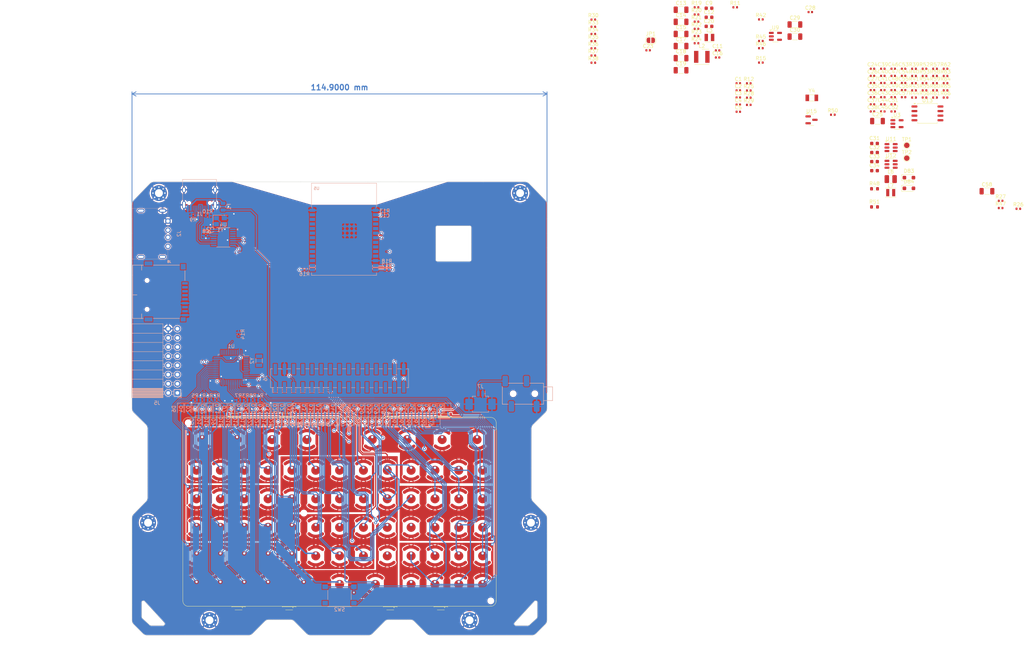
<source format=kicad_pcb>
(kicad_pcb (version 20240108) (generator "pcbnew") (generator_version "8.0")
  (layers (0 "F.Cu" signal) (1 "In1.Cu" signal) (2 "In2.Cu" signal) (31 "B.Cu" signal) (34 "B.Paste" user) (35 "F.Paste" user) (36 "B.SilkS" user "B.Silkscreen") (37 "F.SilkS" user "F.Silkscreen") (38 "B.Mask" user) (39 "F.Mask" user) (44 "Edge.Cuts" user))
  (net 0 "")
  (net 1 "+3.3V")
  (net 2 "GND")
  (net 3 "Net-(D1-A)")
  (net 4 "Net-(D2-A)")
  (net 5 "Net-(D3-A)")
  (net 6 "Net-(D4-A)")
  (net 7 "Net-(D5-A)")
  (net 8 "Net-(D6-A)")
  (net 9 "Net-(D7-A)")
  (net 10 "Net-(D8-A)")
  (net 11 "Net-(D9-A)")
  (net 12 "Net-(D10-A)")
  (net 13 "Net-(D11-A)")
  (net 14 "Net-(D12-A)")
  (net 15 "Net-(D13-A)")
  (net 16 "Net-(D14-A)")
  (net 17 "Net-(D15-A)")
  (net 18 "Net-(D16-A)")
  (net 19 "Net-(D17-A)")
  (net 20 "Net-(D18-A)")
  (net 21 "Net-(D19-A)")
  (net 22 "Net-(D20-A)")
  (net 23 "Net-(D21-A)")
  (net 24 "Net-(D22-A)")
  (net 25 "Net-(D23-A)")
  (net 26 "Net-(D24-A)")
  (net 27 "Net-(D25-A)")
  (net 28 "Net-(D26-A)")
  (net 29 "Net-(D27-A)")
  (net 30 "Net-(D28-A)")
  (net 31 "Net-(D29-A)")
  (net 32 "Net-(D30-A)")
  (net 33 "Net-(D31-A)")
  (net 34 "Net-(D32-A)")
  (net 35 "Net-(D33-A)")
  (net 36 "Net-(D34-A)")
  (net 37 "Net-(D35-A)")
  (net 38 "Net-(D36-A)")
  (net 39 "Net-(D37-A)")
  (net 40 "Net-(D38-A)")
  (net 41 "Net-(D39-A)")
  (net 42 "Net-(D40-A)")
  (net 43 "Net-(D41-A)")
  (net 44 "Net-(D42-A)")
  (net 45 "Net-(D43-A)")
  (net 46 "Net-(D44-A)")
  (net 47 "Net-(D45-A)")
  (net 48 "Net-(D46-A)")
  (net 49 "Net-(D47-A)")
  (net 50 "Net-(D72-A)")
  (net 51 "Net-(D49-A)")
  (net 52 "Net-(D50-A)")
  (net 53 "Net-(D51-A)")
  (net 54 "Net-(D52-A)")
  (net 55 "Net-(D53-A)")
  (net 56 "Net-(D54-A)")
  (net 57 "Net-(D55-A)")
  (net 58 "Net-(D56-A)")
  (net 59 "Net-(D57-A)")
  (net 60 "Net-(D58-A)")
  (net 61 "Net-(D59-A)")
  (net 62 "Net-(D60-A)")
  (net 63 "Net-(D61-A)")
  (net 64 "Net-(D62-A)")
  (net 65 "Net-(D63-A)")
  (net 66 "Net-(D64-A)")
  (net 67 "Net-(D65-A)")
  (net 68 "Net-(D66-A)")
  (net 69 "Net-(D67-A)")
  (net 70 "Net-(D68-A)")
  (net 71 "Net-(D69-A)")
  (net 72 "Net-(D70-A)")
  (net 73 "Net-(D71-A)")
  (net 74 "KB_COL0")
  (net 75 "KB_COL4")
  (net 76 "KB_COL1")
  (net 77 "KB_COL5")
  (net 78 "KB_COL2")
  (net 79 "KB_COL6")
  (net 80 "KB_COL3")
  (net 81 "KB_COL7")
  (net 82 "/Coprocessor/Keyboard/EXT_I")
  (net 83 "VOTG")
  (net 84 "Net-(C11-Pad1)")
  (net 85 "KB_ROW7")
  (net 86 "KB_ROW0")
  (net 87 "KB_ROW6")
  (net 88 "KB_ROW2")
  (net 89 "KB_ROW1")
  (net 90 "KB_ROW5")
  (net 91 "KB_ROW8")
  (net 92 "KB_ROW3")
  (net 93 "KB_ROW4")
  (net 94 "/USB_VBUS")
  (net 95 "VBUS")
  (net 97 "Net-(U4-VDD33)")
  (net 98 "/CC2")
  (net 99 "/USB_DEVICE_P")
  (net 100 "/CC1")
  (net 102 "/Audio/HP_R")
  (net 103 "Net-(U3-FB)")
  (net 104 "/Audio/HP_L")
  (net 105 "+BL-KB")
  (net 106 "Net-(U6-BTST)")
  (net 107 "/Coprocessor/USB_1_N")
  (net 108 "/Coprocessor/USB_1_P")
  (net 109 "Net-(U6-REGN)")
  (net 110 "/USB_DEVICE_N")
  (net 112 "Net-(U4-XO)")
  (net 113 "VSYS")
  (net 114 "Net-(U4-XI)")
  (net 116 "+BL-LCD")
  (net 117 "VPSRAM")
  (net 118 "VSDCARD")
  (net 119 "VMIPI")
  (net 120 "VFLASH")
  (net 121 "Net-(U8K-CHIP_PU)")
  (net 122 "Net-(U8K-XTAL_P)")
  (net 123 "Net-(U8K-XTAL_N)")
  (net 124 "Net-(D83-A)")
  (net 125 "Net-(D84-A)")
  (net 126 "/Application processor/USB_DM")
  (net 127 "/Application processor/USB_DP")
  (net 128 "/Audio/HP_NC")
  (net 129 "SAO_SDA")
  (net 130 "MTCK")
  (net 131 "E18")
  (net 132 "SAO_IO1")
  (net 133 "E16")
  (net 134 "+2.5vsb")
  (net 135 "INT_SDA")
  (net 136 "/Radio/D+")
  (net 137 "Net-(U5-GPIO13{slash}USB_D+)")
  (net 138 "Net-(U5-GPIO12{slash}USB_D-)")
  (net 139 "/Radio/D-")
  (net 141 "E14")
  (net 142 "SAO_SCL")
  (net 143 "MTMS")
  (net 144 "E13")
  (net 145 "E15")
  (net 146 "EXT_INT")
  (net 147 "Net-(D73-A)")
  (net 148 "Net-(D74-A)")
  (net 149 "Net-(D75-A)")
  (net 150 "INT_SCL")
  (net 151 "Net-(D77-K)")
  (net 152 "Net-(D78-K)")
  (net 153 "/LEDs/DATA")
  (net 154 "Net-(D80-K)")
  (net 155 "VESPHP")
  (net 156 "SAO_IO2")
  (net 157 "MTDI")
  (net 158 "MTDO")
  (net 159 "E17")
  (net 160 "E3")
  (net 161 "VBATT")
  (net 162 "Net-(U7-FB)")
  (net 163 "Net-(U7-SW)")
  (net 164 "/Power/~{DSEL}")
  (net 165 "Net-(D82-K)")
  (net 166 "Net-(U6-ILIM)")
  (net 167 "Net-(U6-TS)")
  (net 168 "+3.3vsb")
  (net 169 "I3C_SCL")
  (net 170 "E8")
  (net 171 "E6")
  (net 172 "E1")
  (net 173 "E7")
  (net 174 "E0")
  (net 175 "I3C_SDA")
  (net 176 "EXT_USB_P")
  (net 177 "/Coprocessor/LCD_RST")
  (net 178 "E2")
  (net 179 "E12")
  (net 180 "E5")
  (net 181 "EXT_USB_N")
  (net 182 "E4")
  (net 183 "/Application processor/SD_D1")
  (net 184 "/Application processor/SD_D0")
  (net 185 "/Application processor/SD_CLK")
  (net 186 "/Application processor/SD_D3")
  (net 187 "/Application processor/SD_CMD")
  (net 188 "/Application processor/SD_D2")
  (net 189 "/Coprocessor/PM_SDA")
  (net 190 "Net-(Q2-D)")
  (net 191 "/Coprocessor/PM_SCL")
  (net 192 "/Application processor/C6_CMD")
  (net 193 "/Application processor/C6_CLK")
  (net 194 "Net-(U1-PC15)")
  (net 195 "/Application processor/C6_D0")
  (net 196 "/Coprocessor/ALARM")
  (net 197 "Net-(U1-PC14)")
  (net 198 "/Application processor/C6_D1")
  (net 199 "/Application processor/C6_D2")
  (net 200 "/Application processor/C6_D3")
  (net 201 "Net-(U9-FB)")
  (net 202 "+2.8v")
  (net 203 "Net-(U1-NRST)")
  (net 204 "Net-(JP1-A)")
  (net 205 "/Coprocessor/C6_EN")
  (net 206 "Net-(U3-EN)")
  (net 207 "Net-(U8H-CSI_REXT)")
  (net 208 "-BL-KB")
  (net 209 "-BL-LCD")
  (net 210 "Net-(U8H-DSI_REXT)")
  (net 211 "/Application processor/CH32_SWDIO")
  (net 212 "/Application processor/CH32_SWCLK")
  (net 213 "/Coprocessor/C6_BOOT")
  (net 214 "VLED")
  (net 215 "/Coprocessor/PM_INT")
  (net 216 "/Application processor/USB1_P1_P")
  (net 217 "/Application processor/USB1_P1_N")
  (net 218 "/Application processor/UART_RX")
  (net 219 "/Coprocessor/VLED_EN")
  (net 220 "/Coprocessor/STAT_LED")
  (net 221 "Net-(U8A-GPIO0)")
  (net 222 "/Coprocessor/DISPLAY_BL")
  (net 223 "/Coprocessor/KEYBOARD_BL")
  (net 224 "Net-(U8A-GPIO1)")
  (net 225 "Net-(U3-SW)")
  (net 226 "CAM_GPIO")
  (net 227 "/Application processor/UART_TX")
  (net 228 "Net-(U13-IO3)")
  (net 229 "Net-(U13-CLK)")
  (net 230 "Net-(U13-DO(IO1))")
  (net 231 "Net-(U13-DI(IO0))")
  (net 232 "Net-(U13-IO2)")
  (net 233 "Net-(U13-~{CS})")
  (net 234 "Net-(U9-SW)")
  (footprint "Resistor_SMD:R_0402_1005Metric" (layer "F.Cu") (at 98.84 -133.73)
    (property "Reference" "R22")
    (property "Value" "30.1k")
  )
  (footprint "Capacitor_SMD:C_0402_1005Metric" (layer "F.Cu") (at 153.3 -112.83)
    (property "Reference" "C51")
    (property "Value" "100n")
  )
  (footprint "Resistor_SMD:R_0402_1005Metric" (layer "F.Cu") (at 164.88 -120.68)
    (property "Reference" "R58")
    (property "Value" "51k")
  )
  (footprint "Resistor_SMD:R_0402_1005Metric" (layer "F.Cu") (at 98.84 -135.72)
    (property "Reference" "R21")
    (property "Value" "5.23k")
  )
  (footprint "Capacitor_SMD:C_0402_1005Metric" (layer "F.Cu") (at 153.3 -116.77)
    (property "Reference" "C49")
    (property "Value" "1u")
  )
  (footprint "Resistor_SMD:R_0402_1005Metric" (layer "F.Cu") (at 164.88 -118.69)
    (property "Reference" "R59")
    (property "Value" "51k")
  )
  (footprint "Resistor_SMD:R_0402_1005Metric" (layer "F.Cu") (at 159.06 -122.67)
    (property "Reference" "R39")
    (property "Value" "100k")
  )
  (footprint "proto1_kicad:proto1_kicad" (layer "F.Cu") (at 0 -21.4)
    (property "Reference" "N1" (hide yes))
    (property "Value" "Housing" (hide yes))
    (fp_line (start -57.45 -63.795744) (end -57.438 -63.950249) (stroke (width 0.1)) (layer "Edge.Cuts"))
    (fp_line (start -57.45 -63.743714) (end -57.45 -63.795744) (stroke (width 0.1)) (layer "Edge.Cuts"))
    (fp_line (start -57.45 -59.7265) (end -57.45 -63.743714) (stroke (width 0.1)) (layer "Edge.Cuts"))
    (fp_line (start -57.45 -55.709286) (end -57.45 -59.7265) (stroke (width 0.1)) (layer "Edge.Cuts"))
    (fp_line (start -57.45 -51.692073) (end -57.45 -55.709286) (stroke (width 0.1)) (layer "Edge.Cuts"))
    (fp_line (start -57.45 -47.674859) (end -57.45 -51.692073) (stroke (width 0.1)) (layer "Edge.Cuts"))
    (fp_line (start -57.45 -19.281786) (end -57.45 -47.674859) (stroke (width 0.1)) (layer "Edge.Cuts"))
    (fp_line (start -57.45 -15.264572) (end -57.45 -19.281786) (stroke (width 0.1)) (layer "Edge.Cuts"))
    (fp_line (start -57.45 -11.247359) (end -57.45 -15.264572) (stroke (width 0.1)) (layer "Edge.Cuts"))
    (fp_line (start -57.45 47.09191) (end -57.44995 36.04403) (stroke (width 0.1)) (layer "Edge.Cuts"))
    (fp_line (start -57.44995 36.04403) (end -57.44993 31.74499) (stroke (width 0.1)) (layer "Edge.Cuts"))
    (fp_line (start -57.44993 23.09452) (end -57.43693 22.93891) (stroke (width 0.1)) (layer "Edge.Cuts"))
    (fp_line (start -57.44993 23.14692) (end -57.44993 23.09452) (stroke (width 0.1)) (layer "Edge.Cuts"))
    (fp_line (start -57.44993 27.44597) (end -57.44993 23.14692) (stroke (width 0.1)) (layer "Edge.Cuts"))
    (fp_line (start -57.44993 31.74499) (end -57.44993 27.44597) (stroke (width 0.1)) (layer "Edge.Cuts"))
    (fp_line (start -57.447 -7.123177) (end -57.45 -11.247359) (stroke (width 0.1)) (layer "Edge.Cuts"))
    (fp_line (start -57.447 51.49666) (end -57.45 47.09191) (stroke (width 0.1)) (layer "Edge.Cuts"))
    (fp_line (start -57.438 -63.950249) (end -57.4107 -64.101907) (stroke (width 0.1)) (layer "Edge.Cuts"))
    (fp_line (start -57.43693 22.93891) (end -57.40933 22.78622) (stroke (width 0.1)) (layer "Edge.Cuts"))
    (fp_line (start -57.429 51.65294) (end -57.447 51.49666) (stroke (width 0.1)) (layer "Edge.Cuts"))
    (fp_line (start -57.4288 -6.964964) (end -57.447 -7.123177) (stroke (width 0.1)) (layer "Edge.Cuts"))
    (fp_line (start -57.4107 -64.101907) (end -57.3693 -64.249712) (stroke (width 0.1)) (layer "Edge.Cuts"))
    (fp_line (start -57.40933 22.78622) (end -57.36733 22.63757) (stroke (width 0.1)) (layer "Edge.Cuts"))
    (fp_line (start -57.3959 51.80591) (end -57.429 51.65294) (stroke (width 0.1)) (layer "Edge.Cuts"))
    (fp_line (start -57.3949 -6.810229) (end -57.4288 -6.964964) (stroke (width 0.1)) (layer "Edge.Cuts"))
    (fp_line (start -57.3693 -64.249712) (end -57.314 -64.392677) (stroke (width 0.1)) (layer "Edge.Cuts"))
    (fp_line (start -57.36733 22.63757) (end -57.31123 22.49383) (stroke (width 0.1)) (layer "Edge.Cuts"))
    (fp_line (start -57.3482 51.95454) (end -57.3959 51.80591) (stroke (width 0.1)) (layer "Edge.Cuts"))
    (fp_line (start -57.346 -6.660061) (end -57.3949 -6.810229) (stroke (width 0.1)) (layer "Edge.Cuts"))
    (fp_line (start -57.314 -64.392677) (end -57.2452 -64.529806) (stroke (width 0.1)) (layer "Edge.Cuts"))
    (fp_line (start -57.31123 22.49383) (end -57.24153 22.35614) (stroke (width 0.1)) (layer "Edge.Cuts"))
    (fp_line (start -57.2863 52.09766) (end -57.3482 51.95454) (stroke (width 0.1)) (layer "Edge.Cuts"))
    (fp_line (start -57.2826 -6.515543) (end -57.346 -6.660061) (stroke (width 0.1)) (layer "Edge.Cuts"))
    (fp_line (start -57.2452 -64.529806) (end -57.1634 -64.660102) (stroke (width 0.1)) (layer "Edge.Cuts"))
    (fp_line (start -57.24153 22.35614) (end -57.15853 22.22529) (stroke (width 0.1)) (layer "Edge.Cuts"))
    (fp_line (start -57.2106 52.23422) (end -57.2863 52.09766) (stroke (width 0.1)) (layer "Edge.Cuts"))
    (fp_line (start -57.2052 -6.377775) (end -57.2826 -6.515543) (stroke (width 0.1)) (layer "Edge.Cuts"))
    (fp_line (start -57.1634 -64.660102) (end -57.0689 -64.782561) (stroke (width 0.1)) (layer "Edge.Cuts"))
    (fp_line (start -57.15853 22.22529) (end -57.06283 22.1025) (stroke (width 0.1)) (layer "Edge.Cuts"))
    (fp_line (start -57.1216 52.36337) (end -57.2106 52.23422) (stroke (width 0.1)) (layer "Edge.Cuts"))
    (fp_line (start -57.1141 -6.247839) (end -57.2052 -6.377775) (stroke (width 0.1)) (layer "Edge.Cuts"))
    (fp_line (start -57.0689 -64.782561) (end -56.43824 -65.435238) (stroke (width 0.1)) (layer "Edge.Cuts"))
    (fp_line (start -57.06283 22.1025) (end -56.56693 21.59365) (stroke (width 0.1)) (layer "Edge.Cuts"))
    (fp_line (start -57.01982 52.48375) (end -57.1216 52.36337) (stroke (width 0.1)) (layer "Edge.Cuts"))
    (fp_line (start -57.00993 -6.126835) (end -57.1141 -6.247839) (stroke (width 0.1)) (layer "Edge.Cuts"))
    (fp_line (start -56.98242 52.52125) (end -57.01982 52.48375) (stroke (width 0.1)) (layer "Edge.Cuts"))
    (fp_line (start -56.97163 -6.089265) (end -57.00993 -6.126835) (stroke (width 0.1)) (layer "Edge.Cuts"))
    (fp_line (start -56.66382 52.84043) (end -56.98242 52.52125) (stroke (width 0.1)) (layer "Edge.Cuts"))
    (fp_line (start -56.56693 21.59365) (end -56.1425 21.16114) (stroke (width 0.1)) (layer "Edge.Cuts"))
    (fp_line (start -56.55222 -5.677) (end -56.97163 -6.089265) (stroke (width 0.1)) (layer "Edge.Cuts"))
    (fp_line (start -56.43824 -65.435238) (end -55.87808 -66.011632) (stroke (width 0.1)) (layer "Edge.Cuts"))
    (fp_line (start -56.34522 53.1596) (end -56.66382 52.84043) (stroke (width 0.1)) (layer "Edge.Cuts"))
    (fp_line (start -56.1425 21.16114) (end -55.71806 20.72864) (stroke (width 0.1)) (layer "Edge.Cuts"))
    (fp_line (start -56.13281 -5.264735) (end -56.55222 -5.677) (stroke (width 0.1)) (layer "Edge.Cuts"))
    (fp_line (start -56.02662 53.47878) (end -56.34522 53.1596) (stroke (width 0.1)) (layer "Edge.Cuts"))
    (fp_line (start -55.87808 -66.011632) (end -55.31791 -66.588025) (stroke (width 0.1)) (layer "Edge.Cuts"))
    (fp_line (start -55.71806 20.72864) (end -55.29363 20.29613) (stroke (width 0.1)) (layer "Edge.Cuts"))
    (fp_line (start -55.7134 -4.85247) (end -56.13281 -5.264735) (stroke (width 0.1)) (layer "Edge.Cuts"))
    (fp_line (start -55.70801 53.79796) (end -56.02662 53.47878) (stroke (width 0.1)) (layer "Edge.Cuts"))
    (fp_line (start -55.38941 54.11713) (end -55.70801 53.79796) (stroke (width 0.1)) (layer "Edge.Cuts"))
    (fp_line (start -55.31791 -66.588025) (end -54.75774 -67.164419) (stroke (width 0.1)) (layer "Edge.Cuts"))
    (fp_line (start -55.294 -4.440205) (end -55.7134 -4.85247) (stroke (width 0.1)) (layer "Edge.Cuts"))
    (fp_line (start -55.29363 20.29613) (end -54.86919 19.86363) (stroke (width 0.1)) (layer "Edge.Cuts"))
    (fp_line (start -55.07081 54.43631) (end -55.38941 54.11713) (stroke (width 0.1)) (layer "Edge.Cuts"))
    (fp_line (start -54.87459 -4.02794) (end -55.294 -4.440205) (stroke (width 0.1)) (layer "Edge.Cuts"))
    (fp_line (start -54.86919 19.86363) (end -54.44476 19.43112) (stroke (width 0.1)) (layer "Edge.Cuts"))
    (fp_line (start -54.804158 46.49008) (end -54.804113 46.96554) (stroke (width 0.1)) (layer "Edge.Cuts"))
    (fp_line (start -54.804113 46.96554) (end -54.804068 47.44099) (stroke (width 0.1)) (layer "Edge.Cuts"))
    (fp_line (start -54.804068 47.44099) (end -54.804023 47.91645) (stroke (width 0.1)) (layer "Edge.Cuts"))
    (fp_line (start -54.804023 47.91645) (end -54.803978 48.39191) (stroke (width 0.1)) (layer "Edge.Cuts"))
    (fp_line (start -54.803978 48.39191) (end -54.803933 48.86736) (stroke (width 0.1)) (layer "Edge.Cuts"))
    (fp_line (start -54.803933 48.86736) (end -54.803888 49.34282) (stroke (width 0.1)) (layer "Edge.Cuts"))
    (fp_line (start -54.803888 49.34282) (end -54.803843 49.81827) (stroke (width 0.1)) (layer "Edge.Cuts"))
    (fp_line (start -54.803843 49.81827) (end -54.803798 50.29373) (stroke (width 0.1)) (layer "Edge.Cuts"))
    (fp_line (start -54.803798 50.29373) (end -54.803798 50.32533) (stroke (width 0.1)) (layer "Edge.Cuts"))
    (fp_line (start -54.803798 50.32533) (end -54.795598 50.41893) (stroke (width 0.1)) (layer "Edge.Cuts"))
    (fp_line (start -54.795598 50.41893) (end -54.777918 50.51053) (stroke (width 0.1)) (layer "Edge.Cuts"))
    (fp_line (start -54.795425 46.37998) (end -54.804158 46.49008) (stroke (width 0.1)) (layer "Edge.Cuts"))
    (fp_line (start -54.777918 50.51053) (end -54.750898 50.59933) (stroke (width 0.1)) (layer "Edge.Cuts"))
    (fp_line (start -54.75774 -67.164419) (end -54.19758 -67.740813) (stroke (width 0.1)) (layer "Edge.Cuts"))
    (fp_line (start -54.75221 54.75548) (end -55.07081 54.43631) (stroke (width 0.1)) (layer "Edge.Cuts"))
    (fp_line (start -54.750898 50.59933) (end -54.714978 50.68483) (stroke (width 0.1)) (layer "Edge.Cuts"))
    (fp_line (start -54.740595 46.23756) (end -54.795425 46.37998) (stroke (width 0.1)) (layer "Edge.Cuts"))
    (fp_line (start -54.714978 50.68483) (end -54.670428 50.76623) (stroke (width 0.1)) (layer "Edge.Cuts"))
    (fp_line (start -54.670428 50.76623) (end -54.617568 50.84283) (stroke (width 0.1)) (layer "Edge.Cuts"))
    (fp_line (start -54.649157 46.12357) (end -54.740595 46.23756) (stroke (width 0.1)) (layer "Edge.Cuts"))
    (fp_line (start -54.617568 50.84283) (end -54.556678 50.91403) (stroke (width 0.1)) (layer "Edge.Cuts"))
    (fp_line (start -54.556678 50.91403) (end -54.278437 51.17089) (stroke (width 0.1)) (layer "Edge.Cuts"))
    (fp_line (start -54.530592 46.04177) (end -54.649157 46.12357) (stroke (width 0.1)) (layer "Edge.Cuts"))
    (fp_line (start -54.45518 -3.615675) (end -54.87459 -4.02794) (stroke (width 0.1)) (layer "Edge.Cuts"))
    (fp_line (start -54.44476 19.43112) (end -54.02032 18.99862) (stroke (width 0.1)) (layer "Edge.Cuts"))
    (fp_line (start -54.394397 45.99527) (end -54.530592 46.04177) (stroke (width 0.1)) (layer "Edge.Cuts"))
    (fp_line (start -54.35687 55.14786) (end -54.75221 54.75548) (stroke (width 0.1)) (layer "Edge.Cuts"))
    (fp_line (start -54.278437 51.17089) (end -54.045516 51.38406) (stroke (width 0.1)) (layer "Edge.Cuts"))
    (fp_line (start -54.250071 45.98927) (end -54.394397 45.99527) (stroke (width 0.1)) (layer "Edge.Cuts"))
    (fp_line (start -54.23324 55.24596) (end -54.35687 55.14786) (stroke (width 0.1)) (layer "Edge.Cuts"))
    (fp_line (start -54.19758 -67.740813) (end -53.63741 -68.317207) (stroke (width 0.1)) (layer "Edge.Cuts"))
    (fp_line (start -54.107072 46.02627) (end -54.250071 45.98927) (stroke (width 0.1)) (layer "Edge.Cuts"))
    (fp_line (start -54.10137 55.33106) (end -54.23324 55.24596) (stroke (width 0.1)) (layer "Edge.Cuts"))
    (fp_line (start -54.045516 51.38406) (end -53.812594 51.59723) (stroke (width 0.1)) (layer "Edge.Cuts"))
    (fp_line (start -54.03577 -3.20341) (end -54.45518 -3.615675) (stroke (width 0.1)) (layer "Edge.Cuts"))
    (fp_line (start -54.02032 18.99862) (end -53.59589 18.56611) (stroke (width 0.1)) (layer "Edge.Cuts"))
    (fp_line (start -53.974907 46.10992) (end -54.107072 46.02627) (stroke (width 0.1)) (layer "Edge.Cuts"))
    (fp_line (start -53.9622 55.40256) (end -54.10137 55.33106) (stroke (width 0.1)) (layer "Edge.Cuts"))
    (fp_line (start -53.936327 46.15182) (end -53.974907 46.10992) (stroke (width 0.1)) (layer "Edge.Cuts"))
    (fp_line (start -53.81689 55.46016) (end -53.9622 55.40256) (stroke (width 0.1)) (layer "Edge.Cuts"))
    (fp_line (start -53.812594 51.59723) (end -53.579673 51.81039) (stroke (width 0.1)) (layer "Edge.Cuts"))
    (fp_line (start -53.6664 55.50336) (end -53.81689 55.46016) (stroke (width 0.1)) (layer "Edge.Cuts"))
    (fp_line (start -53.63741 -68.317207) (end -53.07724 -68.8936) (stroke (width 0.1)) (layer "Edge.Cuts"))
    (fp_line (start -53.59589 18.56611) (end -53.55919 18.52871) (stroke (width 0.1)) (layer "Edge.Cuts"))
    (fp_line (start -53.579673 51.81039) (end -53.346752 52.02355) (stroke (width 0.1)) (layer "Edge.Cuts"))
    (fp_line (start -53.55919 18.52871) (end -53.45922 18.40875) (stroke (width 0.1)) (layer "Edge.Cuts"))
    (fp_line (start -53.54196 -2.71419) (end -54.03577 -3.20341) (stroke (width 0.1)) (layer "Edge.Cuts"))
    (fp_line (start -53.51188 55.53196) (end -53.6664 55.50336) (stroke (width 0.1)) (layer "Edge.Cuts"))
    (fp_line (start -53.45922 18.40875) (end -53.37192 18.28052) (stroke (width 0.1)) (layer "Edge.Cuts"))
    (fp_line (start -53.44206 -2.590036) (end -53.54196 -2.71419) (stroke (width 0.1)) (layer "Edge.Cuts"))
    (fp_line (start -53.37192 18.28052) (end -53.29772 18.14495) (stroke (width 0.1)) (layer "Edge.Cuts"))
    (fp_line (start -53.35546 -2.457341) (end -53.44206 -2.590036) (stroke (width 0.1)) (layer "Edge.Cuts"))
    (fp_line (start -53.35428 55.54496) (end -53.51188 55.53196) (stroke (width 0.1)) (layer "Edge.Cuts"))
    (fp_line (start -53.346752 52.02355) (end -53.113831 52.23672) (stroke (width 0.1)) (layer "Edge.Cuts"))
    (fp_line (start -53.30118 55.54496) (end -53.35428 55.54496) (stroke (width 0.1)) (layer "Edge.Cuts"))
    (fp_line (start -53.29772 18.14495) (end -53.23702 18.00311) (stroke (width 0.1)) (layer "Edge.Cuts"))
    (fp_line (start -53.28266 -2.317224) (end -53.35546 -2.457341) (stroke (width 0.1)) (layer "Edge.Cuts"))
    (fp_line (start -53.256261 46.89027) (end -53.936327 46.15182) (stroke (width 0.1)) (layer "Edge.Cuts"))
    (fp_line (start -53.23702 18.00311) (end -53.19032 17.85597) (stroke (width 0.1)) (layer "Edge.Cuts"))
    (fp_line (start -53.22416 -2.170735) (end -53.28266 -2.317224) (stroke (width 0.1)) (layer "Edge.Cuts"))
    (fp_line (start -53.19032 17.85597) (end -53.15792 17.70451) (stroke (width 0.1)) (layer "Edge.Cuts"))
    (fp_line (start -53.18026 -2.018962) (end -53.22416 -2.170735) (stroke (width 0.1)) (layer "Edge.Cuts"))
    (fp_line (start -53.15792 17.70451) (end -53.14032 17.54987) (stroke (width 0.1)) (layer "Edge.Cuts"))
    (fp_line (start -53.15106 -1.862986) (end -53.18026 -2.018962) (stroke (width 0.1)) (layer "Edge.Cuts"))
    (fp_line (start -53.14032 17.54987) (end -53.13732 14.71741) (stroke (width 0.1)) (layer "Edge.Cuts"))
    (fp_line (start -53.13806 -1.703885) (end -53.15106 -1.862986) (stroke (width 0.1)) (layer "Edge.Cuts"))
    (fp_line (start -53.13806 -1.650265) (end -53.13806 -1.703885) (stroke (width 0.1)) (layer "Edge.Cuts"))
    (fp_line (start -53.13806 1.07768) (end -53.13806 -1.650265) (stroke (width 0.1)) (layer "Edge.Cuts"))
    (fp_line (start -53.13806 3.80562) (end -53.13806 1.07768) (stroke (width 0.1)) (layer "Edge.Cuts"))
    (fp_line (start -53.13769 6.53357) (end -53.13806 3.80562) (stroke (width 0.1)) (layer "Edge.Cuts"))
    (fp_line (start -53.13732 9.26151) (end -53.13769 6.53357) (stroke (width 0.1)) (layer "Edge.Cuts"))
    (fp_line (start -53.13732 11.98946) (end -53.13732 9.26151) (stroke (width 0.1)) (layer "Edge.Cuts"))
    (fp_line (start -53.13732 14.71741) (end -53.13732 11.98946) (stroke (width 0.1)) (layer "Edge.Cuts"))
    (fp_line (start -53.113831 52.23672) (end -52.880909 52.44989) (stroke (width 0.1)) (layer "Edge.Cuts"))
    (fp_line (start -53.07724 -68.8936) (end -52.51707 -69.469994) (stroke (width 0.1)) (layer "Edge.Cuts"))
    (fp_line (start -52.880909 52.44989) (end -52.647988 52.66305) (stroke (width 0.1)) (layer "Edge.Cuts"))
    (fp_line (start -52.647988 52.66305) (end -52.627218 52.68205) (stroke (width 0.1)) (layer "Edge.Cuts"))
    (fp_line (start -52.627218 52.68205) (end -52.561108 52.73365) (stroke (width 0.1)) (layer "Edge.Cuts"))
    (fp_line (start -52.576194 47.62873) (end -53.256261 46.89027) (stroke (width 0.1)) (layer "Edge.Cuts"))
    (fp_line (start -52.561108 52.73365) (end -52.490898 52.77865) (stroke (width 0.1)) (layer "Edge.Cuts"))
    (fp_line (start -52.51707 -69.469994) (end -52.47937 -69.508754) (stroke (width 0.1)) (layer "Edge.Cuts"))
    (fp_line (start -52.490898 52.77865) (end -52.417108 52.81685) (stroke (width 0.1)) (layer "Edge.Cuts"))
    (fp_line (start -52.47937 -69.508754) (end -52.358 -69.614329) (stroke (width 0.1)) (layer "Edge.Cuts"))
    (fp_line (start -52.417108 52.81685) (end -52.340238 52.84805) (stroke (width 0.1)) (layer "Edge.Cuts"))
    (fp_line (start -52.358 -69.614329) (end -52.22749 -69.706619) (stroke (width 0.1)) (layer "Edge.Cuts"))
    (fp_line (start -52.340238 52.84805) (end -52.260798 52.87245) (stroke (width 0.1)) (layer "Edge.Cuts"))
    (fp_line (start -52.260798 52.87245) (end -52.179288 52.88855) (stroke (width 0.1)) (layer "Edge.Cuts"))
    (fp_line (start -52.22749 -69.706619) (end -52.08913 -69.785139) (stroke (width 0.1)) (layer "Edge.Cuts"))
    (fp_line (start -52.179288 52.88855) (end -52.096208 52.89815) (stroke (width 0.1)) (layer "Edge.Cuts"))
    (fp_line (start -52.096208 52.89815) (end -51.643053 52.89902) (stroke (width 0.1)) (layer "Edge.Cuts"))
    (fp_line (start -52.08913 -69.785139) (end -51.94374 -69.849449) (stroke (width 0.1)) (layer "Edge.Cuts"))
    (fp_line (start -51.94374 -69.849449) (end -51.79271 -69.899049) (stroke (width 0.1)) (layer "Edge.Cuts"))
    (fp_line (start -51.896128 48.36718) (end -52.576194 47.62873) (stroke (width 0.1)) (layer "Edge.Cuts"))
    (fp_line (start -51.79271 -69.899049) (end -51.63694 -69.933499) (stroke (width 0.1)) (layer "Edge.Cuts"))
    (fp_line (start -51.643053 52.89902) (end -51.245958 52.8989) (stroke (width 0.1)) (layer "Edge.Cuts"))
    (fp_line (start -51.63694 -69.933499) (end -51.47756 -69.952339) (stroke (width 0.1)) (layer "Edge.Cuts"))
    (fp_line (start -51.47756 -69.952339) (end -39.76509 -69.955039) (stroke (width 0.1)) (layer "Edge.Cuts"))
    (fp_line (start -51.245958 52.8989) (end -50.848863 52.89878) (stroke (width 0.1)) (layer "Edge.Cuts"))
    (fp_line (start -51.216062 49.10563) (end -51.896128 48.36718) (stroke (width 0.1)) (layer "Edge.Cuts"))
    (fp_line (start -50.848863 52.89878) (end -50.451768 52.89865) (stroke (width 0.1)) (layer "Edge.Cuts"))
    (fp_line (start -50.535996 49.84408) (end -51.216062 49.10563) (stroke (width 0.1)) (layer "Edge.Cuts"))
    (fp_line (start -50.451768 52.89865) (end -50.054673 52.89852) (stroke (width 0.1)) (layer "Edge.Cuts"))
    (fp_line (start -50.054673 52.89852) (end -49.657578 52.8984) (stroke (width 0.1)) (layer "Edge.Cuts"))
    (fp_line (start -49.85593 50.58253) (end -50.535996 49.84408) (stroke (width 0.1)) (layer "Edge.Cuts"))
    (fp_line (start -49.78544 55.54496) (end -53.30118 55.54496) (stroke (width 0.1)) (layer "Edge.Cuts"))
    (fp_line (start -49.657578 52.8984) (end -49.260483 52.89827) (stroke (width 0.1)) (layer "Edge.Cuts"))
    (fp_line (start -49.260483 52.89827) (end -48.863388 52.89815) (stroke (width 0.1)) (layer "Edge.Cuts"))
    (fp_line (start -49.175863 51.32099) (end -49.85593 50.58253) (stroke (width 0.1)) (layer "Edge.Cuts"))
    (fp_line (start -48.863388 52.89815) (end -48.808928 52.89815) (stroke (width 0.1)) (layer "Edge.Cuts"))
    (fp_line (start -48.808928 52.89815) (end -48.663089 52.86045) (stroke (width 0.1)) (layer "Edge.Cuts"))
    (fp_line (start -48.663089 52.86045) (end -48.541715 52.78535) (stroke (width 0.1)) (layer "Edge.Cuts"))
    (fp_line (start -48.541715 52.78535) (end -48.448474 52.68125) (stroke (width 0.1)) (layer "Edge.Cuts"))
    (fp_line (start -48.448474 52.68125) (end -48.387034 52.55652) (stroke (width 0.1)) (layer "Edge.Cuts"))
    (fp_line (start -48.430215 52.14276) (end -49.175863 51.32099) (stroke (width 0.1)) (layer "Edge.Cuts"))
    (fp_line (start -48.387034 52.55652) (end -48.361024 52.41959) (stroke (width 0.1)) (layer "Edge.Cuts"))
    (fp_line (start -48.374245 52.27887) (end -48.430215 52.14276) (stroke (width 0.1)) (layer "Edge.Cuts"))
    (fp_line (start -48.361024 52.41959) (end -48.374245 52.27887) (stroke (width 0.1)) (layer "Edge.Cuts"))
    (fp_line (start -46.26971 55.54496) (end -49.78544 55.54496) (stroke (width 0.1)) (layer "Edge.Cuts"))
    (fp_line (start -42.75397 55.54496) (end -46.26971 55.54496) (stroke (width 0.1)) (layer "Edge.Cuts"))
    (fp_line (start -39.76509 -69.955039) (end -28.16033 -69.955039) (stroke (width 0.1)) (layer "Edge.Cuts"))
    (fp_line (start -39.23823 55.54496) (end -42.75397 55.54496) (stroke (width 0.1)) (layer "Edge.Cuts"))
    (fp_line (start -35.72249 55.54496) (end -39.23823 55.54496) (stroke (width 0.1)) (layer "Edge.Cuts"))
    (fp_line (start -32.20675 55.54496) (end -35.72249 55.54496) (stroke (width 0.1)) (layer "Edge.Cuts"))
    (fp_line (start -28.69101 55.54496) (end -32.20675 55.54496) (stroke (width 0.1)) (layer "Edge.Cuts"))
    (fp_line (start -28.16033 -69.955039) (end -16.55557 -69.955039) (stroke (width 0.1)) (layer "Edge.Cuts"))
    (fp_line (start -25.06913 55.54196) (end -28.69101 55.54496) (stroke (width 0.1)) (layer "Edge.Cuts"))
    (fp_line (start -24.91211 55.52386) (end -25.06913 55.54196) (stroke (width 0.1)) (layer "Edge.Cuts"))
    (fp_line (start -24.75857 55.49046) (end -24.91211 55.52386) (stroke (width 0.1)) (layer "Edge.Cuts"))
    (fp_line (start -24.60948 55.44216) (end -24.75857 55.49046) (stroke (width 0.1)) (layer "Edge.Cuts"))
    (fp_line (start -24.46587 55.37976) (end -24.60948 55.44216) (stroke (width 0.1)) (layer "Edge.Cuts"))
    (fp_line (start -24.32889 55.30346) (end -24.46587 55.37976) (stroke (width 0.1)) (layer "Edge.Cuts"))
    (fp_line (start -24.1996 55.21376) (end -24.32889 55.30346) (stroke (width 0.1)) (layer "Edge.Cuts"))
    (fp_line (start -24.07895 55.11121) (end -24.1996 55.21376) (stroke (width 0.1)) (layer "Edge.Cuts"))
    (fp_line (start -24.04145 55.07351) (end -24.07895 55.11121) (stroke (width 0.1)) (layer "Edge.Cuts"))
    (fp_line (start -23.622 54.65225) (end -24.04145 55.07351) (stroke (width 0.1)) (layer "Edge.Cuts"))
    (fp_line (start -23.20255 54.23099) (end -23.622 54.65225) (stroke (width 0.1)) (layer "Edge.Cuts"))
    (fp_line (start -22.7831 53.80973) (end -23.20255 54.23099) (stroke (width 0.1)) (layer "Edge.Cuts"))
    (fp_line (start -22.36364 53.38847) (end -22.7831 53.80973) (stroke (width 0.1)) (layer "Edge.Cuts"))
    (fp_line (start -21.94419 52.9672) (end -22.36364 53.38847) (stroke (width 0.1)) (layer "Edge.Cuts"))
    (fp_line (start -21.52474 52.54594) (end -21.94419 52.9672) (stroke (width 0.1)) (layer "Edge.Cuts"))
    (fp_line (start -21.10529 52.12468) (end -21.52474 52.54594) (stroke (width 0.1)) (layer "Edge.Cuts"))
    (fp_line (start -20.60909 51.63009) (end -21.10529 52.12468) (stroke (width 0.1)) (layer "Edge.Cuts"))
    (fp_line (start -20.48541 51.53169) (end -20.60909 51.63009) (stroke (width 0.1)) (layer "Edge.Cuts"))
    (fp_line (start -20.35345 51.44649) (end -20.48541 51.53169) (stroke (width 0.1)) (layer "Edge.Cuts"))
    (fp_line (start -20.21426 51.37489) (end -20.35345 51.44649) (stroke (width 0.1)) (layer "Edge.Cuts"))
    (fp_line (start -20.06871 51.31719) (end -20.21426 51.37489) (stroke (width 0.1)) (layer "Edge.Cuts"))
    (fp_line (start -19.91814 51.27399) (end -20.06871 51.31719) (stroke (width 0.1)) (layer "Edge.Cuts"))
    (fp_line (start -19.7634 51.24539) (end -19.91814 51.27399) (stroke (width 0.1)) (layer "Edge.Cuts"))
    (fp_line (start -19.60556 51.23239) (end -19.7634 51.24539) (stroke (width 0.1)) (layer "Edge.Cuts"))
    (fp_line (start -19.55236 51.23239) (end -19.60556 51.23239) (stroke (width 0.1)) (layer "Edge.Cuts"))
    (fp_line (start -18.81263 51.23239) (end -19.55236 51.23239) (stroke (width 0.1)) (layer "Edge.Cuts"))
    (fp_line (start -18.0729 51.23239) (end -18.81263 51.23239) (stroke (width 0.1)) (layer "Edge.Cuts"))
    (fp_line (start -17.33317 51.23239) (end -18.0729 51.23239) (stroke (width 0.1)) (layer "Edge.Cuts"))
    (fp_line (start -16.59344 51.23239) (end -17.33317 51.23239) (stroke (width 0.1)) (layer "Edge.Cuts"))
    (fp_line (start -16.55557 -69.955039) (end -10.753195 -69.955039) (stroke (width 0.1)) (layer "Edge.Cuts"))
    (fp_line (start -15.85371 51.23239) (end -16.59344 51.23239) (stroke (width 0.1)) (layer "Edge.Cuts"))
    (fp_line (start -15.11398 51.23239) (end -15.85371 51.23239) (stroke (width 0.1)) (layer "Edge.Cuts"))
    (fp_line (start -14.37424 51.23239) (end -15.11398 51.23239) (stroke (width 0.1)) (layer "Edge.Cuts"))
    (fp_line (start -13.52696 51.23539) (end -14.37424 51.23239) (stroke (width 0.1)) (layer "Edge.Cuts"))
    (fp_line (start -13.36926 51.25349) (end -13.52696 51.23539) (stroke (width 0.1)) (layer "Edge.Cuts"))
    (fp_line (start -13.21506 51.28719) (end -13.36926 51.25349) (stroke (width 0.1)) (layer "Edge.Cuts"))
    (fp_line (start -13.06533 51.33579) (end -13.21506 51.28719) (stroke (width 0.1)) (layer "Edge.Cuts"))
    (fp_line (start -12.92117 51.39869) (end -13.06533 51.33579) (stroke (width 0.1)) (layer "Edge.Cuts"))
    (fp_line (start -12.78373 51.47569) (end -12.92117 51.39869) (stroke (width 0.1)) (layer "Edge.Cuts"))
    (fp_line (start -12.65399 51.56609) (end -12.78373 51.47569) (stroke (width 0.1)) (layer "Edge.Cuts"))
    (fp_line (start -12.53313 51.66963) (end -12.65399 51.56609) (stroke (width 0.1)) (layer "Edge.Cuts"))
    (fp_line (start -12.49553 51.70763) (end -12.53313 51.66963) (stroke (width 0.1)) (layer "Edge.Cuts"))
    (fp_line (start -12.08005 52.12788) (end -12.49553 51.70763) (stroke (width 0.1)) (layer "Edge.Cuts"))
    (fp_line (start -11.66457 52.54812) (end -12.08005 52.12788) (stroke (width 0.1)) (layer "Edge.Cuts"))
    (fp_line (start -11.24908 52.96837) (end -11.66457 52.54812) (stroke (width 0.1)) (layer "Edge.Cuts"))
    (fp_line (start -10.8336 53.38862) (end -11.24908 52.96837) (stroke (width 0.1)) (layer "Edge.Cuts"))
    (fp_line (start -10.753195 -69.955039) (end -7.852006 -69.955039) (stroke (width 0.1)) (layer "Edge.Cuts"))
    (fp_line (start -10.41811 53.80886) (end -10.8336 53.38862) (stroke (width 0.1)) (layer "Edge.Cuts"))
    (fp_line (start -10.00263 54.22911) (end -10.41811 53.80886) (stroke (width 0.1)) (layer "Edge.Cuts"))
    (fp_line (start -9.58715 54.64935) (end -10.00263 54.22911) (stroke (width 0.1)) (layer "Edge.Cuts"))
    (fp_line (start -9.09482 55.14352) (end -9.58715 54.64935) (stroke (width 0.1)) (layer "Edge.Cuts"))
    (fp_line (start -8.97092 55.24262) (end -9.09482 55.14352) (stroke (width 0.1)) (layer "Edge.Cuts"))
    (fp_line (start -8.83854 55.32852) (end -8.97092 55.24262) (stroke (width 0.1)) (layer "Edge.Cuts"))
    (fp_line (start -8.69883 55.40092) (end -8.83854 55.32852) (stroke (width 0.1)) (layer "Edge.Cuts"))
    (fp_line (start -8.55278 55.45912) (end -8.69883 55.40092) (stroke (width 0.1)) (layer "Edge.Cuts"))
    (fp_line (start -8.40143 55.50282) (end -8.55278 55.45912) (stroke (width 0.1)) (layer "Edge.Cuts"))
    (fp_line (start -8.24597 55.53182) (end -8.40143 55.50282) (stroke (width 0.1)) (layer "Edge.Cuts"))
    (fp_line (start -8.08736 55.54482) (end -8.24597 55.53182) (stroke (width 0.1)) (layer "Edge.Cuts"))
    (fp_line (start -8.03396 55.54482) (end -8.08736 55.54482) (stroke (width 0.1)) (layer "Edge.Cuts"))
    (fp_line (start -7.852006 -69.955039) (end 7.851 -69.955039) (stroke (width 0.1)) (layer "Edge.Cuts"))
    (fp_line (start -7.26274 55.54482) (end -8.03396 55.54482) (stroke (width 0.1)) (layer "Edge.Cuts"))
    (fp_line (start -6.49151 55.54482) (end -7.26274 55.54482) (stroke (width 0.1)) (layer "Edge.Cuts"))
    (fp_line (start -5.7203 55.54482) (end -6.49151 55.54482) (stroke (width 0.1)) (layer "Edge.Cuts"))
    (fp_line (start -4.94908 55.54482) (end -5.7203 55.54482) (stroke (width 0.1)) (layer "Edge.Cuts"))
    (fp_line (start 5.72121 55.54482) (end -4.94908 55.54482) (stroke (width 0.1)) (layer "Edge.Cuts"))
    (fp_line (start 6.49243 55.54482) (end 5.72121 55.54482) (stroke (width 0.1)) (layer "Edge.Cuts"))
    (fp_line (start 7.26365 55.54482) (end 6.49243 55.54482) (stroke (width 0.1)) (layer "Edge.Cuts"))
    (fp_line (start 7.851 -69.955039) (end 10.75219 -69.955039) (stroke (width 0.1)) (layer "Edge.Cuts"))
    (fp_line (start 8.14148 55.54182) (end 7.26365 55.54482) (stroke (width 0.1)) (layer "Edge.Cuts"))
    (fp_line (start 8.29915 55.52362) (end 8.14148 55.54182) (stroke (width 0.1)) (layer "Edge.Cuts"))
    (fp_line (start 8.45331 55.48992) (end 8.29915 55.52362) (stroke (width 0.1)) (layer "Edge.Cuts"))
    (fp_line (start 8.60299 55.44132) (end 8.45331 55.48992) (stroke (width 0.1)) (layer "Edge.Cuts"))
    (fp_line (start 8.74713 55.37832) (end 8.60299 55.44132) (stroke (width 0.1)) (layer "Edge.Cuts"))
    (fp_line (start 8.88458 55.30142) (end 8.74713 55.37832) (stroke (width 0.1)) (layer "Edge.Cuts"))
    (fp_line (start 9.01436 55.21102) (end 8.88458 55.30142) (stroke (width 0.1)) (layer "Edge.Cuts"))
    (fp_line (start 9.13532 55.1076) (end 9.01436 55.21102) (stroke (width 0.1)) (layer "Edge.Cuts"))
    (fp_line (start 9.17292 55.0696) (end 9.13532 55.1076) (stroke (width 0.1)) (layer "Edge.Cuts"))
    (fp_line (start 9.58841 54.64935) (end 9.17292 55.0696) (stroke (width 0.1)) (layer "Edge.Cuts"))
    (fp_line (start 10.00389 54.22911) (end 9.58841 54.64935) (stroke (width 0.1)) (layer "Edge.Cuts"))
    (fp_line (start 10.41938 53.80886) (end 10.00389 54.22911) (stroke (width 0.1)) (layer "Edge.Cuts"))
    (fp_line (start 10.75219 -69.955039) (end 16.55457 -69.955039) (stroke (width 0.1)) (layer "Edge.Cuts"))
    (fp_line (start 10.83486 53.38862) (end 10.41938 53.80886) (stroke (width 0.1)) (layer "Edge.Cuts"))
    (fp_line (start 11.25035 52.96837) (end 10.83486 53.38862) (stroke (width 0.1)) (layer "Edge.Cuts"))
    (fp_line (start 11.66583 52.54812) (end 11.25035 52.96837) (stroke (width 0.1)) (layer "Edge.Cuts"))
    (fp_line (start 12.08132 52.12788) (end 11.66583 52.54812) (stroke (width 0.1)) (layer "Edge.Cuts"))
    (fp_line (start 12.57355 51.63369) (end 12.08132 52.12788) (stroke (width 0.1)) (layer "Edge.Cuts"))
    (fp_line (start 12.69739 51.53449) (end 12.57355 51.63369) (stroke (width 0.1)) (layer "Edge.Cuts"))
    (fp_line (start 12.82977 51.44849) (end 12.69739 51.53449) (stroke (width 0.1)) (layer "Edge.Cuts"))
    (fp_line (start 12.9695 51.37619) (end 12.82977 51.44849) (stroke (width 0.1)) (layer "Edge.Cuts"))
    (fp_line (start 13.11559 51.31799) (end 12.9695 51.37619) (stroke (width 0.1)) (layer "Edge.Cuts"))
    (fp_line (start 13.26698 51.27429) (end 13.11559 51.31799) (stroke (width 0.1)) (layer "Edge.Cuts"))
    (fp_line (start 13.42247 51.24539) (end 13.26698 51.27429) (stroke (width 0.1)) (layer "Edge.Cuts"))
    (fp_line (start 13.5811 51.23239) (end 13.42247 51.24539) (stroke (width 0.1)) (layer "Edge.Cuts"))
    (fp_line (start 13.6345 51.23239) (end 13.5811 51.23239) (stroke (width 0.1)) (layer "Edge.Cuts"))
    (fp_line (start 14.37423 51.23239) (end 13.6345 51.23239) (stroke (width 0.1)) (layer "Edge.Cuts"))
    (fp_line (start 15.11397 51.23239) (end 14.37423 51.23239) (stroke (width 0.1)) (layer "Edge.Cuts"))
    (fp_line (start 15.8537 51.23239) (end 15.11397 51.23239) (stroke (width 0.1)) (layer "Edge.Cuts"))
    (fp_line (start 16.55457 -69.955039) (end 28.15933 -69.955039) (stroke (width 0.1)) (layer "Edge.Cuts"))
    (fp_line (start 16.59343 51.23239) (end 15.8537 51.23239) (stroke (width 0.1)) (layer "Edge.Cuts"))
    (fp_line (start 17.33316 51.23239) (end 16.59343 51.23239) (stroke (width 0.1)) (layer "Edge.Cuts"))
    (fp_line (start 18.07289 51.23239) (end 17.33316 51.23239) (stroke (width 0.1)) (layer "Edge.Cuts"))
    (fp_line (start 18.81262 51.23239) (end 18.07289 51.23239) (stroke (width 0.1)) (layer "Edge.Cuts"))
    (fp_line (start 19.65841 51.23539) (end 18.81262 51.23239) (stroke (width 0.1)) (layer "Edge.Cuts"))
    (fp_line (start 19.81538 51.25339) (end 19.65841 51.23539) (stroke (width 0.1)) (layer "Edge.Cuts"))
    (fp_line (start 19.96889 51.28679) (end 19.81538 51.25339) (stroke (width 0.1)) (layer "Edge.Cuts"))
    (fp_line (start 20.11799 51.33489) (end 19.96889 51.28679) (stroke (width 0.1)) (layer "Edge.Cuts"))
    (fp_line (start 20.26159 51.39719) (end 20.11799 51.33489) (stroke (width 0.1)) (layer "Edge.Cuts"))
    (fp_line (start 20.39855 51.47339) (end 20.26159 51.39719) (stroke (width 0.1)) (layer "Edge.Cuts"))
    (fp_line (start 20.52778 51.56309) (end 20.39855 51.47339) (stroke (width 0.1)) (layer "Edge.Cuts"))
    (fp_line (start 20.64833 51.66572) (end 20.52778 51.56309) (stroke (width 0.1)) (layer "Edge.Cuts"))
    (fp_line (start 20.68583 51.70342) (end 20.64833 51.66572) (stroke (width 0.1)) (layer "Edge.Cuts"))
    (fp_line (start 21.10529 52.12468) (end 20.68583 51.70342) (stroke (width 0.1)) (layer "Edge.Cuts"))
    (fp_line (start 21.52474 52.54594) (end 21.10529 52.12468) (stroke (width 0.1)) (layer "Edge.Cuts"))
    (fp_line (start 21.94419 52.9672) (end 21.52474 52.54594) (stroke (width 0.1)) (layer "Edge.Cuts"))
    (fp_line (start 22.36364 53.38847) (end 21.94419 52.9672) (stroke (width 0.1)) (layer "Edge.Cuts"))
    (fp_line (start 22.7831 53.80973) (end 22.36364 53.38847) (stroke (width 0.1)) (layer "Edge.Cuts"))
    (fp_line (start 23.20255 54.23099) (end 22.7831 53.80973) (stroke (width 0.1)) (layer "Edge.Cuts"))
    (fp_line (start 23.622 54.65225) (end 23.20255 54.23099) (stroke (width 0.1)) (layer "Edge.Cuts"))
    (fp_line (start 24.11822 55.14676) (end 23.622 54.65225) (stroke (width 0.1)) (layer "Edge.Cuts"))
    (fp_line (start 24.24184 55.24506) (end 24.11822 55.14676) (stroke (width 0.1)) (layer "Edge.Cuts"))
    (fp_line (start 24.37385 55.33036) (end 24.24184 55.24506) (stroke (width 0.1)) (layer "Edge.Cuts"))
    (fp_line (start 24.5132 55.40216) (end 24.37385 55.33036) (stroke (width 0.1)) (layer "Edge.Cuts"))
    (fp_line (start 24.65872 55.45986) (end 24.5132 55.40216) (stroke (width 0.1)) (layer "Edge.Cuts"))
    (fp_line (start 24.80945 55.50326) (end 24.65872 55.45986) (stroke (width 0.1)) (layer "Edge.Cuts"))
    (fp_line (start 24.96423 55.53196) (end 24.80945 55.50326) (stroke (width 0.1)) (layer "Edge.Cuts"))
    (fp_line (start 25.12208 55.54496) (end 24.96423 55.53196) (stroke (width 0.1)) (layer "Edge.Cuts"))
    (fp_line (start 25.17528 55.54496) (end 25.12208 55.54496) (stroke (width 0.1)) (layer "Edge.Cuts"))
    (fp_line (start 26.62014 -57.32111) (end 26.62014 -55.095876) (stroke (width 0.1)) (layer "Edge.Cuts"))
    (fp_line (start 26.62014 -55.095876) (end 26.62014 -52.870641) (stroke (width 0.1)) (layer "Edge.Cuts"))
    (fp_line (start 26.62014 -52.870641) (end 26.62014 -50.645406) (stroke (width 0.1)) (layer "Edge.Cuts"))
    (fp_line (start 26.62014 -50.645406) (end 26.62014 -48.420172) (stroke (width 0.1)) (layer "Edge.Cuts"))
    (fp_line (start 26.62014 -48.420172) (end 26.65934 -48.225188) (stroke (width 0.1)) (layer "Edge.Cuts"))
    (fp_line (start 26.65934 -57.516094) (end 26.62014 -57.32111) (stroke (width 0.1)) (layer "Edge.Cuts"))
    (fp_line (start 26.65934 -48.225188) (end 26.76629 -48.066297) (stroke (width 0.1)) (layer "Edge.Cuts"))
    (fp_line (start 26.76629 -57.674985) (end 26.65934 -57.516094) (stroke (width 0.1)) (layer "Edge.Cuts"))
    (fp_line (start 26.76629 -48.066297) (end 26.92519 -47.959344) (stroke (width 0.1)) (layer "Edge.Cuts"))
    (fp_line (start 26.92519 -57.781938) (end 26.76629 -57.674985) (stroke (width 0.1)) (layer "Edge.Cuts"))
    (fp_line (start 26.92519 -47.959344) (end 27.12017 -47.920174) (stroke (width 0.1)) (layer "Edge.Cuts"))
    (fp_line (start 27.12017 -57.821108) (end 26.92519 -57.781938) (stroke (width 0.1)) (layer "Edge.Cuts"))
    (fp_line (start 27.12017 -47.920174) (end 29.3454 -47.920174) (stroke (width 0.1)) (layer "Edge.Cuts"))
    (fp_line (start 28.15933 -69.955039) (end 39.76408 -69.955039) (stroke (width 0.1)) (layer "Edge.Cuts"))
    (fp_line (start 28.69102 55.54496) (end 25.17528 55.54496) (stroke (width 0.1)) (layer "Edge.Cuts"))
    (fp_line (start 29.3454 -57.821108) (end 27.12017 -57.821108) (stroke (width 0.1)) (layer "Edge.Cuts"))
    (fp_line (start 29.3454 -47.920174) (end 31.57064 -47.920174) (stroke (width 0.1)) (layer "Edge.Cuts"))
    (fp_line (start 31.57064 -57.821108) (end 29.3454 -57.821108) (stroke (width 0.1)) (layer "Edge.Cuts"))
    (fp_line (start 31.57064 -47.920174) (end 33.79587 -47.920174) (stroke (width 0.1)) (layer "Edge.Cuts"))
    (fp_line (start 32.20676 55.54496) (end 28.69102 55.54496) (stroke (width 0.1)) (layer "Edge.Cuts"))
    (fp_line (start 33.79587 -57.821108) (end 31.57064 -57.821108) (stroke (width 0.1)) (layer "Edge.Cuts"))
    (fp_line (start 33.79587 -47.920174) (end 36.02111 -47.920174) (stroke (width 0.1)) (layer "Edge.Cuts"))
    (fp_line (start 35.7225 55.54496) (end 32.20676 55.54496) (stroke (width 0.1)) (layer "Edge.Cuts"))
    (fp_line (start 36.02111 -57.821108) (end 33.79587 -57.821108) (stroke (width 0.1)) (layer "Edge.Cuts"))
    (fp_line (start 36.02111 -47.920174) (end 36.21609 -47.959344) (stroke (width 0.1)) (layer "Edge.Cuts"))
    (fp_line (start 36.21609 -57.781938) (end 36.02111 -57.821108) (stroke (width 0.1)) (layer "Edge.Cuts"))
    (fp_line (start 36.21609 -47.959344) (end 36.37498 -48.066297) (stroke (width 0.1)) (layer "Edge.Cuts"))
    (fp_line (start 36.37498 -57.674985) (end 36.21609 -57.781938) (stroke (width 0.1)) (layer "Edge.Cuts"))
    (fp_line (start 36.37498 -48.066297) (end 36.48194 -48.225188) (stroke (width 0.1)) (layer "Edge.Cuts"))
    (fp_line (start 36.48194 -57.516094) (end 36.37498 -57.674985) (stroke (width 0.1)) (layer "Edge.Cuts"))
    (fp_line (start 36.48194 -48.225188) (end 36.52114 -48.420172) (stroke (width 0.1)) (layer "Edge.Cuts"))
    (fp_line (start 36.52114 -57.32111) (end 36.48194 -57.516094) (stroke (width 0.1)) (layer "Edge.Cuts"))
    (fp_line (start 36.52114 -55.095876) (end 36.52114 -57.32111) (stroke (width 0.1)) (layer "Edge.Cuts"))
    (fp_line (start 36.52114 -52.870641) (end 36.52114 -55.095876) (stroke (width 0.1)) (layer "Edge.Cuts"))
    (fp_line (start 36.52114 -50.645406) (end 36.52114 -52.870641) (stroke (width 0.1)) (layer "Edge.Cuts"))
    (fp_line (start 36.52114 -48.420172) (end 36.52114 -50.645406) (stroke (width 0.1)) (layer "Edge.Cuts"))
    (fp_line (start 39.23824 55.54496) (end 35.7225 55.54496) (stroke (width 0.1)) (layer "Edge.Cuts"))
    (fp_line (start 39.76408 -69.955039) (end 51.36884 -69.955039) (stroke (width 0.1)) (layer "Edge.Cuts"))
    (fp_line (start 42.75398 55.54496) (end 39.23824 55.54496) (stroke (width 0.1)) (layer "Edge.Cuts"))
    (fp_line (start 46.26971 55.54496) (end 42.75398 55.54496) (stroke (width 0.1)) (layer "Edge.Cuts"))
    (fp_line (start 48.3604 52.37243) (end 48.37447 52.51155) (stroke (width 0.1)) (layer "Edge.Cuts"))
    (fp_line (start 48.37447 52.51155) (end 48.42407 52.64128) (stroke (width 0.1)) (layer "Edge.Cuts"))
    (fp_line (start 48.3878 52.23232) (end 48.3604 52.37243) (stroke (width 0.1)) (layer "Edge.Cuts"))
    (fp_line (start 48.42407 52.64128) (end 48.50717 52.75321) (stroke (width 0.1)) (layer "Edge.Cuts"))
    (fp_line (start 48.4589 52.09962) (end 48.3878 52.23232) (stroke (width 0.1)) (layer "Edge.Cuts"))
    (fp_line (start 48.4958 52.05962) (end 48.4589 52.09962) (stroke (width 0.1)) (layer "Edge.Cuts"))
    (fp_line (start 48.50717 52.75321) (end 48.61963 52.83891) (stroke (width 0.1)) (layer "Edge.Cuts"))
    (fp_line (start 48.61963 52.83891) (end 48.75771 52.89001) (stroke (width 0.1)) (layer "Edge.Cuts"))
    (fp_line (start 48.75771 52.89001) (end 49.26046 52.89823) (stroke (width 0.1)) (layer "Edge.Cuts"))
    (fp_line (start 49.17587 51.32117) (end 48.4958 52.05962) (stroke (width 0.1)) (layer "Edge.Cuts"))
    (fp_line (start 49.26046 52.89823) (end 49.65751 52.89836) (stroke (width 0.1)) (layer "Edge.Cuts"))
    (fp_line (start 49.65751 52.89836) (end 50.05456 52.89848) (stroke (width 0.1)) (layer "Edge.Cuts"))
    (fp_line (start 49.78545 55.54496) (end 46.26971 55.54496) (stroke (width 0.1)) (layer "Edge.Cuts"))
    (fp_line (start 49.85593 50.58272) (end 49.17587 51.32117) (stroke (width 0.1)) (layer "Edge.Cuts"))
    (fp_line (start 50.05456 52.89848) (end 50.45161 52.89861) (stroke (width 0.1)) (layer "Edge.Cuts"))
    (fp_line (start 50.45161 52.89861) (end 50.84866 52.89874) (stroke (width 0.1)) (layer "Edge.Cuts"))
    (fp_line (start 50.536 49.84426) (end 49.85593 50.58272) (stroke (width 0.1)) (layer "Edge.Cuts"))
    (fp_line (start 50.84866 52.89874) (end 51.24571 52.89886) (stroke (width 0.1)) (layer "Edge.Cuts"))
    (fp_line (start 51.21607 49.10581) (end 50.536 49.84426) (stroke (width 0.1)) (layer "Edge.Cuts"))
    (fp_line (start 51.24571 52.89886) (end 51.64277 52.89899) (stroke (width 0.1)) (layer "Edge.Cuts"))
    (fp_line (start 51.36884 -69.955039) (end 51.42294 -69.955039) (stroke (width 0.1)) (layer "Edge.Cuts"))
    (fp_line (start 51.42294 -69.955039) (end 51.58327 -69.941539) (stroke (width 0.1)) (layer "Edge.Cuts"))
    (fp_line (start 51.58327 -69.941539) (end 51.74045 -69.912249) (stroke (width 0.1)) (layer "Edge.Cuts"))
    (fp_line (start 51.64277 52.89899) (end 52.03982 52.89911) (stroke (width 0.1)) (layer "Edge.Cuts"))
    (fp_line (start 51.74045 -69.912249) (end 51.89328 -69.867649) (stroke (width 0.1)) (layer "Edge.Cuts"))
    (fp_line (start 51.89328 -69.867649) (end 52.04065 -69.808189) (stroke (width 0.1)) (layer "Edge.Cuts"))
    (fp_line (start 51.89614 48.36736) (end 51.21607 49.10581) (stroke (width 0.1)) (layer "Edge.Cuts"))
    (fp_line (start 52.03982 52.89911) (end 52.06792 52.89911) (stroke (width 0.1)) (layer "Edge.Cuts"))
    (fp_line (start 52.04065 -69.808189) (end 52.18157 -69.734359) (stroke (width 0.1)) (layer "Edge.Cuts"))
    (fp_line (start 52.06792 52.89911) (end 52.15152 52.89211) (stroke (width 0.1)) (layer "Edge.Cuts"))
    (fp_line (start 52.15152 52.89211) (end 52.23372 52.87851) (stroke (width 0.1)) (layer "Edge.Cuts"))
    (fp_line (start 52.18157 -69.734359) (end 52.31484 -69.646599) (stroke (width 0.1)) (layer "Edge.Cuts"))
    (fp_line (start 52.23372 52.87851) (end 52.31392 52.85641) (stroke (width 0.1)) (layer "Edge.Cuts"))
    (fp_line (start 52.31392 52.85641) (end 52.39182 52.82801) (stroke (width 0.1)) (layer "Edge.Cuts"))
    (fp_line (start 52.31484 -69.646599) (end 52.43936 -69.545409) (stroke (width 0.1)) (layer "Edge.Cuts"))
    (fp_line (start 52.39182 52.82801) (end 52.46672 52.79221) (stroke (width 0.1)) (layer "Edge.Cuts"))
    (fp_line (start 52.43936 -69.545409) (end 53.07655 -68.8936) (stroke (width 0.1)) (layer "Edge.Cuts"))
    (fp_line (start 52.46672 52.79221) (end 52.53812 52.74941) (stroke (width 0.1)) (layer "Edge.Cuts"))
    (fp_line (start 52.53812 52.74941) (end 52.60572 52.70001) (stroke (width 0.1)) (layer "Edge.Cuts"))
    (fp_line (start 52.5762 47.62891) (end 51.89614 48.36736) (stroke (width 0.1)) (layer "Edge.Cuts"))
    (fp_line (start 52.60572 52.70001) (end 52.88094 52.44984) (stroke (width 0.1)) (layer "Edge.Cuts"))
    (fp_line (start 52.88094 52.44984) (end 53.11386 52.23668) (stroke (width 0.1)) (layer "Edge.Cuts"))
    (fp_line (start 53.07655 -68.8936) (end 53.63667 -68.317207) (stroke (width 0.1)) (layer "Edge.Cuts"))
    (fp_line (start 53.11386 52.23668) (end 53.34678 52.02351) (stroke (width 0.1)) (layer "Edge.Cuts"))
    (fp_line (start 53.13759 9.26151) (end 53.13759 11.98945) (stroke (width 0.1)) (layer "Edge.Cuts"))
    (fp_line (start 53.13759 11.98945) (end 53.13759 14.7174) (stroke (width 0.1)) (layer "Edge.Cuts"))
    (fp_line (start 53.13759 14.7174) (end 53.13759 17.44534) (stroke (width 0.1)) (layer "Edge.Cuts"))
    (fp_line (start 53.13759 17.44534) (end 53.13759 17.49774) (stroke (width 0.1)) (layer "Edge.Cuts"))
    (fp_line (start 53.13759 17.49774) (end 53.15059 17.65326) (stroke (width 0.1)) (layer "Edge.Cuts"))
    (fp_line (start 53.138 6.53356) (end 53.13759 9.26151) (stroke (width 0.1)) (layer "Edge.Cuts"))
    (fp_line (start 53.1384 1.07768) (end 53.1384 3.80562) (stroke (width 0.1)) (layer "Edge.Cuts"))
    (fp_line (start 53.1384 3.80562) (end 53.138 6.53356) (stroke (width 0.1)) (layer "Edge.Cuts"))
    (fp_line (start 53.1414 -1.757225) (end 53.1384 1.07768) (stroke (width 0.1)) (layer "Edge.Cuts"))
    (fp_line (start 53.15059 17.65326) (end 53.17819 17.8059) (stroke (width 0.1)) (layer "Edge.Cuts"))
    (fp_line (start 53.1596 -1.915401) (end 53.1414 -1.757225) (stroke (width 0.1)) (layer "Edge.Cuts"))
    (fp_line (start 53.17819 17.8059) (end 53.22019 17.95456) (stroke (width 0.1)) (layer "Edge.Cuts"))
    (fp_line (start 53.1935 -2.070094) (end 53.1596 -1.915401) (stroke (width 0.1)) (layer "Edge.Cuts"))
    (fp_line (start 53.22019 17.95456) (end 53.27629 18.09831) (stroke (width 0.1)) (layer "Edge.Cuts"))
    (fp_line (start 53.2424 -2.220223) (end 53.1935 -2.070094) (stroke (width 0.1)) (layer "Edge.Cuts"))
    (fp_line (start 53.25627 46.89045) (end 52.5762 47.62891) (stroke (width 0.1)) (layer "Edge.Cuts"))
    (fp_line (start 53.27629 18.09831) (end 53.34599 18.23614) (stroke (width 0.1)) (layer "Edge.Cuts"))
    (fp_line (start 53.3057 -2.36471) (end 53.2424 -2.220223) (stroke (width 0.1)) (layer "Edge.Cuts"))
    (fp_line (start 53.34599 18.23614) (end 53.42879 18.36692) (stroke (width 0.1)) (layer "Edge.Cuts"))
    (fp_line (start 53.34678 52.02351) (end 53.57971 51.81035) (stroke (width 0.1)) (layer "Edge.Cuts"))
    (fp_line (start 53.383 -2.502485) (end 53.3057 -2.36471) (stroke (width 0.1)) (layer "Edge.Cuts"))
    (fp_line (start 53.40718 55.54196) (end 49.78545 55.54496) (stroke (width 0.1)) (layer "Edge.Cuts"))
    (fp_line (start 53.42879 18.36692) (end 53.52449 18.48975) (stroke (width 0.1)) (layer "Edge.Cuts"))
    (fp_line (start 53.474 -2.632449) (end 53.383 -2.502485) (stroke (width 0.1)) (layer "Edge.Cuts"))
    (fp_line (start 53.52449 18.48975) (end 54.02032 18.99861) (stroke (width 0.1)) (layer "Edge.Cuts"))
    (fp_line (start 53.56395 55.52396) (end 53.40718 55.54196) (stroke (width 0.1)) (layer "Edge.Cuts"))
    (fp_line (start 53.57816 -2.753534) (end 53.474 -2.632449) (stroke (width 0.1)) (layer "Edge.Cuts"))
    (fp_line (start 53.57971 51.81035) (end 53.81263 51.59718) (stroke (width 0.1)) (layer "Edge.Cuts"))
    (fp_line (start 53.61636 -2.791144) (end 53.57816 -2.753534) (stroke (width 0.1)) (layer "Edge.Cuts"))
    (fp_line (start 53.63667 -68.317207) (end 54.1968 -67.740813) (stroke (width 0.1)) (layer "Edge.Cuts"))
    (fp_line (start 53.71724 55.49056) (end 53.56395 55.52396) (stroke (width 0.1)) (layer "Edge.Cuts"))
    (fp_line (start 53.81263 51.59718) (end 54.04555 51.38401) (stroke (width 0.1)) (layer "Edge.Cuts"))
    (fp_line (start 53.86612 55.44256) (end 53.71724 55.49056) (stroke (width 0.1)) (layer "Edge.Cuts"))
    (fp_line (start 53.93634 46.152) (end 53.25627 46.89045) (stroke (width 0.1)) (layer "Edge.Cuts"))
    (fp_line (start 54.00945 55.38026) (end 53.86612 55.44256) (stroke (width 0.1)) (layer "Edge.Cuts"))
    (fp_line (start 54.01741 46.07666) (end 53.93634 46.152) (stroke (width 0.1)) (layer "Edge.Cuts"))
    (fp_line (start 54.02032 18.99861) (end 54.4448 19.43112) (stroke (width 0.1)) (layer "Edge.Cuts"))
    (fp_line (start 54.03577 -3.203409) (end 53.61636 -2.791144) (stroke (width 0.1)) (layer "Edge.Cuts"))
    (fp_line (start 54.04555 51.38401) (end 54.27847 51.17085) (stroke (width 0.1)) (layer "Edge.Cuts"))
    (fp_line (start 54.14629 55.30416) (end 54.00945 55.38026) (stroke (width 0.1)) (layer "Edge.Cuts"))
    (fp_line (start 54.15422 46.00926) (end 54.01741 46.07666) (stroke (width 0.1)) (layer "Edge.Cuts"))
    (fp_line (start 54.1968 -67.740813) (end 54.75692 -67.164419) (stroke (width 0.1)) (layer "Edge.Cuts"))
    (fp_line (start 54.27548 55.21466) (end 54.14629 55.30416) (stroke (width 0.1)) (layer "Edge.Cuts"))
    (fp_line (start 54.27847 51.17085) (end 54.51139 50.95768) (stroke (width 0.1)) (layer "Edge.Cuts"))
    (fp_line (start 54.29874 45.98726) (end 54.15422 46.00926) (stroke (width 0.1)) (layer "Edge.Cuts"))
    (fp_line (start 54.3961 55.11226) (end 54.27548 55.21466) (stroke (width 0.1)) (layer "Edge.Cuts"))
    (fp_line (start 54.4336 55.07466) (end 54.3961 55.11226) (stroke (width 0.1)) (layer "Edge.Cuts"))
    (fp_line (start 54.44137 46.00696) (end 54.29874 45.98726) (stroke (width 0.1)) (layer "Edge.Cuts"))
    (fp_line (start 54.4448 19.43112) (end 54.86928 19.86362) (stroke (width 0.1)) (layer "Edge.Cuts"))
    (fp_line (start 54.45518 -3.615674) (end 54.03577 -3.203409) (stroke (width 0.1)) (layer "Edge.Cuts"))
    (fp_line (start 54.51139 50.95768) (end 54.53469 50.93638) (stroke (width 0.1)) (layer "Edge.Cuts"))
    (fp_line (start 54.53469 50.93638) (end 54.59809 50.86718) (stroke (width 0.1)) (layer "Edge.Cuts"))
    (fp_line (start 54.57274 46.06536) (end 54.44137 46.00696) (stroke (width 0.1)) (layer "Edge.Cuts"))
    (fp_line (start 54.59809 50.86718) (end 54.65369 50.79238) (stroke (width 0.1)) (layer "Edge.Cuts"))
    (fp_line (start 54.65369 50.79238) (end 54.70099 50.71248) (stroke (width 0.1)) (layer "Edge.Cuts"))
    (fp_line (start 54.68335 46.15825) (end 54.57274 46.06536) (stroke (width 0.1)) (layer "Edge.Cuts"))
    (fp_line (start 54.70099 50.71248) (end 54.73989 50.62828) (stroke (width 0.1)) (layer "Edge.Cuts"))
    (fp_line (start 54.73989 50.62828) (end 54.77029 50.54058) (stroke (width 0.1)) (layer "Edge.Cuts"))
    (fp_line (start 54.7522 54.75548) (end 54.4336 55.07466) (stroke (width 0.1)) (layer "Edge.Cuts"))
    (fp_line (start 54.75692 -67.164419) (end 55.31704 -66.588025) (stroke (width 0.1)) (layer "Edge.Cuts"))
    (fp_line (start 54.76365 46.28217) (end 54.68335 46.15825) (stroke (width 0.1)) (layer "Edge.Cuts"))
    (fp_line (start 54.77029 50.54058) (end 54.79019 50.44978) (stroke (width 0.1)) (layer "Edge.Cuts"))
    (fp_line (start 54.79019 50.44978) (end 54.80179 50.35678) (stroke (width 0.1)) (layer "Edge.Cuts"))
    (fp_line (start 54.80179 50.35678) (end 54.80384 49.81832) (stroke (width 0.1)) (layer "Edge.Cuts"))
    (fp_line (start 54.80384 49.81832) (end 54.80388 49.34287) (stroke (width 0.1)) (layer "Edge.Cuts"))
    (fp_line (start 54.80388 49.34287) (end 54.80392 48.86741) (stroke (width 0.1)) (layer "Edge.Cuts"))
    (fp_line (start 54.80392 48.86741) (end 54.80397 48.39196) (stroke (width 0.1)) (layer "Edge.Cuts"))
    (fp_line (start 54.80397 48.39196) (end 54.80402 47.9165) (stroke (width 0.1)) (layer "Edge.Cuts"))
    (fp_line (start 54.80402 47.9165) (end 54.80406 47.44104) (stroke (width 0.1)) (layer "Edge.Cuts"))
    (fp_line (start 54.80406 47.44104) (end 54.8041 46.96559) (stroke (width 0.1)) (layer "Edge.Cuts"))
    (fp_line (start 54.8041 46.96559) (end 54.80415 46.49013) (stroke (width 0.1)) (layer "Edge.Cuts"))
    (fp_line (start 54.80415 46.43323) (end 54.76365 46.28217) (stroke (width 0.1)) (layer "Edge.Cuts"))
    (fp_line (start 54.80415 46.49013) (end 54.80415 46.43323) (stroke (width 0.1)) (layer "Edge.Cuts"))
    (fp_line (start 54.86928 19.86362) (end 55.29376 20.29613) (stroke (width 0.1)) (layer "Edge.Cuts"))
    (fp_line (start 54.87459 -4.027939) (end 54.45518 -3.615674) (stroke (width 0.1)) (layer "Edge.Cuts"))
    (fp_line (start 55.0708 54.43631) (end 54.7522 54.75548) (stroke (width 0.1)) (layer "Edge.Cuts"))
    (fp_line (start 55.29376 20.29613) (end 55.71824 20.72863) (stroke (width 0.1)) (layer "Edge.Cuts"))
    (fp_line (start 55.294 -4.440204) (end 54.87459 -4.027939) (stroke (width 0.1)) (layer "Edge.Cuts"))
    (fp_line (start 55.31704 -66.588025) (end 55.87717 -66.011632) (stroke (width 0.1)) (layer "Edge.Cuts"))
    (fp_line (start 55.38941 54.11713) (end 55.0708 54.43631) (stroke (width 0.1)) (layer "Edge.Cuts"))
    (fp_line (start 55.70801 53.79796) (end 55.38941 54.11713) (stroke (width 0.1)) (layer "Edge.Cuts"))
    (fp_line (start 55.7134 -4.852469) (end 55.294 -4.440204) (stroke (width 0.1)) (layer "Edge.Cuts"))
    (fp_line (start 55.71824 20.72863) (end 56.14272 21.16114) (stroke (width 0.1)) (layer "Edge.Cuts"))
    (fp_line (start 55.87717 -66.011632) (end 56.43729 -65.435238) (stroke (width 0.1)) (layer "Edge.Cuts"))
    (fp_line (start 56.02661 53.47878) (end 55.70801 53.79796) (stroke (width 0.1)) (layer "Edge.Cuts"))
    (fp_line (start 56.13281 -5.264734) (end 55.7134 -4.852469) (stroke (width 0.1)) (layer "Edge.Cuts"))
    (fp_line (start 56.14272 21.16114) (end 56.5672 21.59364) (stroke (width 0.1)) (layer "Edge.Cuts"))
    (fp_line (start 56.34521 53.1596) (end 56.02661 53.47878) (stroke (width 0.1)) (layer "Edge.Cuts"))
    (fp_line (start 56.43729 -65.435238) (end 56.99741 -64.858844) (stroke (width 0.1)) (layer "Edge.Cuts"))
    (fp_line (start 56.55222 -5.676999) (end 56.13281 -5.264734) (stroke (width 0.1)) (layer "Edge.Cuts"))
    (fp_line (start 56.5672 21.59364) (end 56.99168 22.02615) (stroke (width 0.1)) (layer "Edge.Cuts"))
    (fp_line (start 56.66382 52.84043) (end 56.34521 53.1596) (stroke (width 0.1)) (layer "Edge.Cuts"))
    (fp_line (start 56.99168 22.02615) (end 57.02838 22.06355) (stroke (width 0.1)) (layer "Edge.Cuts"))
    (fp_line (start 56.99741 -64.858844) (end 57.03361 -64.821494) (stroke (width 0.1)) (layer "Edge.Cuts"))
    (fp_line (start 57.02838 22.06355) (end 57.12833 22.1834) (stroke (width 0.1)) (layer "Edge.Cuts"))
    (fp_line (start 57.03361 -64.821494) (end 57.1323 -64.701861) (stroke (width 0.1)) (layer "Edge.Cuts"))
    (fp_line (start 57.0461 -6.166138) (end 56.55222 -5.676999) (stroke (width 0.1)) (layer "Edge.Cuts"))
    (fp_line (start 57.0552 52.44457) (end 56.66382 52.84043) (stroke (width 0.1)) (layer "Edge.Cuts"))
    (fp_line (start 57.12833 22.1834) (end 57.21563 22.31168) (stroke (width 0.1)) (layer "Edge.Cuts"))
    (fp_line (start 57.1323 -64.701861) (end 57.2184 -64.574072) (stroke (width 0.1)) (layer "Edge.Cuts"))
    (fp_line (start 57.146 -6.290234) (end 57.0461 -6.166138) (stroke (width 0.1)) (layer "Edge.Cuts"))
    (fp_line (start 57.1529 52.32122) (end 57.0552 52.44457) (stroke (width 0.1)) (layer "Edge.Cuts"))
    (fp_line (start 57.21563 22.31168) (end 57.28973 22.44714) (stroke (width 0.1)) (layer "Edge.Cuts"))
    (fp_line (start 57.2184 -64.574072) (end 57.2916 -64.439106) (stroke (width 0.1)) (layer "Edge.Cuts"))
    (fp_line (start 57.2326 -6.422902) (end 57.146 -6.290234) (stroke (width 0.1)) (layer "Edge.Cuts"))
    (fp_line (start 57.2374 52.18946) (end 57.1529 52.32122) (stroke (width 0.1)) (layer "Edge.Cuts"))
    (fp_line (start 57.28973 22.44714) (end 57.35023 22.58903) (stroke (width 0.1)) (layer "Edge.Cuts"))
    (fp_line (start 57.2916 -64.439106) (end 57.3514 -64.297977) (stroke (width 0.1)) (layer "Edge.Cuts"))
    (fp_line (start 57.3054 -6.56304) (end 57.2326 -6.422902) (stroke (width 0.1)) (layer "Edge.Cuts"))
    (fp_line (start 57.3085 52.05054) (end 57.2374 52.18946) (stroke (width 0.1)) (layer "Edge.Cuts"))
    (fp_line (start 57.35023 22.58903) (end 57.39693 22.73615) (stroke (width 0.1)) (layer "Edge.Cuts"))
    (fp_line (start 57.3514 -64.297977) (end 57.3975 -64.151672) (stroke (width 0.1)) (layer "Edge.Cuts"))
    (fp_line (start 57.3639 -6.709568) (end 57.3054 -6.56304) (stroke (width 0.1)) (layer "Edge.Cuts"))
    (fp_line (start 57.3658 51.90551) (end 57.3085 52.05054) (stroke (width 0.1)) (layer "Edge.Cuts"))
    (fp_line (start 57.39693 22.73615) (end 57.42933 22.88762) (stroke (width 0.1)) (layer "Edge.Cuts"))
    (fp_line (start 57.3975 -64.151672) (end 57.4296 -64.001187) (stroke (width 0.1)) (layer "Edge.Cuts"))
    (fp_line (start 57.4078 -6.861383) (end 57.3639 -6.709568) (stroke (width 0.1)) (layer "Edge.Cuts"))
    (fp_line (start 57.4087 51.75534) (end 57.3658 51.90551) (stroke (width 0.1)) (layer "Edge.Cuts"))
    (fp_line (start 57.42933 22.88762) (end 57.44693 23.04231) (stroke (width 0.1)) (layer "Edge.Cuts"))
    (fp_line (start 57.4296 -64.001187) (end 57.447 -63.847529) (stroke (width 0.1)) (layer "Edge.Cuts"))
    (fp_line (start 57.437 -7.017396) (end 57.4078 -6.861383) (stroke (width 0.1)) (layer "Edge.Cuts"))
    (fp_line (start 57.437 51.60116) (end 57.4087 51.75534) (stroke (width 0.1)) (layer "Edge.Cuts"))
    (fp_line (start 57.44693 23.04231) (end 57.44993 27.44597) (stroke (width 0.1)) (layer "Edge.Cuts"))
    (fp_line (start 57.447 -63.847529) (end 57.45 -59.7265) (stroke (width 0.1)) (layer "Edge.Cuts"))
    (fp_line (start 57.44993 27.44597) (end 57.44993 31.74499) (stroke (width 0.1)) (layer "Edge.Cuts"))
    (fp_line (start 57.44993 31.74499) (end 57.44995 36.04403) (stroke (width 0.1)) (layer "Edge.Cuts"))
    (fp_line (start 57.44995 36.04403) (end 57.45 47.09191) (stroke (width 0.1)) (layer "Edge.Cuts"))
    (fp_line (start 57.45 -59.7265) (end 57.45 -55.709286) (stroke (width 0.1)) (layer "Edge.Cuts"))
    (fp_line (start 57.45 -55.709286) (end 57.45 -51.692073) (stroke (width 0.1)) (layer "Edge.Cuts"))
    (fp_line (start 57.45 -51.692073) (end 57.45 -47.674859) (stroke (width 0.1)) (layer "Edge.Cuts"))
    (fp_line (start 57.45 -47.674859) (end 57.45 -19.281785) (stroke (width 0.1)) (layer "Edge.Cuts"))
    (fp_line (start 57.45 -19.281785) (end 57.45 -15.264571) (stroke (width 0.1)) (layer "Edge.Cuts"))
    (fp_line (start 57.45 -15.264571) (end 57.45 -11.247358) (stroke (width 0.1)) (layer "Edge.Cuts"))
    (fp_line (start 57.45 -11.247358) (end 57.45 -7.230144) (stroke (width 0.1)) (layer "Edge.Cuts"))
    (fp_line (start 57.45 -7.230144) (end 57.45 -7.176524) (stroke (width 0.1)) (layer "Edge.Cuts"))
    (fp_line (start 57.45 -7.176524) (end 57.437 -7.017396) (stroke (width 0.1)) (layer "Edge.Cuts"))
    (fp_line (start 57.45 47.09191) (end 57.45 51.39095) (stroke (width 0.1)) (layer "Edge.Cuts"))
    (fp_line (start 57.45 51.39095) (end 57.45 51.44395) (stroke (width 0.1)) (layer "Edge.Cuts"))
    (fp_line (start 57.45 51.44395) (end 57.437 51.60116) (stroke (width 0.1)) (layer "Edge.Cuts"))
  )
  (footprint "Capacitor_SMD:C_0402_1005Metric" (layer "F.Cu") (at 156.17 -118.74)
    (property "Reference" "C55")
    (property "Value" "100n")
  )
  (footprint "Resistor_SMD:R_0402_1005Metric" (layer "F.Cu") (at 161.97 -122.67)
    (property "Reference" "R52")
    (property "Value" "4k02")
  )
  (footprint "Resistor_SMD:R_0402_1005Metric" (layer "F.Cu") (at 187.95 -83.91)
    (property "Reference" "R26")
    (property "Value" "51k")
  )
  (footprint "Package_TO_SOT_SMD:SOT-23-5" (layer "F.Cu") (at 154.35 -107.475)
    (property "Reference" "U3")
    (property "Value" "TLV62569DBV")
  )
  (footprint "Resistor_SMD:R_0402_1005Metric" (layer "F.Cu") (at 161.97 -114.71)
    (property "Reference" "R56")
    (property "Value" "51k")
  )
  (footprint "Resistor_SMD:R_0402_1005Metric" (layer "F.Cu") (at 136.59 -109.95)
    (property "Reference" "R50")
    (property "Value" "10k")
  )
  (footprint "Capacitor_SMD:C_0402_1005Metric" (layer "F.Cu") (at 110.42 -116.69)
    (property "Reference" "C2")
    (property "Value" "100n")
  )
  (footprint "Capacitor_SMD:C_0402_1005Metric" (layer "F.Cu") (at 130.35 -138.38)
    (property "Reference" "C28")
    (property "Value" "22p")
  )
  (footprint "Capacitor_SMD:C_0402_1005Metric" (layer "F.Cu") (at 156.17 -114.8)
    (property "Reference" "C57")
    (property "Value" "100n")
  )
  (footprint "Capacitor_SMD:C_1206_3216Metric" (layer "F.Cu") (at 94.56 -139.02)
    (property "Reference" "C13")
    (property "Value" "10uF")
  )
  (footprint "MountingHole:MountingHole_2.2mm_M2_Pad_Via" (layer "F.Cu") (at -50 -88.25)
    (property "Reference" "H1" (hide yes))
    (property "Value" "~" (hide yes))
  )
  (footprint "Resistor_SMD:R_0402_1005Metric" (layer "F.Cu") (at 159.06 -120.68)
    (property "Reference" "R40")
    (property "Value" "499k")
  )
  (footprint "TestPoint:TestPoint_Pad_D1.5mm" (layer "F.Cu") (at 157.06 -101.48)
    (property "Reference" "TP1")
    (property "Value" "TP_BL_CTRL")
  )
  (footprint "Capacitor_SMD:C_0402_1005Metric" (layer "F.Cu") (at 104.67 -127.77)
    (property "Reference" "C11")
    (property "Value" "47nF")
  )
  (footprint "Resistor_SMD:R_0402_1005Metric" (layer "F.Cu") (at 113.31 -112.68)
    (property "Reference" "R29")
    (property "Value" "10k")
  )
  (footprint "Capacitor_SMD:C_0402_1005Metric" (layer "F.Cu") (at 150.43 -116.77)
    (property "Reference" "C42")
    (property "Value" "100n")
  )
  (footprint "Capacitor_SMD:C_0402_1005Metric" (layer "F.Cu") (at 147.56 -110.86)
    (property "Reference" "C38")
    (property "Value" "100n")
  )
  (footprint "Resistor_SMD:R_0402_1005Metric" (layer "F.Cu") (at 98.84 -139.7)
    (property "Reference" "R19")
    (property "Value" "2.2k")
  )
  (footprint "Resistor_SMD:R_0402_1005Metric" (layer "F.Cu") (at 167.79 -118.69)
    (property "Reference" "R64")
    (property "Value" "4k7")
  )
  (footprint "Capacitor_SMD:C_0402_1005Metric" (layer "F.Cu") (at 85.445 -127.8)
    (property "Reference" "C23")
    (property "Value" "100n")
  )
  (footprint "Resistor_SMD:R_0402_1005Metric" (layer "F.Cu") (at 98.84 -129.75)
    (property "Reference" "R24")
    (property "Value" "10k")
  )
  (footprint "Capacitor_SMD:C_1206_3216Metric" (layer "F.Cu") (at 94.56 -128.97)
    (property "Reference" "C17")
    (property "Value" "10uF")
  )
  (footprint "Capacitor_SMD:C_0402_1005Metric" (layer "F.Cu") (at 147.56 -122.68)
    (property "Reference" "C24")
    (property "Value" "22p")
  )
  (footprint "Capacitor_SMD:C_0402_1005Metric" (layer "F.Cu") (at 110.42 -114.72)
    (property "Reference" "C3")
    (property "Value" "100n")
  )
  (footprint "Resistor_SMD:R_0402_1005Metric" (layer "F.Cu") (at 98.84 -137.71)
    (property "Reference" "R20")
    (property "Value" "261")
  )
  (footprint "Resistor_SMD:R_0402_1005Metric" (layer "F.Cu") (at 164.88 -122.67)
    (property "Reference" "R57")
    (property "Value" "51k")
  )
  (footprint "Package_TO_SOT_SMD:SOT-23-6" (layer "F.Cu") (at 152.71 -100.855)
    (property "Reference" "U11")
    (property "Value" "AP3032KTR")
  )
  (footprint "Capacitor_SMD:C_1206_3216Metric" (layer "F.Cu") (at 94.56 -122.27)
    (property "Reference" "C19")
    (property "Value" "10uF")
  )
  (footprint "Capacitor_SMD:C_0603_1608Metric" (layer "F.Cu") (at 148.13 -102)
    (property "Reference" "C31")
    (property "Value" "10uF")
  )
  (footprint "Diode_SMD:D_SOD-323_HandSoldering" (layer "F.Cu") (at 157.655 -92.53)
    (property "Reference" "D83")
    (property "Value" "1N5819")
  )
  (footprint "Capacitor_SMD:C_0603_1608Metric" (layer "F.Cu") (at 148.13 -94.47)
    (property "Reference" "C34")
    (property "Value" "1uF")
  )
  (footprint "Resistor_SMD:R_0402_1005Metric" (layer "F.Cu") (at 70.27 -128.33)
    (property "Reference" "R36")
    (property "Value" "51k")
  )
  (footprint "Resistor_SMD:R_0402_1005Metric" (layer "F.Cu") (at 167.79 -120.68)
    (property "Reference" "R63")
    (property "Value" "4k7")
  )
  (footprint "Capacitor_SMD:C_0402_1005Metric" (layer "F.Cu") (at 147.56 -118.74)
    (property "Reference" "C27")
    (property "Value" "100n")
  )
  (footprint "Capacitor_SMD:C_0402_1005Metric" (layer "F.Cu") (at 150.43 -120.71)
    (property "Reference" "C40")
    (property "Value" "100n")
  )
  (footprint "Jumper:SolderJumper-2_P1.3mm_Open_RoundedPad1.0x1.5mm" (layer "F.Cu") (at 86.185 -130.56)
    (property "Reference" "JP1")
    (property "Value" "BOOT")
  )
  (footprint "Resistor_SMD:R_0402_1005Metric" (layer "F.Cu") (at 109.56 -139.7)
    (property "Reference" "R11")
    (property "Value" "10k")
  )
  (footprint "Capacitor_SMD:C_0402_1005Metric" (layer "F.Cu") (at 156.17 -116.77)
    (property "Reference" "C56")
    (property "Value" "100n")
  )
  (footprint "Resistor_SMD:R_0402_1005Metric" (layer "F.Cu") (at 159.06 -116.7)
    (property "Reference" "R43")
    (property "Value" "10k")
  )
  (footprint "Resistor_SMD:R_0402_1005Metric" (layer "F.Cu") (at 183.04 -84.12)
    (property "Reference" "R47")
    (property "Value" "100k")
  )
  (footprint "Resistor_SMD:R_0402_1005Metric" (layer "F.Cu") (at 70.27 -134.3)
    (property "Reference" "R33")
    (property "Value" "51k")
  )
  (footprint "Capacitor_SMD:C_0402_1005Metric" (layer "F.Cu") (at 150.43 -122.68)
    (property "Reference" "C39")
    (property "Value" "1u")
  )
  (footprint "badgeteam:LTW-010DCG-SR-G" (layer "F.Cu") (at -14.6 -26.9)
    (property "Reference" "D74" (hide yes))
    (property "Value" "LED" (hide yes))
  )
  (footprint "Capacitor_SMD:C_1206_3216Metric" (layer "F.Cu") (at 94.56 -132.32)
    (property "Reference" "C15")
    (property "Value" "10uF")
  )
  (footprint "Capacitor_SMD:C_0603_1608Metric" (layer "F.Cu") (at 102.3 -134.42)
    (property "Reference" "C20")
    (property "Value" "1uF")
  )
  (footprint "Resistor_SMD:R_0402_1005Metric" (layer "F.Cu") (at 70.27 -136.29)
    (property "Reference" "R30")
    (property "Value" "51k")
  )
  (footprint "Capacitor_SMD:C_0402_1005Metric" (layer "F.Cu") (at 147.56 -112.83)
    (property "Reference" "C37")
    (property "Value" "100n")
  )
  (footprint "MountingHole:MountingHole_2.2mm_M2_Pad_Via" (layer "F.Cu") (at 50 -88.25 90)
    (property "Reference" "H2" (hide yes))
    (property "Value" "~" (hide yes))
  )
  (footprint "Capacitor_SMD:C_0402_1005Metric" (layer "F.Cu") (at 150.43 -114.8)
    (property "Reference" "C43")
    (property "Value" "100n")
  )
  (footprint "Capacitor_SMD:C_0603_1608Metric" (layer "F.Cu") (at 148.13 -99.49)
    (property "Reference" "C32")
    (property "Value" "1uF")
  )
  (footprint "Resistor_SMD:R_0603_1608Metric" (layer "F.Cu") (at 148.13 -84.43)
    (property "Reference" "R51")
    (property "Value" "14R7")
  )
  (footprint "badgeteam:LTW-010DCG-SR-G" (layer "F.Cu") (at 29.2 -26.9)
    (property "Reference" "D76" (hide yes))
    (property "Value" "LED" (hide yes))
  )
  (footprint "Resistor_SMD:R_0402_1005Metric" (layer "F.Cu") (at 70.27 -130.32)
    (property "Reference" "R35")
    (property "Value" "51k")
  )
  (footprint "Capacitor_SMD:C_0603_1608Metric" (layer "F.Cu") (at 148.13 -96.98)
    (property "Reference" "C33")
    (property "Value" "10uF")
  )
  (footprint "badgeteam:LTW-010DCG-SR-G" (layer "F.Cu") (at 28.05 26.85 180)
    (property "Reference" "D81" (hide yes))
    (property "Value" "LED" (hide yes))
  )
  (footprint "Capacitor_SMD:C_0603_1608Metric" (layer "F.Cu") (at 102.3 -139.44)
    (property "Reference" "C9")
    (property "Value" "1uF")
  )
  (footprint "Capacitor_SMD:C_0402_1005Metric" (layer "F.Cu") (at 147.56 -116.77)
    (property "Reference" "C35")
    (property "Value" "100n")
  )
  (footprint "Package_TO_SOT_SMD:SOT-23" (layer "F.Cu") (at 130.69 -108.545)
    (property "Reference" "U15")
    (property "Value" "DS8561-25S3")
  )
  (footprint "Resistor_SMD:R_0402_1005Metric" (layer "F.Cu") (at 116.66 -124.39)
    (property "Reference" "R15")
    (property "Value" "10k")
  )
  (footprint "Resistor_SMD:R_0402_1005Metric" (layer "F.Cu") (at 159.06 -114.71)
    (property "Reference" "R44")
    (property "Value" "4k02")
  )
  (footprint "Capacitor_SMD:C_0402_1005Metric" (layer "F.Cu") (at 104.67 -125.8)
    (property "Reference" "C16")
    (property "Value" "120pF")
  )
  (footprint "Capacitor_SMD:C_1206_3216Metric" (layer "F.Cu") (at 126.09 -131.58)
    (property "Reference" "C30")
    (property "Value" "10uF")
  )
  (footprint "TestPoint:TestPoint_Pad_D1.5mm" (layer "F.Cu") (at 157.06 -97.93)
    (property "Reference" "TP2")
    (property "Value" "TP_BL_CTRL")
  )
  (footprint "Capacitor_SMD:C_0402_1005Metric" (layer "F.Cu") (at 110.42 -112.75)
    (property "Reference" "C4")
    (property "Value" "100n")
  )
  (footprint "Capacitor_SMD:C_0402_1005Metric" (layer "F.Cu") (at 153.3 -110.86)
    (property "Reference" "C52")
    (property "Value" "100n")
  )
  (footprint "Capacitor_SMD:C_0402_1005Metric" (layer "F.Cu") (at 153.3 -122.68)
    (property "Reference" "C46")
    (property "Value" "100n")
  )
  (footprint "Capacitor_SMD:C_0402_1005Metric" (layer "F.Cu") (at 110.42 -110.78)
    (property "Reference" "C5")
    (property "Value" "100n")
  )
  (footprint "Capacitor_SMD:C_0402_1005Metric" (layer "F.Cu") (at 156.17 -120.71)
    (property "Reference" "C54")
    (property "Value" "100n")
  )
  (footprint "Resistor_SMD:R_0402_1005Metric" (layer "F.Cu") (at 159.06 -118.69)
    (property "Reference" "R41")
    (property "Value" "499k")
  )
  (footprint "Resistor_SMD:R_0402_1005Metric" (layer "F.Cu") (at 98.84 -131.74)
    (property "Reference" "R23")
    (property "Value" "45k3")
  )
  (footprint "Capacitor_SMD:C_0402_1005Metric" (layer "F.Cu") (at 153.3 -120.71)
    (property "Reference" "C47")
    (property "Value" "22p")
  )
  (footprint "Crystal:Crystal_SMD_3215-2Pin_3.2x1.5mm" (layer "F.Cu") (at 130.77 -114.62)
    (property "Reference" "Y4")
    (property "Value" "32.768KHz")
  )
  (footprint "Resistor_SMD:R_0603_1608Metric" (layer "F.Cu") (at 148.13 -89.45)
    (property "Reference" "R48")
    (property "Value" "4.7")
  )
  (footprint "Resistor_SMD:R_0402_1005Metric" (layer "F.Cu") (at 167.79 -122.67)
    (property "Reference" "R62")
    (property "Value" "4k7")
  )
  (footprint "Resistor_SMD:R_0402_1005Metric" (layer "F.Cu") (at 116.66 -128.38)
    (property "Reference" "R46")
    (property "Value" "100k")
  )
  (footprint "Resistor_SMD:R_0402_1005Metric" (layer "F.Cu") (at 116.66 -136.34)
    (property "Reference" "R42")
    (property "Value" "365k")
  )
  (footprint "Package_TO_SOT_SMD:SOT-23-6" (layer "F.Cu") (at 152.71 -96.23)
    (property "Reference" "U12")
    (property "Value" "AP3127B")
  )
  (footprint "Resistor_SMD:R_0402_1005Metric" (layer "F.Cu") (at 164.88 -116.7)
    (property "Reference" "R60")
    (property "Value" "4k7")
  )
  (footprint "Resistor_SMD:R_0402_1005Metric" (layer "F.Cu") (at 161.97 -116.7)
    (property "Reference" "R55")
    (property "Value" "51k")
  )
  (footprint "Resistor_SMD:R_0402_1005Metric" (layer "F.Cu") (at 167.79 -114.71)
    (property "Reference" "R66")
    (property "Value" "4k7")
  )
  (footprint "Capacitor_SMD:C_0402_1005Metric" (layer "F.Cu") (at 153.3 -118.74)
    (property "Reference" "C48")
    (property "Value" "22p")
  )
  (footprint "Capacitor_SMD:C_1206_3216Metric" (layer "F.Cu") (at 94.56 -125.62)
    (property "Reference" "C18")
    (property "Value" "10uF")
  )
  (footprint "MountingHole:MountingHole_2.2mm_M2_Pad_Via" (layer "F.Cu") (at -53 3)
    (property "Reference" "H5" (hide yes))
    (property "Value" "~" (hide yes))
  )
  (footprint "badgeteam:LTW-010DCG-SR-G" (layer "F.Cu") (at -13.95 26.85 180)
    (property "Reference" "D78" (hide yes))
    (property "Value" "LED" (hide yes))
  )
  (footprint "Resistor_SMD:R_0402_1005Metric" (layer "F.Cu") (at 183.04 -86.11)
    (property "Reference" "R27")
    (property "Value" "100k")
  )
  (footprint "Resistor_SMD:R_0402_1005Metric" (layer "F.Cu") (at 113.31 -116.66)
    (property "Reference" "R25")
    (property "Value" "4.7k")
  )
  (footprint "MountingHole:MountingHole_2.2mm_M2_Pad_Via" (layer "F.Cu") (at 36 30)
    (property "Reference" "H4" (hide yes))
    (property "Value" "~" (hide yes))
  )
  (footprint "Capacitor_SMD:C_1206_3216Metric" (layer "F.Cu") (at 94.56 -135.67)
    (property "Reference" "C14")
    (property "Value" "10uF")
  )
  (footprint "Resistor_SMD:R_0402_1005Metric" (layer "F.Cu") (at 70.27 -126.34)
    (property "Reference" "R37")
    (property "Value" "51k")
  )
  (footprint "badgeteam:keyboard_arturo182" (layer "F.Cu") (at 0 0)
    (property "Reference" "U2" (hide yes))
    (property "Value" "~" (hide yes))
    (fp_circle (center 41.875 24.65) (end 42.525 24.65) (stroke (width 0.1)) (fill none) (layer "Edge.Cuts"))
  )
  (footprint "Resistor_SMD:R_0402_1005Metric" (layer "F.Cu") (at 167.79 -116.7)
    (property "Reference" "R65")
    (property "Value" "4k7")
  )
  (footprint "Capacitor_SMD:C_1206_3216Metric" (layer "F.Cu") (at 148.95 -108.2)
    (property "Reference" "C25")
    (property "Value" "10uF")
  )
  (footprint "badgeteam:LTW-010DCG-SR-G" (layer "F.Cu") (at 14.05 26.85 180)
    (property "Reference" "D80" (hide yes))
    (property "Value" "LED" (hide yes))
  )
  (footprint "Capacitor_SMD:C_0402_1005Metric" (layer "F.Cu") (at 110.42 -118.66)
    (property "Reference" "C1")
    (property "Value" "100n")
  )
  (footprint "Resistor_SMD:R_0402_1005Metric" (layer "F.Cu") (at 113.31 -114.67)
    (property "Reference" "R28")
    (property "Value" "10k")
  )
  (footprint "MountingHole:MountingHole_2.2mm_M2_Pad_Via" (layer "F.Cu") (at 53 3)
    (property "Reference" "H6" (hide yes))
    (property "Value" "~" (hide yes))
  )
  (footprint "Resistor_SMD:R_0402_1005Metric" (layer "F.Cu") (at 161.97 -120.68)
    (property "Reference" "R53")
    (property "Value" "4k7")
  )
  (footprint "Package_SO:SOIC-8_5.23x5.23mm_P1.27mm" (layer "F.Cu") (at 162.78 -110.33)
    (property "Reference" "U13")
    (property "Value" "W25Q128JVS")
  )
  (footprint "Inductor_SMD:L_Changjiang_FNR252010S" (layer "F.Cu") (at 152.61 -88.38)
    (property "Reference" "L7")
    (property "Value" "22uH")
  )
  (footprint "Inductor_SMD_Wurth:L_Wurth_WE-LQSH-2512" (layer "F.Cu") (at 102.42 -131.345)
    (property "Reference" "L3")
    (property "Value" "FTC252010SR47MBCA")
  )
  (footprint "Inductor_SMD_Wurth:L_Wurth_WE-LQSH-4020" (layer "F.Cu") (at 100.31 -125.98)
    (property "Reference" "L2")
    (property "Value" "YHNR4020-2R2M")
  )
  (footprint "MountingHole:MountingHole_2.2mm_M2_Pad_Via" (layer "F.Cu") (at -36 30)
    (property "Reference" "H3" (hide yes))
    (property "Value" "~" (hide yes))
  )
  (footprint "badgeteam:LTW-010DCG-SR-G" (layer "F.Cu") (at -27.95 26.85 180)
    (property "Reference" "D77" (hide yes))
    (property "Value" "LED" (hide yes))
  )
  (footprint "Capacitor_SMD:C_0402_1005Metric" (layer "F.Cu") (at 153.3 -114.8)
    (property "Reference" "C50")
    (property "Value" "100n")
  )
  (footprint "Capacitor_SMD:C_0402_1005Metric" (layer "F.Cu") (at 150.43 -112.83)
    (property "Reference" "C44")
    (property "Value" "100n")
  )
  (footprint "Capacitor_SMD:C_0402_1005Metric" (layer "F.Cu") (at 150.43 -118.74)
    (property "Reference" "C41")
    (property "Value" "100n")
  )
  (footprint "Resistor_SMD:R_0402_1005Metric" (layer "F.Cu") (at 116.66 -130.37)
    (property "Reference" "R45")
    (property "Value" "100k")
  )
  (footprint "Capacitor_SMD:C_1206_3216Metric" (layer "F.Cu") (at 126.09 -134.93)
    (property "Reference" "C29")
    (property "Value" "10uF")
  )
  (footprint "Capacitor_SMD:C_0402_1005Metric" (layer "F.Cu") (at 156.17 -122.68)
    (property "Reference" "C53")
    (property "Value" "100n")
  )
  (footprint "Package_TO_SOT_SMD:SOT-23-5" (layer "F.Cu") (at 120.69 -131.655)
    (property "Reference" "U9")
    (property "Value" "TLV62569DBV")
  )
  (footprint "Capacitor_SMD:C_0402_1005Metric" (layer "F.Cu") (at 147.56 -114.8)
    (property "Reference" "C36")
    (property "Value" "100n")
  )
  (footprint "Diode_SMD:D_SOD-323_HandSoldering" (layer "F.Cu") (at 157.655 -89.58)
    (property "Reference" "D84")
    (property "Value" "1N5819")
  )
  (footprint "Resistor_SMD:R_0402_1005Metric" (layer "F.Cu") (at 161.97 -118.69)
    (property "Reference" "R54")
    (property "Value" "51k")
  )
  (footprint "Capacitor_SMD:C_0603_1608Metric" (layer "F.Cu") (at 102.3 -136.93)
    (property "Reference" "C12")
    (property "Value" "4.7uF")
  )
  (footprint "Resistor_SMD:R_0402_1005Metric" (layer "F.Cu") (at 164.88 -114.71)
    (property "Reference" "R61")
    (property "Value" "4k7")
  )
  (footprint "badgeteam:LTW-010DCG-SR-G" (layer "F.Cu") (at -29.2 -26.9)
    (property "Reference" "D73" (hide yes))
    (property "Value" "LED" (hide yes))
  )
  (footprint "Resistor_SMD:R_0402_1005Metric" (layer "F.Cu") (at 70.27 -132.31)
    (property "Reference" "R34")
    (property "Value" "51k")
  )
  (footprint "Capacitor_SMD:C_0402_1005Metric" (layer "F.Cu") (at 147.56 -120.71)
    (property "Reference" "C26")
    (property "Value" "100n")
  )
  (footprint "Capacitor_SMD:C_1206_3216Metric" (layer "F.Cu") (at 179.26 -88.78)
    (property "Reference" "C58")
    (property "Value" "10uF")
  )
  (footprint "Inductor_SMD:L_1008_2520Metric" (layer "F.Cu") (at 152.61 -92.13)
    (property "Reference" "L6")
    (property "Value" "6.8uH")
  )
  (footprint "Resistor_SMD:R_0402_1005Metric" (layer "F.Cu") (at 70.27 -124.35)
    (property "Reference" "R38")
    (property "Value" "10k")
  )
  (footprint "Resistor_SMD:R_0402_1005Metric" (layer "F.Cu") (at 113.31 -118.65)
    (property "Reference" "R12")
    (property "Value" "4.7k")
  )
  (footprint "Capacitor_SMD:C_0402_1005Metric" (layer "F.Cu") (at 150.43 -110.86)
    (property "Reference" "C45")
    (property "Value" "100n")
  )
  (footprint "badgeteam:LTW-010DCG-SR-G" (layer "F.Cu") (at 14.6 -26.9)
    (property "Reference" "D75" (hide yes))
    (property "Value" "LED" (hide yes))
  )
  (footprint "adamgreig:PJ-327C-4A" (layer "B.Cu") (at 50.26 -32.71 90)
    (property "Reference" "J4")
    (property "Value" "Headphones")
  )
  (footprint "Diode_SMD:D_SOD-323" (layer "B.Cu") (at -23 -25.05 -90)
    (property "Reference" "D22")
    (property "Value" "LL4148" (hide yes))
  )
  (footprint "Diode_SMD:D_SOD-323" (layer "B.Cu") (at 28.0275 -28.4775 -90)
    (property "Reference" "D48")
    (property "Value" "LL4148" (hide yes))
  )
  (footprint "Diode_SMD:D_SOD-323" (layer "B.Cu") (at -5 -25 -90)
    (property "Reference" "D36")
    (property "Value" "LL4148" (hide yes))
  )
  (footprint "Diode_SMD:D_SOD-323" (layer "B.Cu") (at 5 -25 -90)
    (property "Reference" "D39")
    (property "Value" "LL4148" (hide yes))
  )
  (footprint "Diode_SMD:D_SOD-323" (layer "B.Cu") (at 21 -25 -90)
    (property "Reference" "D66")
    (property "Value" "LL4148" (hide yes))
  )
  (footprint "Diode_SMD:D_SOD-323" (layer "B.Cu") (at 13 -25 -90)
    (property "Reference" "D60")
    (property "Value" "LL4148" (hide yes))
  )
  (footprint "Capacitor_SMD:C_0402_1005Metric" (layer "B.Cu") (at -37.35 -78 90)
    (property "Reference" "C6")
    (property "Value" "100n")
  )
  (footprint "Diode_SMD:D_SOD-323" (layer "B.Cu") (at -40 -28.5 -90)
    (property "Reference" "D2")
    (property "Value" "LL4148" (hide yes))
  )
  (footprint "Diode_SMD:D_SOD-323" (layer "B.Cu") (at -7 -25 -90)
    (property "Reference" "D43")
    (property "Value" "LL4148" (hide yes))
  )
  (footprint "Resistor_SMD:R_0402_1005Metric" (layer "B.Cu") (at 13.1 -67 180)
    (property "Reference" "R17")
    (property "Value" "27")
  )
  (footprint "Diode_SMD:D_SOD-323" (layer "B.Cu") (at -21 -25 -90)
    (property "Reference" "D21")
    (property "Value" "LL4148" (hide yes))
  )
  (footprint "Diode_SMD:D_SOD-323" (layer "B.Cu") (at 9 -25 -90)
    (property "Reference" "D45")
    (property "Value" "LL4148" (hide yes))
  )
  (footprint "Diode_SMD:D_SOD-323" (layer "B.Cu") (at -32 -28.5 -90)
    (property "Reference" "D11")
    (property "Value" "LL4148" (hide yes))
  )
  (footprint "Diode_SMD:D_SOD-323" (layer "B.Cu") (at -10 -28.5 -90)
    (property "Reference" "D31")
    (property "Value" "LL4148" (hide yes))
  )
  (footprint "Resistor_SMD:R_0402_1005Metric" (layer "B.Cu") (at 13.1 -68.25 180)
    (property "Reference" "R18")
    (property "Value" "27")
  )
  (footprint "Resistor_SMD:R_0402_1005Metric" (layer "B.Cu") (at -27.99 -31 180)
    (property "Reference" "R7")
    (property "Value" "10k" (hide yes))
  )
  (footprint "Diode_SMD:D_SOD-323" (layer "B.Cu") (at -2 -28.5 -90)
    (property "Reference" "D51")
    (property "Value" "LL4148" (hide yes))
  )
  (footprint "Diode_SMD:D_SOD-323" (layer "B.Cu") (at 23 -25 -90)
    (property "Reference" "D67")
    (property "Value" "LL4148" (hide yes))
  )
  (footprint "Crystal:Crystal_SMD_3225-4Pin_3.2x2.5mm" (layer "B.Cu") (at -33 -80.5)
    (property "Reference" "Y1")
    (property "Value" "12MHz")
  )
  (footprint "Package_QFP:LQFP-48_7x7mm_P0.5mm" (layer "B.Cu") (at -30 -40 180)
    (property "Reference" "U1")
    (property "Value" "~" (hide yes))
  )
  (footprint "Diode_SMD:D_SOD-323" (layer "B.Cu") (at 2 -28.5 -90)
    (property "Reference" "D40")
    (property "Value" "LL4148" (hide yes))
  )
  (footprint "Diode_SMD:D_SOD-323" (layer "B.Cu") (at -6 -28.5 -90)
    (property "Reference" "D35")
    (property "Value" "LL4148" (hide yes))
  )
  (footprint "Diode_SMD:D_SOD-323" (layer "B.Cu") (at -11 -25 -90)
    (property "Reference" "D30")
    (property "Value" "LL4148" (hide yes))
  )
  (footprint "Diode_SMD:D_SOD-323" (layer "B.Cu") (at -4 -28.5 -90)
    (property "Reference" "D34")
    (property "Value" "LL4148" (hide yes))
  )
  (footprint "Capacitor_SMD:C_0402_1005Metric" (layer "B.Cu") (at -36.4 -78 90)
    (property "Reference" "C7")
    (property "Value" "10u")
  )
  (footprint "Diode_SMD:D_SOD-323" (layer "B.Cu") (at -31 -25 -90)
    (property "Reference" "D18")
    (property "Value" "LL4148" (hide yes))
  )
  (footprint "Diode_SMD:D_SOD-323" (layer "B.Cu") (at 16 -28.5 -90)
    (property "Reference" "D63")
    (property "Value" "LL4148" (hide yes))
  )
  (footprint "Diode_SMD:D_SOD-323" (layer "B.Cu") (at 20 -28.5 -90)
    (property "Reference" "D64")
    (property "Value" "LL4148" (hide yes))
  )
  (footprint "Diode_SMD:D_SOD-323" (layer "B.Cu") (at -36 -28.5 -90)
    (property "Reference" "D12")
    (property "Value" "LL4148" (hide yes))
  )
  (footprint "Diode_SMD:D_SOD-323" (layer "B.Cu") (at -24 -28.5 -90)
    (property "Reference" "D24")
    (property "Value" "LL4148" (hide yes))
  )
  (footprint "Connector_PinSocket_2.54mm:PinSocket_2x08_P2.54mm_Horizontal" (layer "B.Cu") (at -44.885 -32.935)
    (property "Reference" "J5")
    (property "Value" "External Add-On")
  )
  (footprint "Diode_SMD:D_SOD-323" (layer "B.Cu") (at 1 -25 -90)
    (property "Reference" "D42")
    (property "Value" "LL4148" (hide yes))
  )
  (footprint "Diode_SMD:D_SOD-323" (layer "B.Cu") (at 12 -28.5 -90)
    (property "Reference" "D59")
    (property "Value" "LL4148" (hide yes))
  )
  (footprint "Resistor_SMD:R_0402_1005Metric" (layer "B.Cu") (at -22 -31 180)
    (property "Reference" "R4")
    (property "Value" "10k" (hide yes))
  )
  (footprint "Connector_PinSocket_2.54mm:PinSocket_2x15_P2.54mm_Vertical_SMD" (layer "B.Cu") (at 0 -37 -90)
    (property "Reference" "J6")
    (property "Value" "Internal Add-On")
  )
  (footprint "Diode_SMD:D_SOD-323" (layer "B.Cu") (at 3 -25 -90)
    (property "Reference" "D47")
    (property "Value" "LL4148" (hide yes))
  )
  (footprint "Diode_SMD:D_SOD-323" (layer "B.Cu") (at -20 -28.5 -90)
    (property "Reference" "D23")
    (property "Value" "LL4148" (hide yes))
  )
  (footprint "Diode_SMD:D_SOD-323" (layer "B.Cu") (at -18 -28.5 -90)
    (property "Reference" "D33")
    (property "Value" "LL4148" (hide yes))
  )
  (footprint "Diode_SMD:D_SOD-323" (layer "B.Cu") (at 25 -25 -90)
    (property "Reference" "D68")
    (property "Value" "LL4148" (hide yes))
  )
  (footprint "Connector_USB:USB_C_Receptacle_HRO_TYPE-C-31-M-12" (layer "B.Cu") (at -38.75 -88.12)
    (property "Reference" "J1")
    (property "Value" "USB device")
  )
  (footprint "Diode_SMD:D_SOD-323" (layer "B.Cu") (at -25 -25 -90)
    (property "Reference" "D13")
    (property "Value" "LL4148" (hide yes))
  )
  (footprint "Diode_SMD:D_SOD-323" (layer "B.Cu") (at -1 -25 -90)
    (property "Reference" "D49")
    (property "Value" "LL4148" (hide yes))
  )
  (footprint "Resistor_SMD:R_0402_1005Metric" (layer "B.Cu") (at -25.99 -31 180)
    (property "Reference" "R3")
    (property "Value" "10k" (hide yes))
  )
  (footprint "Diode_SMD:D_SOD-323" (layer "B.Cu") (at -14 -28.5 -90)
    (property "Reference" "D27")
    (property "Value" "LL4148" (hide yes))
  )
  (footprint "Diode_SMD:D_SOD-323" (layer "B.Cu") (at 4 -28.5 -90)
    (property "Reference" "D41")
    (property "Value" "LL4148" (hide yes))
  )
  (footprint "Diode_SMD:D_SOD-323" (layer "B.Cu") (at -26 -28.5 -90)
    (property "Reference" "D17")
    (property "Value" "LL4148" (hide yes))
  )
  (footprint "Diode_SMD:D_SOD-323" (layer "B.Cu") (at 27 -25.05 -90)
    (property "Reference" "D70")
    (property "Value" "LL4148" (hide yes))
  )
  (footprint "Resistor_SMD:R_0402_1005Metric" (layer "B.Cu") (at 12.5 -82.15 180)
    (property "Reference" "R13")
    (property "Value" "10k")
  )
  (footprint "Diode_SMD:D_SOD-323" (layer "B.Cu") (at -35 -25 -90)
    (property "Reference" "D10")
    (property "Value" "LL4148" (hide yes))
  )
  (footprint "Diode_SMD:D_SOD-323" (layer "B.Cu") (at -34 -28.5 -90)
    (property "Reference" "D8")
    (property "Value" "LL4148" (hide yes))
  )
  (footprint "Diode_SMD:D_SOD-323" (layer "B.Cu") (at -13 -25 -90)
    (property "Reference" "D38")
    (property "Value" "LL4148" (hide yes))
  )
  (footprint "Diode_SMD:D_SOD-323" (layer "B.Cu") (at -30 -28.5 -90)
    (property "Reference" "D7")
    (property "Value" "LL4148" (hide yes))
  )
  (footprint "Resistor_SMD:R_0402_1005Metric" (layer "B.Cu") (at -40.5 -82)
    (property "Reference" "R9")
    (property "Value" "5.1k")
  )
  (footprint "Diode_SMD:D_SOD-323" (layer "B.Cu") (at -42 -28.5 -90)
    (property "Reference" "D4")
    (property "Value" "LL4148" (hide yes))
  )
  (footprint "Diode_SMD:D_SOD-323" (layer "B.Cu") (at -17 -25 -90)
    (property "Reference" "D28")
    (property "Value" "LL4148" (hide yes))
  )
  (footprint "Diode_SMD:D_SOD-323" (layer "B.Cu") (at -8 -28.5 -90)
    (property "Reference" "D37")
    (property "Value" "LL4148" (hide yes))
  )
  (footprint "Connector_Molex:Molex_PicoBlade_53261-0271_1x02-1MP_P1.25mm_Horizontal" (layer "B.Cu") (at 39.03 -30.32 180)
    (property "Reference" "J7")
    (property "Value" "Speaker")
  )
  (footprint "Diode_SMD:D_SOD-323" (layer "B.Cu") (at -12 -28.5 -90)
    (property "Reference" "D32")
    (property "Value" "LL4148" (hide yes))
  )
  (footprint "Diode_SMD:D_SOD-323" (layer "B.Cu") (at -22 -28.55 -90)
    (property "Reference" "D20")
    (property "Value" "LL4148" (hide yes))
  )
  (footprint "Resistor_SMD:R_0402_1005Metric" (layer "B.Cu") (at -24 -31 180)
    (property "Reference" "R8")
    (property "Value" "10k" (hide yes))
  )
  (footprint "Diode_SMD:D_SOD-323" (layer "B.Cu") (at -39 -25 -90)
    (property "Reference" "D3")
    (property "Value" "LL4148" (hide yes))
  )
  (footprint "Diode_SMD:D_SOD-323" (layer "B.Cu") (at -19 -25 -90)
    (property "Reference" "D19")
    (property "Value" "LL4148" (hide yes))
  )
  (footprint "Diode_SMD:D_SOD-323" (layer "B.Cu") (at -28 -28.5 -90)
    (property "Reference" "D14")
    (property "Value" "LL4148" (hide yes))
  )
  (footprint "Diode_SMD:D_SOD-323" (layer "B.Cu") (at 11 -25 -90)
    (property "Reference" "D57")
    (property "Value" "LL4148" (hide yes))
  )
  (footprint "Button_Switch_SMD:SW_SPST_PTS645" (layer "B.Cu") (at 0 23)
    (property "Reference" "SW2")
    (property "Value" "Button")
  )
  (footprint "Diode_SMD:D_SOD-323" (layer "B.Cu") (at 26 -28.5 -90)
    (property "Reference" "D72")
    (property "Value" "LL4148" (hide yes))
  )
  (footprint "Diode_SMD:D_SOD-323" (layer "B.Cu") (at 30 -28.5 -90)
    (property "Reference" "D53")
    (property "Value" "LL4148" (hide yes))
  )
  (footprint "Diode_SMD:D_SOD-323" (layer "B.Cu") (at -27 -25 -90)
    (property "Reference" "D15")
    (property "Value" "LL4148" (hide yes))
  )
  (footprint "Crystal:Crystal_SMD_3215-2Pin_3.2x1.5mm" (layer "B.Cu") (at -22.26 -41.84 -90)
    (property "Reference" "Y2")
    (property "Value" "32.768KHz")
  )
  (footprint "Diode_SMD:D_SOD-323" (layer "B.Cu") (at -15 -25 -90)
    (property "Reference" "D25")
    (property "Value" "LL4148" (hide yes))
  )
  (footprint "Diode_SMD:D_SOD-323" (layer "B.Cu") (at -29 -25 -90)
    (property "Reference" "D16")
    (property "Value" "LL4148" (hide yes))
  )
  (footprint "Diode_SMD:D_SOD-323" (layer "B.Cu") (at 7 -25 -90)
    (property "Reference" "D54")
    (property "Value" "LL4148" (hide yes))
  )
  (footprint "Diode_SMD:D_SOD-323" (layer "B.Cu") (at -44 -28.5 -90)
    (property "Reference" "D6")
    (property "Value" "LL4148" (hide yes))
  )
  (footprint "Resistor_SMD:R_0402_1005Metric" (layer "B.Cu") (at -37.99 -31 180)
    (property "Reference" "R1")
    (property "Value" "10k" (hide yes))
  )
  (footprint "Diode_SMD:D_SOD-323" (layer "B.Cu") (at 8 -28.5 -90)
    (property "Reference" "D50")
    (property "Value" "LL4148" (hide yes))
  )
  (footprint "Diode_SMD:D_SOD-323" (layer "B.Cu") (at -38 -28.5 -90)
    (property "Reference" "D5")
    (property "Value" "LL4148" (hide yes))
  )
  (footprint "Diode_SMD:D_SOD-323" (layer "B.Cu") (at 0 -28.5 -90)
    (property "Reference" "D44")
    (property "Value" "LL4148" (hide yes))
  )
  (footprint "microcontrollers:ESP32-C6-WROOM-1" (layer "B.Cu") (at 1.25 -75.25 180)
    (property "Reference" "U5")
    (property "Value" "ESP32-C6-WROOM-1")
  )
  (footprint "Diode_SMD:D_SOD-323" (layer "B.Cu") (at -16 -28.5 -90)
    (property "Reference" "D26")
    (property "Value" "LL4148" (hide yes))
  )
  (footprint "Diode_SMD:D_SOD-323" (layer "B.Cu") (at -9 -25 -90)
    (property "Reference" "D29")
    (property "Value" "LL4148" (hide yes))
  )
  (footprint "Diode_SMD:D_SOD-323" (layer "B.Cu") (at 10 -28.5 -90)
    (property "Reference" "D55")
    (property "Value" "LL4148" (hide yes))
  )
  (footprint "Diode_SMD:D_SOD-323" (layer "B.Cu") (at -37 -25 -90)
    (property "Reference" "D1")
    (property "Value" "LL4148" (hide yes))
  )
  (footprint "Diode_SMD:D_SOD-323" (layer "B.Cu") (at 19 -25 -90)
    (property "Reference" "D62")
    (property "Value" "LL4148" (hide yes))
  )
  (footprint "Diode_SMD:D_SOD-323" (layer "B.Cu") (at 15 -25 -90)
    (property "Reference" "D56")
    (property "Value" "LL4148" (hide yes))
  )
  (footprint "Capacitor_SMD:C_0402_1005Metric" (layer "B.Cu") (at 12.45 -83.15)
    (property "Reference" "C10")
    (property "Value" "100n")
  )
  (footprint "Resistor_SMD:R_0402_1005Metric" (layer "B.Cu") (at -36.51 -82 180)
    (property "Reference" "R10")
    (property "Value" "5.1k")
  )
  (footprint "Diode_SMD:D_SOD-323" (layer "B.Cu") (at 6 -28.5 -90)
    (property "Reference" "D52")
    (property "Value" "LL4148" (hide yes))
  )
  (footprint "Diode_SMD:D_SOD-323" (layer "B.Cu") (at 17 -25 -90)
    (property "Reference" "D61")
    (property "Value" "LL4148" (hide yes))
  )
  (footprint "Resistor_SMD:R_0402_1005Metric" (layer "B.Cu") (at -34 -31 180)
    (property "Reference" "R2")
    (property "Value" "10k" (hide yes))
  )
  (footprint "Diode_SMD:D_SOD-323" (layer "B.Cu") (at 22 -28.5 -90)
    (property "Reference" "D69")
    (property "Value" "LL4148" (hide yes))
  )
  (footprint "Capacitor_SMD:C_0402_1005Metric" (layer "B.Cu") (at -37 -76.5 180)
    (property "Reference" "C8")
    (property "Value" "1u")
  )
  (footprint "Package_SO:QSOP-16_3.9x4.9mm_P0.635mm" (layer "B.Cu") (at -32.17 -76 180)
    (property "Reference" "U4")
    (property "Value" "CH334R")
  )
  (footprint "Diode_SMD:D_SOD-323" (layer "B.Cu") (at 24 -28.5 -90)
    (property "Reference" "D71")
    (property "Value" "LL4148" (hide yes))
  )
  (footprint "library:SD_Card-micro_socket_A" (layer "B.Cu") (at -49.8 -60.06 -90)
    (property "Reference" "J8")
    (property "Value" "Micro_SD_Card" (hide yes))
  )
  (footprint "Fuse:Fuse_0805_2012Metric" (layer "B.Cu") (at -32.25 -84.5 90)
    (property "Reference" "F1")
    (property "Value" "1A")
  )
  (footprint "Diode_SMD:D_SOD-323" (layer "B.Cu") (at 18 -28.5 -90)
    (property "Reference" "D65")
    (property "Value" "LL4148" (hide yes))
  )
  (footprint "Resistor_SMD:R_0402_1005Metric" (layer "B.Cu") (at -9.7 -67)
    (property "Reference" "R16")
    (property "Value" "100k")
  )
  (footprint "Resistor_SMD:R_0402_1005Metric" (layer "B.Cu") (at -27.96 -49.15 90)
    (property "Reference" "R14")
    (property "Value" "10k")
  )
  (footprint "Diode_SMD:D_SOD-323" (layer "B.Cu") (at -3 -25 -90)
    (property "Reference" "D46")
    (property "Value" "LL4148" (hide yes))
  )
  (footprint "Resistor_SMD:R_0402_1005Metric" (layer "B.Cu") (at -36 -31 180)
    (property "Reference" "R6")
    (property "Value" "10k" (hide yes))
  )
  (footprint "Diode_SMD:D_SOD-323" (layer "B.Cu") (at 14 -28.5 -90)
    (property "Reference" "D58")
    (property "Value" "LL4148" (hide yes))
  )
  (footprint "Resistor_SMD:R_0402_1005Metric" (layer "B.Cu") (at -40 -31 180)
    (property "Reference" "R5")
    (property "Value" "10k" (hide yes))
  )
  (footprint "library:USB-A-TH_JTJ-USB-A-F-10.0-010" (layer "B.Cu") (at -47.5 -77 90)
    (property "Reference" "J2")
    (property "Value" "ESP32USB")
  )
  (footprint "Diode_SMD:D_SOD-323" (layer "B.Cu") (at -33 -25 -90)
    (property "Reference" "D9")
    (property "Value" "LL4148" (hide yes))
  )
  (dimension (type aligned) (layer "B.Cu") (pts (xy -57.45 -32.647359) (xy 57.45 -32.647358)) (height -83.067394) (gr_text "114.9000 mm" (at 0.000001 -117.514752 359.999999) (layer "B.Cu") (effects (font (size 1.5 1.5) (thickness 0.3)))) (format (prefix "") (suffix "") (units 3) (units_format 1) (precision 4)) (style (thickness 0.2) (arrow_length 1.27) (text_position_mode 0) (extension_height 0.58642) (extension_offset 0.5) keep_text_aligned))
  (via (at 13.9 -72.05) (size 0.8) (drill 0.4) (layers "F.Cu" "B.Cu") (net 1))
  (via (at 17.8 -36.85) (size 0.8) (drill 0.4) (layers "F.Cu" "B.Cu") (net 1))
  (via (at -33.85 -36.15) (size 0.8) (drill 0.4) (layers "F.Cu" "B.Cu") (net 1))
  (via (at -11.05 -67) (size 0.8) (drill 0.4) (layers "F.Cu" "B.Cu") (net 1))
  (via (at 11.25 -82.15) (size 0.8) (drill 0.4) (layers "F.Cu" "B.Cu") (net 1))
  (via (at -27.4 -42.7) (size 0.8) (drill 0.4) (layers "F.Cu" "B.Cu") (net 1))
  (segment (start -27.25 -42.75) (end -27.25 -44.1625) (width 0.3) (layer "B.Cu") (net 1))
  (segment (start 17.78 -34.48) (end 17.78 -36.73) (width 0.45) (layer "B.Cu") (net 1))
  (segment (start -27.4 -42.7) (end -28.257423 -42.7) (width 0.3) (layer "B.Cu") (net 1))
  (segment (start -10.21 -67) (end -11.05 -67) (width 0.25) (layer "B.Cu") (net 1))
  (segment (start 17.8 -36.85) (end 17.9 -36.85) (width 0.45) (layer "B.Cu") (net 1))
  (segment (start -28.257423 -42.7) (end -29.257423 -41.7) (width 0.3) (layer "B.Cu") (net 1))
  (segment (start -27.35 -42.75) (end -27.25 -42.75) (width 0.3) (layer "B.Cu") (net 1))
  (segment (start -33.3 -36.75) (end -33.85 -36.2) (width 0.2) (layer "B.Cu") (net 1))
  (segment (start 17.8 -36.75) (end 17.8 -36.85) (width 0.45) (layer "B.Cu") (net 1))
  (segment (start -31.5 -41.7) (end -32.55 -42.75) (width 0.3) (layer "B.Cu") (net 1))
  (segment (start -27.25 -39.25) (end -26.75 -38.75) (width 0.3) (layer "B.Cu") (net 1))
  (segment (start -29.257423 -41.7) (end -31.5 -41.7) (width 0.3) (layer "B.Cu") (net 1))
  (segment (start 12.97 -72.05) (end 13.9 -72.05) (width 0.25) (layer "B.Cu") (net 1))
  (segment (start -33.85 -36.2) (end -33.85 -36.15) (width 0.2) (layer "B.Cu") (net 1))
  (segment (start 11.25 -82.15) (end 10.09 -82.15) (width 0.25) (layer "B.Cu") (net 1))
  (segment (start 11.99 -82.15) (end 11.25 -82.15) (width 0.25) (layer "B.Cu") (net 1))
  (segment (start -32.55 -42.75) (end -34.1625 -42.75) (width 0.3) (layer "B.Cu") (net 1))
  (segment (start -27.4 -42.7) (end -27.35 -42.75) (width 0.3) (layer "B.Cu") (net 1))
  (segment (start -32.9 -36.75) (end -33.3 -36.75) (width 0.2) (layer "B.Cu") (net 1))
  (segment (start -32.75 -36.6) (end -32.9 -36.75) (width 0.2) (layer "B.Cu") (net 1))
  (segment (start -32.75 -35.8375) (end -32.75 -36.6) (width 0.2) (layer "B.Cu") (net 1))
  (segment (start 17.78 -36.73) (end 17.8 -36.75) (width 0.45) (layer "B.Cu") (net 1))
  (segment (start 17.9 -36.85) (end 17.8 -36.75) (width 0.45) (layer "B.Cu") (net 1))
  (segment (start 11.97 -83.15) (end 11.97 -82.17) (width 0.25) (layer "B.Cu") (net 1))
  (segment (start -26.75 -38.75) (end -25.8375 -38.75) (width 0.3) (layer "B.Cu") (net 1))
  (segment (start -27.25 -42.75) (end -27.25 -39.25) (width 0.3) (layer "B.Cu") (net 1))
  (via (at -24.25 -28.5) (size 0.8) (drill 0.4) (layers "F.Cu" "B.Cu") (net 2))
  (via (at -39.5 -81) (size 0.8) (drill 0.4) (layers "F.Cu" "B.Cu") (net 2))
  (via (at -25.98 -44.62) (size 0.8) (drill 0.4) (layers "F.Cu" "B.Cu") (net 2))
  (via (at -28.13 -41.64) (size 0.8) (drill 0.4) (layers "F.Cu" "B.Cu") (net 2))
  (via (at -31.75 -30.75) (size 0.8) (drill 0.4) (layers "F.Cu" "B.Cu") (net 2))
  (via (at -28 -28.5) (size 0.8) (drill 0.4) (layers "F.Cu" "B.Cu") (net 2))
  (via (at -34.5 -32.25) (size 0.8) (drill 0.4) (layers "F.Cu" "B.Cu") (net 2))
  (via (at -24.2 -32.01) (size 0.8) (drill 0.4) (layers "F.Cu" "B.Cu") (net 2))
  (via (at -19.03 -30.18) (size 0.8) (drill 0.4) (layers "F.Cu" "B.Cu") (net 2))
  (via (at -31.75 -78.25) (size 0.8) (drill 0.4) (layers "F.Cu" "B.Cu") (net 2))
  (via (at -30.75 -84.5) (size 0.8) (drill 0.4) (layers "F.Cu" "B.Cu") (net 2))
  (via (at -37 -75.75) (size 0.8) (drill 0.4) (layers "F.Cu" "B.Cu") (net 2))
  (via (at -36.5 -32.25) (size 0.8) (drill 0.4) (layers "F.Cu" "B.Cu") (net 2))
  (via (at -35.75 -79.5) (size 0.8) (drill 0.4) (layers "F.Cu" "B.Cu") (net 2))
  (via (at -22.26 -32.03) (size 0.8) (drill 0.4) (layers "F.Cu" "B.Cu") (net 2))
  (via (at -32.75 -37.5) (size 0.8) (drill 0.4) (layers "F.Cu" "B.Cu") (net 2))
  (via (at -34 -28.5) (size 0.8) (drill 0.4) (layers "F.Cu" "B.Cu") (net 2))
  (via (at -25.87 -36.55) (size 0.8) (drill 0.4) (layers "F.Cu" "B.Cu") (net 2))
  (via (at -35.75 -36.25) (size 0.8) (drill 0.4) (layers "F.Cu" "B.Cu") (net 2))
  (via (at -31 -75.25) (size 0.8) (drill 0.4) (layers "F.Cu" "B.Cu") (net 2))
  (via (at -29.25 -82.5) (size 0.8) (drill 0.4) (layers "F.Cu" "B.Cu") (net 2))
  (via (at -41 -30.25) (size 0.8) (drill 0.4) (layers "F.Cu" "B.Cu") (net 2))
  (via (at -30.1 -42.55) (size 0.8) (drill 0.4) (layers "F.Cu" "B.Cu") (net 2))
  (via (at -29.75 -30.75) (size 0.8) (drill 0.4) (layers "F.Cu" "B.Cu") (net 2))
  (via (at -38.5 -32.25) (size 0.8) (drill 0.4) (layers "F.Cu" "B.Cu") (net 2))
  (segment (start -22.51 -31) (end -22.51 -31.78) (width 0.3) (layer "B.Cu") (net 2))
  (segment (start -30.1 -42.55) (end -30.1 -42.48) (width 0.25) (layer "B.Cu") (net 2))
  (segment (start -30.03 -42.55) (end -30.1 -42.55) (width 0.25) (layer "B.Cu") (net 2))
  (segment (start -28.073001 -43.102) (end -29.478 -43.102) (width 0.25) (layer "B.Cu") (net 2))
  (segment (start -30.1 -42.48) (end -30.07 -42.51) (width 0.25) (layer "B.Cu") (net 2))
  (segment (start -40.51 -31) (end -40.51 -30.74) (width 0.3) (layer "B.Cu") (net 2))
  (segment (start -35.5 -84.88) (end -35.19 -85.19) (width 0.25) (layer "B.Cu") (net 2))
  (segment (start -27.75 -43.425001) (end -28.073001 -43.102) (width 0.25) (layer "B.Cu") (net 2))
  (segment (start -40.51 -30.74) (end -41 -30.25) (width 0.3) (layer "B.Cu") (net 2))
  (segment (start -34.43 -83.88) (end -34.43 -84.99) (width 0.25) (layer "B.Cu") (net 2))
  (segment (start -35.5 -84.075) (end -35.5 -84.88) (width 0.25) (layer "B.Cu") (net 2))
  (segment (start -31.9 -81.35) (end -34.43 -83.88) (width 0.25) (layer "B.Cu") (net 2))
  (segment (start -27.21 -45.54) (end -26.9 -45.54) (width 0.25) (layer "B.Cu") (net 2))
  (segment (start -35.19 -85.19) (end -34.63 -85.19) (width 0.25) (layer "B.Cu") (net 2))
  (segment (start -29.478 -43.102) (end -30.03 -42.55) (width 0.25) (layer "B.Cu") (net 2))
  (segment (start -26.9 -45.54) (end -25.98 -44.62) (width 0.25) (layer "B.Cu") (net 2))
  (segment (start -27.75 -44.1625) (end -27.75 -43.425001) (width 0.25) (layer "B.Cu") (net 2))
  (segment (start -27.75 -44.1625) (end -27.75 -45) (width 0.25) (layer "B.Cu") (net 2))
  (segment (start -27.75 -45) (end -27.21 -45.54) (width 0.25) (layer "B.Cu") (net 2))
  (segment (start -22.51 -31.78) (end -22.26 -32.03) (width 0.3) (layer "B.Cu") (net 2))
  (segment (start -38.035 -20.7) (end -38.035 -22.915) (width 0.3) (layer "B.Cu") (net 3))
  (segment (start -38.035 -22.915) (end -37 -23.95) (width 0.3) (layer "B.Cu") (net 3))
  (segment (start -40.25 -26.25) (end -40 -26.5) (width 0.3) (layer "B.Cu") (net 4))
  (segment (start -39.575 -12.21) (end -40.25 -12.885) (width 0.3) (layer "B.Cu") (net 4))
  (segment (start -40 -26.5) (end -40 -27.45) (width 0.3) (layer "B.Cu") (net 4))
  (segment (start -40.25 -12.885) (end -40.25 -26.25) (width 0.3) (layer "B.Cu") (net 4))
  (segment (start -39 -23.323) (end -39 -23.95) (width 0.3) (layer "B.Cu") (net 5))
  (segment (start -39.823 -22.5) (end -39 -23.323) (width 0.3) (layer "B.Cu") (net 5))
  (segment (start -38.871 -5.014) (end -38.871 -13.548) (width 0.3) (layer "B.Cu") (net 5))
  (segment (start -39.575 -4.31) (end -38.871 -5.014) (width 0.3) (layer "B.Cu") (net 5))
  (segment (start -38.871 -13.548) (end -39.823 -14.5) (width 0.3) (layer "B.Cu") (net 5))
  (segment (start -39.823 -14.5) (end -39.823 -22.5) (width 0.3) (layer "B.Cu") (net 5))
  (segment (start -40.677 -26.127) (end -42 -27.45) (width 0.3) (layer "B.Cu") (net 6))
  (segment (start -40.677 2.488) (end -40.677 -26.127) (width 0.3) (layer "B.Cu") (net 6))
  (segment (start -39.575 3.59) (end -40.677 2.488) (width 0.3) (layer "B.Cu") (net 6))
  (segment (start -38 -27.45) (end -38 -23.71913) (width 0.3) (layer "B.Cu") (net 7))
  (segment (start -39.396 -22.32313) (end -39.396 -14.676869) (width 0.3) (layer "B.Cu") (net 7))
  (segment (start -38.444 10.359) (end -39.575 11.49) (width 0.3) (layer "B.Cu") (net 7))
  (segment (start -38 -23.71913) (end -39.396 -22.32313) (width 0.3) (layer "B.Cu") (net 7))
  (segment (start -38.444 -13.72487) (end -38.444 10.359) (width 0.3) (layer "B.Cu") (net 7))
  (segment (start -39.396 -14.676869) (end -38.444 -13.72487) (width 0.3) (layer "B.Cu") (net 7))
  (segment (start -44 -25) (end -44 -27.45) (width 0.3) (layer "B.Cu") (net 8))
  (segment (start -39.575 19.39) (end -41.104 17.861) (width 0.3) (layer "B.Cu") (net 8))
  (segment (start -41.104 -22.104) (end -44 -25) (width 0.3) (layer "B.Cu") (net 8))
  (segment (start -41.104 17.861) (end -41.104 -22.104) (width 0.3) (layer "B.Cu") (net 8))
  (segment (start -30 -27.45) (end -30 -22.34) (width 0.3) (layer "B.Cu") (net 9))
  (segment (start -30 -22.34) (end -28.36 -20.7) (width 0.3) (layer "B.Cu") (net 9))
  (segment (start -35.146 -22) (end -34 -23.146) (width 0.3) (layer "B.Cu") (net 10))
  (segment (start -32.975 -12.21) (end -35.146 -14.381) (width 0.3) (layer "B.Cu") (net 10))
  (segment (start -34 -23.146) (end -34 -27.45) (width 0.3) (layer "B.Cu") (net 10))
  (segment (start -35.146 -14.381) (end -35.146 -22) (width 0.3) (layer "B.Cu") (net 10))
  (segment (start -32.271 -23.221) (end -33 -23.95) (width 0.3) (layer "B.Cu") (net 11))
  (segment (start -32.975 -4.31) (end -32.271 -5.014) (width 0.3) (layer "B.Cu") (net 11))
  (segment (start -32.271 -5.014) (end -32.271 -23.221) (width 0.3) (layer "B.Cu") (net 11))
  (segment (start -35.573 0.992) (end -32.975 3.59) (width 0.3) (layer "B.Cu") (net 12))
  (segment (start -35.573 -23.377) (end -35.573 0.992) (width 0.3) (layer "B.Cu") (net 12))
  (segment (start -35 -23.95) (end -35.573 -23.377) (width 0.3) (layer "B.Cu") (net 12))
  (segment (start -32 -27.45) (end -31.844 -27.294) (width 0.3) (layer "B.Cu") (net 13))
  (segment (start -32.975 11.49) (end -31.844 10.359) (width 0.3) (layer "B.Cu") (net 13))
  (segment (start -31.844 -27.294) (end -31.844 10.359) (width 0.3) (layer "B.Cu") (net 13))
  (segment (start -36 -27.45) (end -36 16.365) (width 0.3) (layer "B.Cu") (net 14))
  (segment (start -36 16.365) (end -32.975 19.39) (width 0.3) (layer "B.Cu") (net 14))
  (via (at -25 -22.5) (size 0.8) (drill 0.4) (layers "F.Cu" "B.Cu") (net 15))
  (segment (start -25 -23.95) (end -25 -22.5) (width 0.3) (layer "B.Cu") (net 15))
  (segment (start -26.652 -12.487) (end -26.652 -22.20587) (width 0.3) (layer "B.Cu") (net 16))
  (segment (start -28 -23.55387) (end -28 -27.45) (width 0.3) (layer "B.Cu") (net 16))
  (segment (start -26.652 -22.20587) (end -28 -23.55387) (width 0.3) (layer "B.Cu") (net 16))
  (segment (start -26.375 -12.21) (end -26.652 -12.487) (width 0.3) (layer "B.Cu") (net 16))
  (segment (start -25.671 -13.59226) (end -25.671 -5.014) (width 0.3) (layer "B.Cu") (net 17))
  (segment (start -26.225 -22.38274) (end -26.225 -14.14626) (width 0.3) (layer "B.Cu") (net 17))
  (segment (start -26.225 -14.14626) (end -25.671 -13.59226) (width 0.3) (layer "B.Cu") (net 17))
  (segment (start -27 -23.15774) (end -26.225 -22.38274) (width 0.3) (layer "B.Cu") (net 17))
  (segment (start -25.671 -5.014) (end -26.375 -4.31) (width 0.3) (layer "B.Cu") (net 17))
  (segment (start -27 -23.95) (end -27 -23.15774) (width 0.3) (layer "B.Cu") (net 17))
  (segment (start -27.079 -22.029) (end -27.079 2.886) (width 0.3) (layer "B.Cu") (net 18))
  (segment (start -27.079 2.886) (end -26.375 3.59) (width 0.3) (layer "B.Cu") (net 18))
  (segment (start -29 -23.95) (end -27.079 -22.029) (width 0.3) (layer "B.Cu") (net 18))
  (segment (start -25.244 -13.76913) (end -25.798 -14.32313) (width 0.3) (layer "B.Cu") (net 19))
  (segment (start -26.375 11.49) (end -25.244 10.359) (width 0.3) (layer "B.Cu") (net 19))
  (segment (start -25.798 -14.32313) (end -25.798 -27.248) (width 0.3) (layer "B.Cu") (net 19))
  (segment (start -25.244 10.359) (end -25.244 -13.76913) (width 0.3) (layer "B.Cu") (net 19))
  (segment (start -25.798 -27.248) (end -26 -27.45) (width 0.3) (layer "B.Cu") (net 19))
  (segment (start -31.417 14.348) (end -31.417 -22.917) (width 0.3) (layer "B.Cu") (net 20))
  (segment (start -31 -23.334) (end -31 -23.95) (width 0.3) (layer "B.Cu") (net 20))
  (segment (start -31.417 -22.917) (end -31 -23.334) (width 0.3) (layer "B.Cu") (net 20))
  (segment (start -26.375 19.39) (end -31.417 14.348) (width 0.3) (layer "B.Cu") (net 20))
  (via (at -19.5 -16) (size 0.8) (drill 0.4) (layers "F.Cu" "B.Cu") (net 21))
  (segment (start -20.146 -22.323131) (end -19 -23.46913) (width 0.3) (layer "B.Cu") (net 21))
  (segment (start -20.146 -22.323131) (end -20.146 -16.646) (width 0.3) (layer "B.Cu") (net 21))
  (segment (start -19 -23.95) (end -19 -23.46913) (width 0.3) (layer "B.Cu") (net 21))
  (segment (start -20.146 -16.646) (end -19.5 -16) (width 0.3) (layer "B.Cu") (net 21))
  (segment (start -22 -27.5) (end -22 -12.5) (width 0.3) (layer "B.Cu") (net 22))
  (segment (start -21.71 -12.21) (end -19.775 -12.21) (width 0.3) (layer "B.Cu") (net 22))
  (segment (start -22 -12.5) (end -21.71 -12.21) (width 0.3) (layer "B.Cu") (net 22))
  (segment (start -19.775 -4.31) (end -19.071 -5.014) (width 0.3) (layer "B.Cu") (net 23))
  (segment (start -21 -15) (end -21 -23.95) (width 0.3) (layer "B.Cu") (net 23))
  (segment (start -19.071 -13.071) (end -21 -15) (width 0.3) (layer "B.Cu") (net 23))
  (segment (start -19.071 -5.014) (end -19.071 -13.071) (width 0.3) (layer "B.Cu") (net 23))
  (segment (start -21.5 3.59) (end -19.775 3.59) (width 0.3) (layer "B.Cu") (net 24))
  (segment (start -23 -24) (end -23 -23.573) (width 0.3) (layer "B.Cu") (net 24))
  (segment (start -22.427 2.663) (end -21.5 3.59) (width 0.3) (layer "B.Cu") (net 24))
  (segment (start -23 -23.573) (end -22.427 -23) (width 0.3) (layer "B.Cu") (net 24))
  (segment (start -22.427 -23) (end -22.427 2.663) (width 0.3) (layer "B.Cu") (net 24))
  (segment (start -20.573 -15.17687) (end -20.573 -22.5) (width 0.3) (layer "B.Cu") (net 25))
  (segment (start -18.644 -13.24787) (end -20.573 -15.17687) (width 0.3) (layer "B.Cu") (net 25))
  (segment (start -20 -23.073) (end -20 -27.45) (width 0.3) (layer "B.Cu") (net 25))
  (segment (start -19.775 11.49) (end -18.644 10.359) (width 0.3) (layer "B.Cu") (net 25))
  (segment (start -20.573 -22.5) (end -20 -23.073) (width 0.3) (layer "B.Cu") (net 25))
  (segment (start -18.644 10.359) (end -18.644 -13.24787) (width 0.3) (layer "B.Cu") (net 25))
  (segment (start -22.854 -22.823131) (end -22.854 16.311) (width 0.3) (layer "B.Cu") (net 26))
  (segment (start -24 -27.45) (end -24 -23.96913) (width 0.3) (layer "B.Cu") (net 26))
  (segment (start -22.854 16.311) (end -19.775 19.39) (width 0.3) (layer "B.Cu") (net 26))
  (segment (start -24 -23.96913) (end -22.854 -22.823131) (width 0.3) (layer "B.Cu") (net 26))
  (segment (start -13.581 -12.616) (end -13.581 -22.81197) (width 0.4) (layer "B.Cu") (net 27))
  (segment (start -13.581 -22.81197) (end -14.71903 -23.95) (width 0.4) (layer "B.Cu") (net 27))
  (segment (start -14.71903 -23.95) (end -15 -23.95) (width 0.4) (layer "B.Cu") (net 27))
  (segment (start -13.175 -12.21) (end -13.581 -12.616) (width 0.4) (layer "B.Cu") (net 27))
  (segment (start -16.31 -4.31) (end -13.175 -4.31) (width 0.3) (layer "B.Cu") (net 28))
  (segment (start -17.127 -5.127) (end -16.31 -4.31) (width 0.3) (layer "B.Cu") (net 28))
  (segment (start -17.127 -22.26913) (end -17.127 -5.127) (width 0.3) (layer "B.Cu") (net 28))
  (segment (start -16 -27.45) (end -16 -23.39613) (width 0.3) (layer "B.Cu") (net 28))
  (segment (start -16 -23.39613) (end -17.127 -22.26913) (width 0.3) (layer "B.Cu") (net 28))
  (segment (start -14 -27.45) (end -14 -23.97626) (width 0.4) (layer "B.Cu") (net 29))
  (segment (start -14 -23.97626) (end -13.054 -23.03026) (width 0.4) (layer "B.Cu") (net 29))
  (segment (start -13.054 -23.03026) (end -13.054 -14.054) (width 0.4) (layer "B.Cu") (net 29))
  (segment (start -12.421 2.836) (end -13.175 3.59) (width 0.4) (layer "B.Cu") (net 29))
  (segment (start -12.421 -13.421) (end -12.421 2.836) (width 0.4) (layer "B.Cu") (net 29))
  (segment (start -13.054 -14.054) (end -12.421 -13.421) (width 0.4) (layer "B.Cu") (net 29))
  (segment (start -17.554 7.111) (end -17.554 -22.446) (width 0.3) (layer "B.Cu") (net 30))
  (segment (start -13.175 11.49) (end -17.554 7.111) (width 0.3) (layer "B.Cu") (net 30))
  (segment (start -17 -23) (end -17 -23.95) (width 0.3) (layer "B.Cu") (net 30))
  (segment (start -17.554 -22.446) (end -17 -23) (width 0.3) (layer "B.Cu") (net 30))
  (segment (start -8.306 -23.256) (end -8.306 -13.941) (width 0.3) (layer "B.Cu") (net 31))
  (segment (start -9 -23.95) (end -8.306 -23.256) (width 0.3) (layer "B.Cu") (net 31))
  (segment (start -8.306 -13.941) (end -6.575 -12.21) (width 0.3) (layer "B.Cu") (net 31))
  (segment (start -10.89 -5.78613) (end -10.89 -23.84) (width 0.3) (layer "B.Cu") (net 32))
  (segment (start -10.89 -23.84) (end -11 -23.95) (width 0.3) (layer "B.Cu") (net 32))
  (segment (start -6.575 -4.31) (end -7.265 -5) (width 0.3) (layer "B.Cu") (net 32))
  (segment (start -10.10387 -5) (end -10.89 -5.78613) (width 0.3) (layer "B.Cu") (net 32))
  (segment (start -7.265 -5) (end -10.10387 -5) (width 0.3) (layer "B.Cu") (net 32))
  (segment (start -10.463 -23.037) (end -10.463 -5.963) (width 0.3) (layer "B.Cu") (net 33))
  (segment (start -10 -23.5) (end -10.463 -23.037) (width 0.3) (layer "B.Cu") (net 33))
  (segment (start -5.871 -4.871) (end -5.871 2.886) (width 0.3) (layer "B.Cu") (net 33))
  (segment (start -6.5 -5.5) (end -5.871 -4.871) (width 0.3) (layer "B.Cu") (net 33))
  (segment (start -10.463 -5.963) (end -10 -5.5) (width 0.3) (layer "B.Cu") (net 33))
  (segment (start -10 -27.45) (end -10 -23.5) (width 0.3) (layer "B.Cu") (net 33))
  (segment (start -5.871 2.886) (end -6.575 3.59) (width 0.3) (layer "B.Cu") (net 33))
  (segment (start -10 -5.5) (end -6.5 -5.5) (width 0.3) (layer "B.Cu") (net 33))
  (segment (start -11.367 -13.857581) (end -12 -14.490581) (width 0.4) (layer "B.Cu") (net 34))
  (segment (start -12 -14.490581) (end -12 -27.45) (width 0.4) (layer "B.Cu") (net 34))
  (segment (start -9.377 11.49) (end -11.367 9.5) (width 0.4) (layer "B.Cu") (net 34))
  (segment (start -11.367 9.5) (end -11.367 -13.857581) (width 0.4) (layer "B.Cu") (net 34))
  (segment (start -6.575 11.49) (end -9.377 11.49) (width 0.4) (layer "B.Cu") (net 34))
  (segment (start -17.981 -27.431) (end -17.981 11.284) (width 0.3) (layer "B.Cu") (net 35))
  (segment (start -17.981 11.284) (end -9.875 19.39) (width 0.3) (layer "B.Cu") (net 35))
  (segment (start -3.719 -15.01126) (end -3.719 -21.719) (width 0.3) (layer "B.Cu") (net 36))
  (segment (start -0.838 -13.073) (end -1.78074 -13.073) (width 0.3) (layer "B.Cu") (net 36))
  (segment (start -3.719 -21.719) (end -4 -22) (width 0.3) (layer "B.Cu") (net 36))
  (segment (start -1.78074 -13.073) (end -3.719 -15.01126) (width 0.3) (layer "B.Cu") (net 36))
  (segment (start -4 -22) (end -4 -27.45) (width 0.3) (layer "B.Cu") (net 36))
  (segment (start 0.025 -12.21) (end -0.838 -13.073) (width 0.3) (layer "B.Cu") (net 36))
  (segment (start -0.738 -5.073) (end -3.67687 -5.073) (width 0.3) (layer "B.Cu") (net 37))
  (segment (start -3.67687 -5.073) (end -4.573 -5.96913) (width 0.3) (layer "B.Cu") (net 37))
  (segment (start -6 -22.76161) (end -6 -27.45) (width 0.3) (layer "B.Cu") (net 37))
  (segment (start -4.573 -21.334609) (end -6 -22.76161) (width 0.3) (layer "B.Cu") (net 37))
  (segment (start 0.025 -4.31) (end -0.738 -5.073) (width 0.3) (layer "B.Cu") (net 37))
  (segment (start -4.573 -5.96913) (end -4.573 -21.334609) (width 0.3) (layer "B.Cu") (net 37))
  (segment (start -5 -23.95) (end -5 -22.365479) (width 0.3) (layer "B.Cu") (net 38))
  (segment (start -5 -22.365479) (end -4.146 -21.511478) (width 0.3) (layer "B.Cu") (net 38))
  (segment (start 0.729 2.886) (end 0.025 3.59) (width 0.3) (layer "B.Cu") (net 38))
  (segment (start -0.169394 -5.5) (end 0.729 -4.601606) (width 0.3) (layer "B.Cu") (net 38))
  (segment (start -4.146 -21.511478) (end -4.146 -6.146) (width 0.3) (layer "B.Cu") (net 38))
  (segment (start 0.729 -4.601606) (end 0.729 2.886) (width 0.3) (layer "B.Cu") (net 38))
  (segment (start -3.5 -5.5) (end -0.169394 -5.5) (width 0.3) (layer "B.Cu") (net 38))
  (segment (start -4.146 -6.146) (end -3.5 -5.5) (width 0.3) (layer "B.Cu") (net 38))
  (segment (start -5.444 7.556) (end -5.444 -20.99787) (width 0.3) (layer "B.Cu") (net 39))
  (segment (start -8 -23.55387) (end -5.444 -20.99787) (width 0.3) (layer "B.Cu") (net 39))
  (segment (start -1.51 11.49) (end -5.444 7.556) (width 0.3) (layer "B.Cu") (net 39))
  (segment (start 0.025 11.49) (end -1.51 11.49) (width 0.3) (layer "B.Cu") (net 39))
  (segment (start -8 -27.45) (end -8 -23.55387) (width 0.3) (layer "B.Cu") (net 39))
  (segment (start 0.025 19.39) (end -6.61 19.39) (width 0.4) (layer "B.Cu") (net 40))
  (segment (start -11.894 -13.63929) (end -12.527 -14.27229) (width 0.4) (layer "B.Cu") (net 40))
  (segment (start -12.527 -14.27229) (end -12.527 -23.477) (width 0.4) (layer "B.Cu") (net 40))
  (segment (start -11.894 14.106) (end -11.894 -13.63929) (width 0.4) (layer "B.Cu") (net 40))
  (segment (start -12.527 -23.477) (end -13 -23.95) (width 0.4) (layer "B.Cu") (net 40))
  (segment (start -6.61 19.39) (end -11.894 14.106) (width 0.4) (layer "B.Cu") (net 40))
  (segment (start 5 -23.95) (end 5 -13.835) (width 0.3) (layer "B.Cu") (net 41))
  (segment (start 5 -13.835) (end 6.625 -12.21) (width 0.3) (layer "B.Cu") (net 41))
  (segment (start 6.362 -4.573) (end 6.625 -4.31) (width 0.3) (layer "B.Cu") (net 42))
  (segment (start 2.927 -6.365261) (end 4.719261 -4.573) (width 0.3) (layer "B.Cu") (net 42))
  (segment (start 4.719261 -4.573) (end 6.362 -4.573) (width 0.3) (layer "B.Cu") (net 42))
  (segment (start 2 -23.6) (end 1.427 -23.027) (width 0.3) (layer "B.Cu") (net 42))
  (segment (start 1.427 -23.027) (end 1.427 -14.988478) (width 0.3) (layer "B.Cu") (net 42))
  (segment (start 1.427 -14.988478) (end 2.927 -13.488477) (width 0.3) (layer "B.Cu") (net 42))
  (segment (start 2 -27.45) (end 2 -23.6) (width 0.3) (layer "B.Cu") (net 42))
  (segment (start 2.927 -13.488477) (end 2.927 -6.365261) (width 0.3) (layer "B.Cu") (net 42))
  (segment (start 4 -6.5) (end 4 -27.45) (width 0.3) (layer "B.Cu") (net 43))
  (segment (start 7.927 2.288) (end 7.927 -4.67687) (width 0.3) (layer "B.Cu") (net 43))
  (segment (start 6.625 3.59) (end 7.927 2.288) (width 0.3) (layer "B.Cu") (net 43))
  (segment (start 7.927 -4.67687) (end 7.10387 -5.5) (width 0.3) (layer "B.Cu") (net 43))
  (segment (start 5 -5.5) (end 4 -6.5) (width 0.3) (layer "B.Cu") (net 43))
  (segment (start 7.10387 -5.5) (end 5 -5.5) (width 0.3) (layer "B.Cu") (net 43))
  (segment (start 4.5675 9.4325) (end 3.04637 9.4325) (width 0.3) (layer "B.Cu") (net 44))
  (segment (start 2.5 -13.311608) (end 1 -14.811609) (width 0.3) (layer "B.Cu") (net 44))
  (segment (start 6.625 11.49) (end 4.5675 9.4325) (width 0.3) (layer "B.Cu") (net 44))
  (segment (start 2.5 8.88613) (end 2.5 -13.311608) (width 0.3) (layer "B.Cu") (net 44))
  (segment (start 1 -14.811609) (end 1 -23.95) (width 0.3) (layer "B.Cu") (net 44))
  (segment (start 3.04637 9.4325) (end 2.5 8.88613) (width 0.3) (layer "B.Cu") (net 44))
  (segment (start 0.5 10) (end -2.39613 10) (width 0.3) (layer "B.Cu") (net 45))
  (segment (start -5 7.39613) (end -5 -21.15774) (width 0.3) (layer "B.Cu") (net 45))
  (segment (start 1.5 11) (end 0.5 10) (width 0.3) (layer "B.Cu") (net 45))
  (segment (start -5 -21.15774) (end -7 -23.15774) (width 0.3) (layer "B.Cu") (net 45))
  (segment (start 1.5 19) (end 1.5 11) (width 0.3) (layer "B.Cu") (net 45))
  (segment (start 9.925 19.39) (end 1.89 19.39) (width 0.3) (layer "B.Cu") (net 45))
  (segment (start -2.39613 10) (end -5 7.39613) (width 0.3) (layer "B.Cu") (net 45))
  (segment (start 1.89 19.39) (end 1.5 19) (width 0.3) (layer "B.Cu") (net 45))
  (segment (start -7 -23.15774) (end -7 -23.95) (width 0.3) (layer "B.Cu") (net 45))
  (segment (start 0 -15.207739) (end 2.01 -13.197738) (width 0.3) (layer "B.Cu") (net 46))
  (segment (start 3.5 12.646) (end 8.354 12.646) (width 0.3) (layer "B.Cu") (net 46))
  (segment (start 2.853999 11.999999) (end 3.5 12.646) (width 0.3) (layer "B.Cu") (net 46))
  (segment (start 2.01 9) (end 2.854 9.844) (width 0.3) (layer "B.Cu") (net 46))
  (segment (start 2.854 9.844) (end 2.853999 11.999999) (width 0.3) (layer "B.Cu") (net 46))
  (segment (start 13.455565 1.455565) (end 16.455565 -1.544435) (width 0.3) (layer "B.Cu") (net 46))
  (segment (start 8.354 12.646) (end 8.646 12.354) (width 0.3) (layer "B.Cu") (net 46))
  (segment (start 8.646 6.25013) (end 13.440566 1.455565) (width 0.3) (layer "B.Cu") (net 46))
  (segment (start 16.455565 -1.544435) (end 16.455565 -8.979435) (width 0.3) (layer "B.Cu") (net 46))
  (segment (start 8.646 12.354) (end 8.646 6.25013) (width 0.3) (layer "B.Cu") (net 46))
  (segment (start 0 -27.45) (end 0 -15.207739) (width 0.3) (layer "B.Cu") (net 46))
  (segment (start 2.01 -13.197738) (end 2.01 9) (width 0.3) (layer "B.Cu") (net 46))
  (segment (start 16.455565 -8.979435) (end 13.225 -12.21) (width 0.3) (layer "B.Cu") (net 46))
  (segment (start 13.440566 1.455565) (end 13.455565 1.455565) (width 0.3) (layer "B.Cu") (net 46))
  (segment (start 9 -23.95) (end 9 -22.5) (width 0.3) (layer "B.Cu") (net 47))
  (segment (start 11.5 -6.035) (end 13.225 -4.31) (width 0.3) (layer "B.Cu") (net 47))
  (segment (start 11.5 -20) (end 11.5 -6.035) (width 0.3) (layer "B.Cu") (net 47))
  (segment (start 9 -22.5) (end 11.5 -20) (width 0.3) (layer "B.Cu") (net 47))
  (segment (start 2 10.19774) (end 1.999999 12.353739) (width 0.3) (layer "B.Cu") (net 48))
  (segment (start -3 -14.89613) (end -1.60387 -13.5) (width 0.3) (layer "B.Cu") (net 48))
  (segment (start 12.513872 3.59) (end 13.225 3.59) (width 0.3) (layer "B.Cu") (net 48))
  (segment (start 1.156 -12.844) (end 1.156 9.35374) (width 0.3) (layer "B.Cu") (net 48))
  (segment (start 9.5 12.707739) (end 9.5 6.603871) (width 0.3) (layer "B.Cu") (net 48))
  (segment (start 8.70774 13.5) (end 9.5 12.707739) (width 0.3) (layer "B.Cu") (net 48))
  (segment (start 1.156 9.35374) (end 2 10.19774) (width 0.3) (layer "B.Cu") (net 48))
  (segment (start 3.14626 13.5) (end 8.70774 13.5) (width 0.3) (layer "B.Cu") (net 48))
  (segment (start 0.5 -13.5) (end 1.156 -12.844) (width 0.3) (layer "B.Cu") (net 48))
  (segment (start 1.999999 12.353739) (end 3.14626 13.5) (width 0.3) (layer "B.Cu") (net 48))
  (segment (start -1.60387 -13.5) (end 0.5 -13.5) (width 0.3) (layer "B.Cu") (net 48))
  (segment (start -3 -23.95) (end -3 -14.89613) (width 0.3) (layer "B.Cu") (net 48))
  (segment (start 9.5 6.603871) (end 12.513872 3.59) (width 0.3) (layer "B.Cu") (net 48))
  (via (at 3.5 8) (size 0.8) (drill 0.4) (layers "F.Cu" "B.Cu") (net 49))
  (segment (start 3.5 5) (end 3.5 8) (width 0.3) (layer "B.Cu") (net 49))
  (segment (start 7.5 -4.5) (end 7.5 1) (width 0.3) (layer "B.Cu") (net 49))
  (segment (start 3 -23.95) (end 3.573 -23.377) (width 0.3) (layer "B.Cu") (net 49))
  (segment (start 6.014 -5.014) (end 6.986 -5.014) (width 0.3) (layer "B.Cu") (net 49))
  (segment (start 7.5 1) (end 3.5 5) (width 0.3) (layer "B.Cu") (net 49))
  (segment (start 3.573 -6.32313) (end 4.896131 -5) (width 0.3) (layer "B.Cu") (net 49))
  (segment (start 6 -5) (end 6.014 -5.014) (width 0.3) (layer "B.Cu") (net 49))
  (segment (start 4.896131 -5) (end 6 -5) (width 0.3) (layer "B.Cu") (net 49))
  (segment (start 3.573 -23.377) (end 3.573 -6.32313) (width 0.3) (layer "B.Cu") (net 49))
  (segment (start 6.986 -5.014) (end 7.5 -4.5) (width 0.3) (layer "B.Cu") (net 49))
  (segment (start 40.5 4.35387) (end 40.5 18.515) (width 0.3) (layer "B.Cu") (net 50))
  (segment (start 38.08061 -25.373023) (end 41.227 -22.226631) (width 0.3) (layer "B.Cu") (net 50))
  (segment (start 26 -26.246046) (end 26.873023 -25.373023) (width 0.3) (layer "B.Cu") (net 50))
  (segment (start 26.873023 -25.373023) (end 38.08061 -25.373023) (width 0.3) (layer "B.Cu") (net 50))
  (segment (start 41.227 3.626871) (end 40.5 4.35387) (width 0.3) (layer "B.Cu") (net 50))
  (segment (start 41.227 -22.226631) (end 41.227 3.626871) (width 0.3) (layer "B.Cu") (net 50))
  (segment (start 40.5 18.515) (end 39.625 19.39) (width 0.3) (layer "B.Cu") (net 50))
  (segment (start 26 -27.45) (end 26 -26.246046) (width 0.3) (layer "B.Cu") (net 50))
  (via (at -1.5 -22.5) (size 0.8) (drill 0.4) (layers "F.Cu" "B.Cu") (net 51))
  (segment (start -1 -23) (end -1.5 -22.5) (width 0.3) (layer "B.Cu") (net 51))
  (segment (start -1 -23.95) (end -1 -23) (width 0.3) (layer "B.Cu") (net 51))
  (segment (start 19.035 -13) (end 19.825 -12.21) (width 0.3) (layer "B.Cu") (net 52))
  (segment (start 12.5 -11.939394) (end 12.5 -12.480606) (width 0.3) (layer "B.Cu") (net 52))
  (segment (start 13.039394 -3.5) (end 14 -3.5) (width 0.3) (layer "B.Cu") (net 52))
  (segment (start 8 -22.89613) (end 11 -19.89613) (width 0.3) (layer "B.Cu") (net 52))
  (segment (start 13.719697 -10.719697) (end 12.5 -11.939394) (width 0.3) (layer "B.Cu") (net 52))
  (segment (start 11 -5.539394) (end 13.039394 -3.5) (width 0.3) (layer "B.Cu") (net 52))
  (segment (start 14 -3.5) (end 15.5 -5) (width 0.3) (layer "B.Cu") (net 52))
  (segment (start 15.5 -5) (end 15.5 -9) (width 0.3) (layer "B.Cu") (net 52))
  (segment (start 12.5 -12.480606) (end 13.019394 -13) (width 0.3) (layer "B.Cu") (net 52))
  (segment (start 13.019394 -13) (end 19.035 -13) (width 0.3) (layer "B.Cu") (net 52))
  (segment (start 15.5 -9) (end 13.780303 -10.719697) (width 0.3) (layer "B.Cu") (net 52))
  (segment (start 8 -27.45) (end 8 -22.89613) (width 0.3) (layer "B.Cu") (net 52))
  (segment (start 11 -19.89613) (end 11 -5.539394) (width 0.3) (layer "B.Cu") (net 52))
  (segment (start 13.780303 -10.719697) (end 13.719697 -10.719697) (width 0.3) (layer "B.Cu") (net 52))
  (segment (start 13.0075 2.5075) (end 12.992501 2.5075) (width 0.3) (layer "B.Cu") (net 53))
  (segment (start 12.992501 2.5075) (end 9.073 6.427001) (width 0.3) (layer "B.Cu") (net 53))
  (segment (start -2 -25.957423) (end -2.677 -25.280423) (width 0.3) (layer "B.Cu") (net 53))
  (segment (start 9.073 6.427001) (end 9.073 12.53087) (width 0.3) (layer "B.Cu") (net 53))
  (segment (start 19.825 -4.31) (end 13.0075 2.5075) (width 0.3) (layer "B.Cu") (net 53))
  (segment (start -2.498 -14.998) (end -1.5 -14) (width 0.3) (layer "B.Cu") (net 53))
  (segment (start 1.583 9.17687) (end 2.427 10.02087) (width 0.3) (layer "B.Cu") (net 53))
  (segment (start -2.677 -24.677) (end -2.498 -24.498) (width 0.3) (layer "B.Cu") (net 53))
  (segment (start 1.583 -13.020869) (end 1.583 9.17687) (width 0.3) (layer "B.Cu") (net 53))
  (segment (start -1.5 -14) (end 0.603869 -14) (width 0.3) (layer "B.Cu") (net 53))
  (segment (start -2.498 -24.498) (end -2.498 -14.998) (width 0.3) (layer "B.Cu") (net 53))
  (segment (start 2.426999 12.176869) (end 3.32313 13.073) (width 0.3) (layer "B.Cu") (net 53))
  (segment (start -2.677 -25.280423) (end -2.677 -24.677) (width 0.3) (layer "B.Cu") (net 53))
  (segment (start -2 -27.45) (end -2 -25.957423) (width 0.3) (layer "B.Cu") (net 53))
  (segment (start 8.53087 13.073) (end 9.073 12.53087) (width 0.3) (layer "B.Cu") (net 53))
  (segment (start 2.427 10.02087) (end 2.426999 12.176869) (width 0.3) (layer "B.Cu") (net 53))
  (segment (start 0.603869 -14) (end 1.583 -13.020869) (width 0.3) (layer "B.Cu") (net 53))
  (segment (start 3.32313 13.073) (end 8.53087 13.073) (width 0.3) (layer "B.Cu") (net 53))
  (via (at 10 2) (size 0.8) (drill 0.4) (layers "F.Cu" "B.Cu") (net 54))
  (segment (start 8.821 0.821) (end 10 2) (width 0.3) (layer "B.Cu") (net 54))
  (segment (start 6 -21.39613) (end 10.073 -17.32313) (width 0.3) (layer "B.Cu") (net 54))
  (segment (start 8.821 -9.748) (end 8.821 0.821) (width 0.3) (layer "B.Cu") (net 54))
  (segment (start 10.073 -11) (end 8.821 -9.748) (width 0.3) (layer "B.Cu") (net 54))
  (segment (start 10.073 -17.32313) (end 10.073 -11) (width 0.3) (layer "B.Cu") (net 54))
  (segment (start 6 -27.45) (end 6 -21.39613) (width 0.3) (layer "B.Cu") (net 54))
  (segment (start 30 -26.850023) (end 30 -27.45) (width 0.3) (layer "B.Cu") (net 55))
  (segment (start 39.916606 20.094) (end 40.927 19.083606) (width 0.3) (layer "B.Cu") (net 55))
  (segment (start 26.133394 20.094) (end 39.916606 20.094) (width 0.3) (layer "B.Cu") (net 55))
  (segment (start 41.654 -22.4035) (end 38.25748 -25.800022) (width 0.3) (layer "B.Cu") (net 55))
  (segment (start 41.665435 3.865435) (end 41.654 3.854) (width 0.3) (layer "B.Cu") (net 55))
  (segment (start 31.05 -25.800023) (end 30 -26.850023) (width 0.3) (layer "B.Cu") (net 55))
  (segment (start 40.927 4.60387) (end 41.665435 3.865435) (width 0.3) (layer "B.Cu") (net 55))
  (segment (start 19.825 11.49) (end 19.825 13.785606) (width 0.3) (layer "B.Cu") (net 55))
  (segment (start 38.25748 -25.800022) (end 31.05 -25.800023) (width 0.3) (layer "B.Cu") (net 55))
  (segment (start 19.825 13.785606) (end 26.133394 20.094) (width 0.3) (layer "B.Cu") (net 55))
  (segment (start 41.654 3.854) (end 41.654 -22.4035) (width 0.3) (layer "B.Cu") (net 55))
  (segment (start 40.927 19.083606) (end 40.927 4.60387) (width 0.3) (layer "B.Cu") (net 55))
  (via (at 10 3) (size 0.8) (drill 0.4) (layers "F.Cu" "B.Cu") (net 56))
  (segment (start 7 -21) (end 10.5 -17.5) (width 0.3) (layer "B.Cu") (net 56))
  (segment (start 10.5 -0.646292) (end 11.029 -0.117292) (width 0.3) (layer "B.Cu") (net 56))
  (segment (start 10.5 -17.5) (end 10.5 -0.646292) (width 0.3) (layer "B.Cu") (net 56))
  (segment (start 11.029 -0.117292) (end 11.029 1.971) (width 0.3) (layer "B.Cu") (net 56))
  (segment (start 7 -23.95) (end 7 -21) (width 0.3) (layer "B.Cu") (net 56))
  (segment (start 11.029 1.971) (end 10 3) (width 0.3) (layer "B.Cu") (net 56))
  (via (at 12 -20.5) (size 0.8) (drill 0.4) (layers "F.Cu" "B.Cu") (net 57))
  (segment (start 12 -20.5) (end 10 -22.5) (width 0.3) (layer "B.Cu") (net 57))
  (segment (start 10 -22.5) (end 10 -27.45) (width 0.3) (layer "B.Cu") (net 57))
  (segment (start 15 -23) (end 25.79 -12.21) (width 0.3) (layer "B.Cu") (net 58))
  (segment (start 15 -23.95) (end 15 -23) (width 0.3) (layer "B.Cu") (net 58))
  (segment (start 25.79 -12.21) (end 26.425 -12.21) (width 0.3) (layer "B.Cu") (net 58))
  (segment (start 26.425 -8.97113) (end 26.425 -4.31) (width 0.3) (layer "B.Cu") (net 59))
  (segment (start 11 -23.95) (end 11.44613 -23.95) (width 0.3) (layer "B.Cu") (net 59))
  (segment (start 11.44613 -23.95) (end 26.425 -8.97113) (width 0.3) (layer "B.Cu") (net 59))
  (segment (start 14 -27.45) (end 14 -23.39613) (width 0.3) (layer "B.Cu") (net 60))
  (segment (start 29.5 -7.89613) (end 29.5 -0.39613) (width 0.3) (layer "B.Cu") (net 60))
  (segment (start 29.5 -0.39613) (end 26.425 2.67887) (width 0.3) (layer "B.Cu") (net 60))
  (segment (start 26.425 2.67887) (end 26.425 3.59) (width 0.3) (layer "B.Cu") (net 60))
  (segment (start 14 -23.39613) (end 29.5 -7.89613) (width 0.3) (layer "B.Cu") (net 60))
  (segment (start 12 -24) (end 12 -27.45) (width 0.3) (layer "B.Cu") (net 61))
  (segment (start 28.573 -7.427) (end 12 -24) (width 0.3) (layer "B.Cu") (net 61))
  (segment (start 28.573 -0.67687) (end 28.573 -7.427) (width 0.3) (layer "B.Cu") (net 61))
  (segment (start 25 10.065) (end 25 2.89613) (width 0.3) (layer "B.Cu") (net 61))
  (segment (start 25 2.89613) (end 28.573 -0.67687) (width 0.3) (layer "B.Cu") (net 61))
  (segment (start 26.425 11.49) (end 25 10.065) (width 0.3) (layer "B.Cu") (net 61))
  (segment (start 29.5 9) (end 29.5 16.315) (width 0.3) (layer "B.Cu") (net 62))
  (segment (start 25.5 5) (end 29.5 9) (width 0.3) (layer "B.Cu") (net 62))
  (segment (start 13 -23.95) (end 13 -23.79226) (width 0.3) (layer "B.Cu") (net 62))
  (segment (start 25.5 3) (end 25.5 5) (width 0.3) (layer "B.Cu") (net 62))
  (segment (start 13 -23.79226) (end 29 -7.79226) (width 0.3) (layer "B.Cu") (net 62))
  (segment (start 29 -0.5) (end 25.5 3) (width 0.3) (layer "B.Cu") (net 62))
  (segment (start 29.5 16.315) (end 26.425 19.39) (width 0.3) (layer "B.Cu") (net 62))
  (segment (start 29 -7.79226) (end 29 -0.5) (width 0.3) (layer "B.Cu") (net 62))
  (via (at 23.5 -17.5) (size 0.8) (drill 0.4) (layers "F.Cu" "B.Cu") (net 63))
  (segment (start 19.5 -22.767153) (end 23.5 -18.767153) (width 0.3) (layer "B.Cu") (net 63))
  (segment (start 23.5 -18.767153) (end 23.5 -17.5) (width 0.3) (layer "B.Cu") (net 63))
  (segment (start 17 -23.95) (end 18.182847 -22.767153) (width 0.3) (layer "B.Cu") (net 63))
  (segment (start 18.182847 -22.767153) (end 19.5 -22.767153) (width 0.3) (layer "B.Cu") (net 63))
  (segment (start 19.542176 -23.95) (end 31.282177 -12.21) (width 0.3) (layer "B.Cu") (net 64))
  (segment (start 33.025 -12.21) (end 31.282177 -12.21) (width 0.3) (layer "B.Cu") (net 64))
  (segment (start 19 -23.95) (end 19.542176 -23.95) (width 0.3) (layer "B.Cu") (net 64))
  (segment (start 27.892218 -14.392218) (end 25.607782 -14.392218) (width 0.3) (layer "B.Cu") (net 65))
  (segment (start 33.025 -9.259436) (end 27.892218 -14.392218) (width 0.3) (layer "B.Cu") (net 65))
  (segment (start 19.444 -20.556) (end 19.444 -21.396153) (width 0.3) (layer "B.Cu") (net 65))
  (segment (start 19.444 -21.396153) (end 18.5 -22.340153) (width 0.3) (layer "B.Cu") (net 65))
  (segment (start 16 -24.096046) (end 16 -27.45) (width 0.3) (layer "B.Cu") (net 65))
  (segment (start 18.5 -22.340153) (end 17.755893 -22.340153) (width 0.3) (layer "B.Cu") (net 65))
  (segment (start 25.607782 -14.392218) (end 19.444 -20.556) (width 0.3) (layer "B.Cu") (net 65))
  (segment (start 17.755893 -22.340153) (end 16 -24.096046) (width 0.3) (layer "B.Cu") (net 65))
  (segment (start 33.025 -4.31) (end 33.025 -9.259436) (width 0.3) (layer "B.Cu") (net 65))
  (segment (start 20 -27.45) (end 20 -24.096046) (width 0.3) (layer "B.Cu") (net 66))
  (segment (start 35.408237 -22.384023) (end 35.896 -21.89626) (width 0.3) (layer "B.Cu") (net 66))
  (segment (start 35.896 -18.89626) (end 37.573 -17.21926) (width 0.3) (layer "B.Cu") (net 66))
  (segment (start 37.573 -17.21926) (end 37.573 2) (width 0.3) (layer "B.Cu") (net 66))
  (segment (start 37.573 2) (end 35.983 3.59) (width 0.3) (layer "B.Cu") (net 66))
  (segment (start 35.983 3.59) (end 33.025 3.59) (width 0.3) (layer "B.Cu") (net 66))
  (segment (start 28.903373 -22.384023) (end 35.408237 -22.384023) (width 0.3) (layer "B.Cu") (net 66))
  (segment (start 22.450046 -21.646) (end 28.16535 -21.646) (width 0.3) (layer "B.Cu") (net 66))
  (segment (start 20 -24.096046) (end 22.450046 -21.646) (width 0.3) (layer "B.Cu") (net 66))
  (segment (start 35.896 -21.89626) (end 35.896 -18.89626) (width 0.3) (layer "B.Cu") (net 66))
  (segment (start 28.16535 -21.646) (end 28.903373 -22.384023) (width 0.3) (layer "B.Cu") (net 66))
  (segment (start 18 -24.096046) (end 18.901893 -23.194153) (width 0.3) (layer "B.Cu") (net 67))
  (segment (start 32.321 10.786) (end 32.321 3.298394) (width 0.3) (layer "B.Cu") (net 67))
  (segment (start 31.382306 -11.506) (end 35.64 -11.506) (width 0.3) (layer "B.Cu") (net 67))
  (segment (start 36.46913 2.5) (end 37.146 1.82313) (width 0.3) (layer "B.Cu") (net 67))
  (segment (start 18.901893 -23.194153) (end 19.694153 -23.194153) (width 0.3) (layer "B.Cu") (net 67))
  (segment (start 35.64 -11.506) (end 37.146 -10) (width 0.3) (layer "B.Cu") (net 67))
  (segment (start 33.119394 2.5) (end 36.46913 2.5) (width 0.3) (layer "B.Cu") (net 67))
  (segment (start 32.321 3.298394) (end 33.119394 2.5) (width 0.3) (layer "B.Cu") (net 67))
  (segment (start 37.146 1.82313) (end 37.146 -10) (width 0.3) (layer "B.Cu") (net 67))
  (segment (start 19.694153 -23.194153) (end 31.382306 -11.506) (width 0.3) (layer "B.Cu") (net 67))
  (segment (start 33.025 11.49) (end 32.321 10.786) (width 0.3) (layer "B.Cu") (net 67))
  (segment (start 18 -27.45) (end 18 -24.096046) (width 0.3) (layer "B.Cu") (net 67))
  (segment (start 36.323 -19.07313) (end 36.323 -22.07313) (width 0.3) (layer "B.Cu") (net 68))
  (segment (start 38 2.25) (end 38 -17.39613) (width 0.3) (layer "B.Cu") (net 68))
  (segment (start 36.25 4) (end 38 2.25) (width 0.3) (layer "B.Cu") (net 68))
  (segment (start 36.25 16.165) (end 36.25 4) (width 0.3) (layer "B.Cu") (net 68))
  (segment (start 33.025 19.39) (end 36.25 16.165) (width 0.3) (layer "B.Cu") (net 68))
  (segment (start 36.323 -22.07313) (end 35.585107 -22.811023) (width 0.3) (layer "B.Cu") (net 68))
  (segment (start 38 -17.39613) (end 36.323 -19.07313) (width 0.3) (layer "B.Cu") (net 68))
  (segment (start 27.98848 -22.073) (end 22.877 -22.073) (width 0.3) (layer "B.Cu") (net 68))
  (segment (start 22.877 -22.073) (end 21 -23.95) (width 0.3) (layer "B.Cu") (net 68))
  (segment (start 28.726503 -22.811023) (end 27.98848 -22.073) (width 0.3) (layer "B.Cu") (net 68))
  (segment (start 35.585107 -22.811023) (end 28.726503 -22.811023) (width 0.3) (layer "B.Cu") (net 68))
  (segment (start 23.954 -22.996) (end 27.70374 -22.996) (width 0.3) (layer "B.Cu") (net 69))
  (segment (start 37.334977 -23.665023) (end 38.09 -22.91) (width 0.3) (layer "B.Cu") (net 69))
  (segment (start 23.954 -22.996) (end 23 -23.95) (width 0.3) (layer "B.Cu") (net 69))
  (segment (start 38.09 -22.91) (end 38.09 -20.7) (width 0.3) (layer "B.Cu") (net 69))
  (segment (start 28.372763 -23.665023) (end 37.334977 -23.665023) (width 0.3) (layer "B.Cu") (net 69))
  (segment (start 27.70374 -22.996) (end 28.372763 -23.665023) (width 0.3) (layer "B.Cu") (net 69))
  (segment (start 37.55 -24.092023) (end 39.902 -21.740022) (width 0.3) (layer "B.Cu") (net 70))
  (segment (start 39.902 -21.740022) (end 39.902 -12.487) (width 0.3) (layer "B.Cu") (net 70))
  (segment (start 27.52687 -23.423) (end 28.195893 -24.092023) (width 0.3) (layer "B.Cu") (net 70))
  (segment (start 39.902 -12.487) (end 39.625 -12.21) (width 0.3) (layer "B.Cu") (net 70))
  (segment (start 28.195893 -24.092023) (end 37.55 -24.092023) (width 0.3) (layer "B.Cu") (net 70))
  (segment (start 25.527 -23.423) (end 27.52687 -23.423) (width 0.3) (layer "B.Cu") (net 70))
  (segment (start 25 -23.95) (end 25.527 -23.423) (width 0.3) (layer "B.Cu") (net 70))
  (segment (start 36.75 -22.25) (end 35.761977 -23.238023) (width 0.3) (layer "B.Cu") (net 71))
  (segment (start 22 -24.096046) (end 22 -27.45) (width 0.3) (layer "B.Cu") (net 71))
  (segment (start 39.625 -4.31) (end 38.921 -5.014) (width 0.3) (layer "B.Cu") (net 71))
  (segment (start 35.761977 -23.238023) (end 28.549633 -23.238023) (width 0.3) (layer "B.Cu") (net 71))
  (segment (start 38.921 -5.014) (end 38.921 -17.079) (width 0.3) (layer "B.Cu") (net 71))
  (segment (start 38.921 -17.079) (end 36.75 -19.25) (width 0.3) (layer "B.Cu") (net 71))
  (segment (start 36.75 -19.25) (end 36.75 -22.25) (width 0.3) (layer "B.Cu") (net 71))
  (segment (start 27.81161 -22.5) (end 23.596046 -22.5) (width 0.3) (layer "B.Cu") (net 71))
  (segment (start 28.549633 -23.238023) (end 27.81161 -22.5) (width 0.3) (layer "B.Cu") (net 71))
  (segment (start 23.596046 -22.5) (end 22 -24.096046) (width 0.3) (layer "B.Cu") (net 71))
  (segment (start 40.329 2.886) (end 40.329 -21.916892) (width 0.3) (layer "B.Cu") (net 72))
  (segment (start 37.72687 -24.519023) (end 28.019023 -24.519023) (width 0.3) (layer "B.Cu") (net 72))
  (segment (start 39.625 3.59) (end 40.329 2.886) (width 0.3) (layer "B.Cu") (net 72))
  (segment (start 28.019023 -24.519023) (end 27.5 -24) (width 0.3) (layer "B.Cu") (net 72))
  (segment (start 40.329 -21.916892) (end 37.72687 -24.519023) (width 0.3) (layer "B.Cu") (net 72))
  (segment (start 27.5 -24) (end 27 -24) (width 0.3) (layer "B.Cu") (net 72))
  (segment (start 37.90374 -24.946023) (end 40.8 -22.049762) (width 0.3) (layer "B.Cu") (net 73))
  (segment (start 24 -27.45) (end 24 -26.196046) (width 0.3) (layer "B.Cu") (net 73))
  (segment (start 40.8 -22.049762) (end 40.8 3.45) (width 0.3) (layer "B.Cu") (net 73))
  (segment (start 24 -26.196046) (end 25.250023 -24.946023) (width 0.3) (layer "B.Cu") (net 73))
  (segment (start 39.625 4.625) (end 39.625 11.49) (width 0.3) (layer "B.Cu") (net 73))
  (segment (start 40.8 3.45) (end 39.625 4.625) (width 0.3) (layer "B.Cu") (net 73))
  (segment (start 25.250023 -24.946023) (end 37.90374 -24.946023) (width 0.3) (layer "B.Cu") (net 73))
  (segment (start -15 -25) (end -14.323 -24.323) (width 0.3) (layer "F.Cu") (net 74))
  (segment (start -2.677 -24.323) (end -2 -25) (width 0.3) (layer "F.Cu") (net 74))
  (segment (start -14.323 -24.323) (end -2.677 -24.323) (width 0.3) (layer "F.Cu") (net 74))
  (via (at -38 -28.5) (size 0.8) (drill 0.4) (layers "F.Cu" "B.Cu") (net 74))
  (via (at -15 -25) (size 0.8) (drill 0.4) (layers "F.Cu" "B.Cu") (net 74))
  (via (at -2 -25) (size 0.8) (drill 0.4) (layers "F.Cu" "B.Cu") (net 74))
  (segment (start -15 -28.55) (end -14 -29.55) (width 0.3) (layer "B.Cu") (net 74))
  (segment (start -37.48 -37.17687) (end -37.48 -31) (width 0.3) (layer "B.Cu") (net 74))
  (segment (start -36.40687 -38.25) (end -37.48 -37.17687) (width 0.3) (layer "B.Cu") (net 74))
  (segment (start -37.48 -30.07) (end -38 -29.55) (width 0.3) (layer "B.Cu") (net 74))
  (segment (start -15 -26.05) (end -15 -28.55) (width 0.3) (layer "B.Cu") (net 74))
  (segment (start -15 -26.05) (end -15 -25) (width 0.3) (layer "B.Cu") (net 74))
  (segment (start -1 -26.05) (end -1 -29.55) (width 0.3) (layer "B.Cu") (net 74))
  (segment (start -34.1625 -38.25) (end -36.40687 -38.25) (width 0.3) (layer "B.Cu") (net 74))
  (segment (start -12.446 -30.554) (end 28.996 -30.554) (width 0.3) (layer "B.Cu") (net 74))
  (segment (start -14 -29.55) (end -13.45 -29.55) (width 0.3) (layer "B.Cu") (net 74))
  (segment (start -38 -29.55) (end -38 -28.5) (width 0.4) (layer "B.Cu") (net 74))
  (segment (start -2 -29.55) (end -1 -29.55) (width 0.3) (layer "B.Cu") (net 74))
  (segment (start -37 -28.55) (end -38 -29.55) (width 0.4) (layer "B.Cu") (net 74))
  (segment (start 28.996 -30.554) (end 30 -29.55) (width 0.3) (layer "B.Cu") (net 74))
  (segment (start -1 -29.55) (end 0 -29.55) (width 0.3) (layer "B.Cu") (net 74))
  (segment (start -13.45 -29.55) (end -12.446 -30.554) (width 0.3) (layer "B.Cu") (net 74))
  (segment (start -1 -26.05) (end -1 -25.5) (width 0.3) (layer "B.Cu") (net 74))
  (segment (start -1 -25.5) (end -1.5 -25) (width 0.3) (layer "B.Cu") (net 74))
  (segment (start -39 -26.05) (end -39 -28.55) (width 0.4) (layer "B.Cu") (net 74))
  (segment (start -39 -28.55) (end -38 -29.55) (width 0.4) (layer "B.Cu") (net 74))
  (segment (start -37.48 -31) (end -37.48 -30.07) (width 0.3) (layer "B.Cu") (net 74))
  (segment (start -37 -26.05) (end -37 -28.55) (width 0.4) (layer "B.Cu") (net 74))
  (segment (start -1.5 -25) (end -2 -25) (width 0.3) (layer "B.Cu") (net 74))
  (via (at -40 -28.5) (size 0.8) (drill 0.4) (layers "F.Cu" "B.Cu") (net 75))
  (via (at -17 -25) (size 0.8) (drill 0.4) (layers "F.Cu" "B.Cu") (net 75))
  (via (at 7 -25) (size 0.8) (drill 0.4) (layers "F.Cu" "B.Cu") (net 75))
  (segment (start 7 -29.55) (end 8 -29.55) (width 0.3) (layer "B.Cu") (net 75))
  (segment (start -39.49 -31) (end -39.49 -30.06) (width 0.3) (layer "B.Cu") (net 75))
  (segment (start 7 -26.05) (end 7 -25) (width 0.3) (layer "B.Cu") (net 75))
  (segment (start -40 -29.55) (end -40 -28.5) (width 0.4) (layer "B.Cu") (net 75))
  (segment (start -39.49 -31) (end -39.49 -32.40613) (width 0.3) (layer "B.Cu") (net 75))
  (segment (start -18 -29.55) (end -17 -29.55) (width 0.3) (layer "B.Cu") (net 75))
  (segment (start 7 -26.05) (end 7 -29.55) (width 0.3) (layer "B.Cu") (net 75))
  (segment (start -36.51074 -38.75) (end -34.1625 -38.75) (width 0.3) (layer "B.Cu") (net 75))
  (segment (start -17 -29.55) (end -16 -29.55) (width 0.3) (layer "B.Cu") (net 75))
  (segment (start -39.49 -30.06) (end -40 -29.55) (width 0.3) (layer "B.Cu") (net 75))
  (segment (start -37.907 -37.35374) (end -36.51074 -38.75) (width 0.3) (layer "B.Cu") (net 75))
  (segment (start -17 -26.05) (end -17 -29.55) (width 0.3) (layer "B.Cu") (net 75))
  (segment (start -17 -25) (end -17 -26.05) (width 0.3) (layer "B.Cu") (net 75))
  (segment (start -42 -29.55) (end -44 -29.55) (width 0.3) (layer "B.Cu") (net 75))
  (segment (start -37.907 -33.98913) (end -37.907 -37.35374) (width 0.3) (layer "B.Cu") (net 75))
  (segment (start -39.49 -32.40613) (end -37.907 -33.98913) (width 0.3) (layer "B.Cu") (net 75))
  (segment (start -40 -29.55) (end -42 -29.55) (width 0.3) (layer "B.Cu") (net 75))
  (segment (start 6 -29.55) (end 7 -29.55) (width 0.3) (layer "B.Cu") (net 75))
  (via (at -9 -25) (size 0.8) (drill 0.4) (layers "F.Cu" "B.Cu") (net 76))
  (via (at 9 -25) (size 0.8) (drill 0.4) (layers "F.Cu" "B.Cu") (net 76))
  (via (at -33 -28.5) (size 0.8) (drill 0.4) (layers "F.Cu" "B.Cu") (net 76))
  (segment (start -32.04 -29.55) (end -33.49 -31) (width 0.3) (layer "B.Cu") (net 76))
  (segment (start -36.626 -34.136) (end -35.62 -33.13) (width 0.3) (layer "B.Cu") (net 76))
  (segment (start 9 -28.55) (end 10 -29.55) (width 0.3) (layer "B.Cu") (net 76))
  (segment (start -10 -29.55) (end -9 -28.55) (width 0.3) (layer "B.Cu") (net 76))
  (segment (start -35.62 -33.13) (end -34.13 -33.13) (width 0.3) (layer "B.Cu") (net 76))
  (segment (start -30 -29.55) (end -32 -29.55) (width 0.3) (layer "B.Cu") (net 76))
  (segment (start -33.49 -32.49) (end -33.49 -31) (width 0.3) (layer "B.Cu") (net 76))
  (segment (start -34.13 -33.13) (end -33.49 -32.49) (width 0.3) (layer "B.Cu") (net 76))
  (segment (start -36.19913 -37.25) (end -36.626 -36.82313) (width 0.3) (layer "B.Cu") (net 76))
  (segment (start 11 -26.05) (end 11 -28.5) (width 0.3) (layer "B.Cu") (net 76))
  (segment (start 9 -26.05) (end 9 -25) (width 0.3) (layer "B.Cu") (net 76))
  (segment (start 11 -28.5) (end 11 -28.55) (width 0.3) (layer "B.Cu") (net 76))
  (segment (start -34.1625 -37.25) (end -36.19913 -37.25) (width 0.3) (layer "B.Cu") (net 76))
  (segment (start -36.626 -36.82313) (end -36.626 -34.136) (width 0.3) (layer "B.Cu") (net 76))
  (segment (start -33 -28.55) (end -32 -29.55) (width 0.3) (layer "B.Cu") (net 76))
  (segment (start -33 -28.5) (end -33 -28.55) (width 0.3) (layer "B.Cu") (net 76))
  (segment (start -9 -26.05) (end -9 -25) (width 0.3) (layer "B.Cu") (net 76))
  (segment (start 12 -29.55) (end 11 -28.55) (width 0.3) (layer "B.Cu") (net 76))
  (segment (start -9 -28.55) (end -9 -26.05) (width 0.3) (layer "B.Cu") (net 76))
  (segment (start 9 -26.05) (end 9 -28.55) (width 0.3) (layer "B.Cu") (net 76))
  (segment (start -33 -26.05) (end -33 -28.5) (width 0.3) (layer "B.Cu") (net 76))
  (segment (start 11 -28.55) (end 10 -29.55) (width 0.3) (layer "B.Cu") (net 76))
  (via (at 15 -28.5) (size 0.8) (drill 0.4) (layers "F.Cu" "B.Cu") (net 77))
  (via (at -11.5 -29) (size 0.8) (drill 0.4) (layers "F.Cu" "B.Cu") (net 77))
  (via (at -36 -28.5) (size 0.8) (drill 0.4) (layers "F.Cu" "B.Cu") (net 77))
  (via (at -13 -25) (size 0.8) (drill 0.4) (layers "F.Cu" "B.Cu") (net 77))
  (segment (start -37.053 -37) (end -37.053 -33.95913) (width 0.3) (layer "B.Cu") (net 77))
  (segment (start -13 -28.55) (end -12 -29.55) (width 0.3) (layer "B.Cu") (net 77))
  (segment (start -11 -28.55) (end -12 -29.55) (width 0.3) (layer "B.Cu") (net 77))
  (segment (start -37.053 -33.95913) (end -35.49 -32.39613) (width 0.3) (layer "B.Cu") (net 77))
  (segment (start -13 -26.05) (end -13 -28.55) (width 0.3) (layer "B.Cu") (net 77))
  (segment (start -36 -29.55) (end -36 -28.5) (width 0.4) (layer "B.Cu") (net 77))
  (segment (start 13 -28.55) (end 14 -29.55) (width 0.3) (layer "B.Cu") (net 77))
  (segment (start -11 -26.05) (end -11 -28.55) (width 0.3) (layer "B.Cu") (net 77))
  (segment (start -35 -26.05) (end -35 -29.55) (width 0.3) (layer "B.Cu") (net 77))
  (segment (start 15 -28.5) (end 15 -26.05) (width 0.3) (layer "B.Cu") (net 77))
  (segment (start -34 -29.55) (end -35 -29.55) (width 0.3) (layer "B.Cu") (net 77))
  (segment (start -13 -26.05) (end -13 -25) (width 0.3) (layer "B.Cu") (net 77))
  (segment (start 13 -26.05) (end 13 -28.55) (width 0.3) (layer "B.Cu") (net 77))
  (segment (start -35 -29.55) (end -36 -29.55) (width 0.3) (layer "B.Cu") (net 77))
  (segment (start -36.303 -37.75) (end -37.053 -37) (width 0.3) (layer "B.Cu") (net 77))
  (segment (start 15 -28.55) (end 15 -28.5) (width 0.3) (layer "B.Cu") (net 77))
  (segment (start -34.1625 -37.75) (end -36.303 -37.75) (width 0.3) (layer "B.Cu") (net 77))
  (segment (start -35 -29.55) (end -35 -30.51) (width 0.3) (layer "B.Cu") (net 77))
  (segment (start -35.49 -31) (end -35.49 -32.39613) (width 0.3) (layer "B.Cu") (net 77))
  (segment (start -35 -30.51) (end -35.49 -31) (width 0.3) (layer "B.Cu") (net 77))
  (segment (start 14 -29.55) (end 15 -28.55) (width 0.3) (layer "B.Cu") (net 77))
  (via (at 17 -28.5) (size 0.8) (drill 0.4) (layers "F.Cu" "B.Cu") (net 78))
  (via (at -3.5 -29) (size 0.8) (drill 0.4) (layers "F.Cu" "B.Cu") (net 78))
  (via (at -5 -25) (size 0.8) (drill 0.4) (layers "F.Cu" "B.Cu") (net 78))
  (via (at -27 -28.5) (size 0.8) (drill 0.4) (layers "F.Cu" "B.Cu") (net 78))
  (segment (start -3 -26.05) (end -3 -28.55) (width 0.3) (layer "B.Cu") (net 78))
  (segment (start 18 -29.55) (end 17 -29.55) (width 0.3) (layer "B.Cu") (net 78))
  (segment (start -25 -28.55) (end -26 -29.55) (width 0.3) (layer "B.Cu") (net 78))
  (segment (start -27 -28.5) (end -27 -28.55) (width 0.3) (layer "B.Cu") (net 78))
  (segment (start -5 -26.05) (end -5 -28.55) (width 0.3) (layer "B.Cu") (net 78))
  (segment (start -5 -26.05) (end -5 -25) (width 0.3) (layer "B.Cu") (net 78))
  (segment (start -3 -28.55) (end -4 -29.55) (width 0.3) (layer "B.Cu") (net 78))
  (segment (start -26.19 -32.26) (end -25.48 -31.55) (width 0.3) (layer "B.Cu") (net 78))
  (segment (start -27 -26.05) (end -27 -28.5) (width 0.3) (layer "B.Cu") (net 78))
  (segment (start 17 -28.5) (end 17 -29.55) (width 0.3) (layer "B.Cu") (net 78))
  (segment (start -28.77387 -32.26) (end -26.19 -32.26) (width 0.3) (layer "B.Cu") (net 78))
  (segment (start -30.25 -33.73613) (end -28.77387 -32.26) (width 0.3) (layer "B.Cu") (net 78))
  (segment (start 17 -26.05) (end 17 -28.5) (width 0.3) (layer "B.Cu") (net 78))
  (segment (start -25.48 -31) (end -25.48 -30.07) (width 0.3) (layer "B.Cu") (net 78))
  (segment (start -5 -28.55) (end -4 -29.55) (width 0.3) (layer "B.Cu") (net 78))
  (segment (start 17 -29.55) (end 16 -29.55) (width 0.3) (layer "B.Cu") (net 78))
  (segment (start -25 -26.05) (end -25 -28.55) (width 0.3) (layer "B.Cu") (net 78))
  (segment (start -27 -28.55) (end -26 -29.55) (width 0.3) (layer "B.Cu") (net 78))
  (segment (start -25.48 -30.07) (end -26 -29.55) (width 0.3) (layer "B.Cu") (net 78))
  (segment (start -30.25 -35.8375) (end -30.25 -33.73613) (width 0.3) (layer "B.Cu") (net 78))
  (segment (start -25.48 -31.55) (end -25.48 -31) (width 0.3) (layer "B.Cu") (net 78))
  (via (at -30 -28.5) (size 0.8) (drill 0.4) (layers "F.Cu" "B.Cu") (net 79))
  (via (at -7 -25) (size 0.8) (drill 0.4) (layers "F.Cu" "B.Cu") (net 79))
  (segment (start -27.81 -31.833) (end -28.95074 -31.833) (width 0.3) (layer "B.Cu") (net 79))
  (segment (start -29 -28.55) (end -28 -29.55) (width 0.3) (layer "B.Cu") (net 79))
  (segment (start 19 -26.05) (end 19 -28.55) (width 0.3) (layer "B.Cu") (net 79))
  (segment (start 21 -28.5) (end 21 -26.05) (width 0.3) (layer "B.Cu") (net 79))
  (segment (start -31 -26.05) (end -31 -28) (width 0.3) (layer "B.Cu") (net 79))
  (segment (start -6 -29.55) (end -5.423 -30.127) (width 0.3) (layer "B.Cu") (net 79))
  (segment (start -6 -29.55) (end -7 -29.55) (width 0.3) (layer "B.Cu") (net 79))
  (segment (start 19.423 -30.127) (end 20 -29.55) (width 0.3) (layer "B.Cu") (net 79))
  (segment (start -7 -26.05) (end -7 -25) (width 0.3) (layer "B.Cu") (net 79))
  (segment (start -28.95074 -31.833) (end -30.75 -33.63226) (width 0.3) (layer "B.Cu") (net 79))
  (segment (start -30.45 -28.55) (end -30.05 -28.55) (width 0.3) (layer "B.Cu") (net 79))
  (segment (start -29 -26.05) (end -29 -28.55) (width 0.3) (layer "B.Cu") (net 79))
  (segment (start -5.423 -30.127) (end 19.423 -30.127) (width 0.3) (layer "B.Cu") (net 79))
  (segment (start -29.95 -28.55) (end -29 -28.55) (width 0.3) (layer "B.Cu") (net 79))
  (segment (start 19 -28.55) (end 20 -29.55) (width 0.3) (layer "B.Cu") (net 79))
  (segment (start -31 -28) (end -30.45 -28.55) (width 0.3) (layer "B.Cu") (net 79))
  (segment (start 21 -28.55) (end 21 -28.5) (width 0.3) (layer "B.Cu") (net 79))
  (segment (start -27.48 -31) (end -27.48 -30.07) (width 0.3) (layer "B.Cu") (net 79))
  (segment (start -30 -28.5) (end -29.95 -28.55) (width 0.3) (layer "B.Cu") (net 79))
  (segment (start -30.75 -33.63226) (end -30.75 -35.8375) (width 0.3) (layer "B.Cu") (net 79))
  (segment (start -27.48 -31) (end -27.48 -31.503) (width 0.3) (layer "B.Cu") (net 79))
  (segment (start -7 -29.55) (end -8 -29.55) (width 0.3) (layer "B.Cu") (net 79))
  (segment (start -27.48 -30.07) (end -28 -29.55) (width 0.3) (layer "B.Cu") (net 79))
  (segment (start 20 -29.55) (end 21 -28.55) (width 0.3) (layer "B.Cu") (net 79))
  (segment (start -27.48 -31.503) (end -27.81 -31.833) (width 0.3) (layer "B.Cu") (net 79))
  (segment (start -7 -26.05) (end -7 -29.55) (width 0.3) (layer "B.Cu") (net 79))
  (segment (start -30.05 -28.55) (end -30 -28.5) (width 0.3) (layer "B.Cu") (net 79))
  (via (at -21 -28.5) (size 0.8) (drill 0.4) (layers "F.Cu" "B.Cu") (net 80))
  (via (at 5 -28.5) (size 0.8) (drill 0.4) (layers "F.Cu" "B.Cu") (net 80))
  (via (at 23 -28.5) (size 0.8) (drill 0.4) (layers "F.Cu" "B.Cu") (net 80))
  (via (at 3 -25) (size 0.8) (drill 0.4) (layers "F.Cu" "B.Cu") (net 80))
  (segment (start -21.49 -32.217423) (end -21.49 -31) (width 0.3) (layer "B.Cu") (net 80))
  (segment (start 3 -28.55) (end 4 -29.55) (width 0.3) (layer "B.Cu") (net 80))
  (segment (start -28.42013 -33.114) (end -22.386577 -33.114) (width 0.3) (layer "B.Cu") (net 80))
  (segment (start -29.25 -33.94387) (end -28.42013 -33.114) (width 0.3) (layer "B.Cu") (net 80))
  (segment (start 24 -29.55) (end 23 -29.55) (width 0.3) (layer "B.Cu") (net 80))
  (segment (start -21 -28.55) (end -20 -29.55) (width 0.3) (layer "B.Cu") (net 80))
  (segment (start 23 -28.5) (end 23 -29.55) (width 0.3) (layer "B.Cu") (net 80))
  (segment (start -21 -26.05) (end -21 -28.5) (width 0.3) (layer "B.Cu") (net 80))
  (segment (start 3 -26.05) (end 3 -28.55) (width 0.3) (layer "B.Cu") (net 80))
  (segment (start -19 -26.05) (end -19 -28.55) (width 0.3) (layer "B.Cu") (net 80))
  (segment (start -29.25 -35.8375) (end -29.25 -33.94387) (width 0.3) (layer "B.Cu") (net 80))
  (segment (start 5 -26.05) (end 5 -28.5) (width 0.3) (layer "B.Cu") (net 80))
  (segment (start 23 -26.05) (end 23 -28.5) (width 0.3) (layer "B.Cu") (net 80))
  (segment (start 5 -28.5) (end 5 -28.55) (width 0.3) (layer "B.Cu") (net 80))
  (segment (start -20.04 -29.55) (end -21.49 -31) (width 0.3) (layer "B.Cu") (net 80))
  (segment (start -21 -28.5) (end -21 -28.55) (width 0.3) (layer "B.Cu") (net 80))
  (segment (start -22.386577 -33.114) (end -21.49 -32.217423) (width 0.3) (layer "B.Cu") (net 80))
  (segment (start 5 -28.55) (end 4 -29.55) (width 0.3) (layer "B.Cu") (net 80))
  (segment (start 3 -26.05) (end 3 -25) (width 0.3) (layer "B.Cu") (net 80))
  (segment (start -19 -28.55) (end -20 -29.55) (width 0.3) (layer "B.Cu") (net 80))
  (segment (start 23 -29.55) (end 22 -29.55) (width 0.3) (layer "B.Cu") (net 80))
  (via (at -23 -28.5) (size 0.8) (drill 0.4) (layers "F.Cu" "B.Cu") (net 81))
  (via (at 1 -25) (size 0.8) (drill 0.4) (layers "F.Cu" "B.Cu") (net 81))
  (via (at 25 -28.5) (size 0.8) (drill 0.4) (layers "F.Cu" "B.Cu") (net 81))
  (segment (start 27 -28.55) (end 26 -29.55) (width 0.3) (layer "B.Cu") (net 81))
  (segment (start -23 -29.55) (end -23 -30) (width 0.3) (layer "B.Cu") (net 81))
  (segment (start 1 -26.05) (end 1 -25) (width 0.3) (layer "B.Cu") (net 81))
  (segment (start 25 -28.55) (end 26 -29.55) (width 0.3) (layer "B.Cu") (net 81))
  (segment (start 1 -28.5) (end 1 -28.55) (width 0.3) (layer "B.Cu") (net 81))
  (segment (start 25 -26.05) (end 25 -28.5) (width 0.3) (layer "B.Cu") (net 81))
  (segment (start -23.49 -30.49) (end -23.49 -31) (width 0.3) (layer "B.Cu") (net 81))
  (segment (start -23 -28.5) (end -23 -26.1) (width 0.3) (layer "B.Cu") (net 81))
  (segment (start -23 -30) (end -23.49 -30.49) (width 0.3) (layer "B.Cu") (net 81))
  (segment (start -23 -29.55) (end -22.05 -29.55) (width 0.3) (layer "B.Cu") (net 81))
  (segment (start 25 -28.5) (end 25 -28.55) (width 0.3) (layer "B.Cu") (net 81))
  (segment (start -23 -29.55) (end -23 -28.5) (width 0.3) (layer "B.Cu") (net 81))
  (segment (start -23.49 -32.257423) (end -23.49 -31) (width 0.3) (layer "B.Cu") (net 81))
  (segment (start 1 -26.05) (end 1 -28.5) (width 0.3) (layer "B.Cu") (net 81))
  (segment (start -29.75 -33.84) (end -28.597 -32.687) (width 0.3) (layer "B.Cu") (net 81))
  (segment (start -24 -29.55) (end -23 -29.55) (width 0.3) (layer "B.Cu") (net 81))
  (segment (start 1 -28.55) (end 2 -29.55) (width 0.3) (layer "B.Cu") (net 81))
  (segment (start 27 -28.5) (end 27 -28.55) (width 0.3) (layer "B.Cu") (net 81))
  (segment (start -23.919577 -32.687) (end -23.49 -32.257423) (width 0.3) (layer "B.Cu") (net 81))
  (segment (start 27 -26.1) (end 27 -28.5) (width 0.3) (layer "B.Cu") (net 81))
  (segment (start -29.75 -35.8375) (end -29.75 -33.84) (width 0.3) (layer "B.Cu") (net 81))
  (segment (start 27 -28.5) (end 28.0275 -29.5275) (width 0.3) (layer "B.Cu") (net 81))
  (segment (start -28.597 -32.687) (end -23.919577 -32.687) (width 0.3) (layer "B.Cu") (net 81))
  (segment (start 28.04 -28.29) (end 28.02 -28.27) (width 0.25) (layer "F.Cu") (net 82))
  (segment (start 31.35 -28.27) (end 28.06 -28.27) (width 0.25) (layer "F.Cu") (net 82))
  (segment (start 28.02 -28.27) (end 27.98 -28.27) (width 0.25) (layer "F.Cu") (net 82))
  (segment (start 28.06 -28.27) (end 28.04 -28.29) (width 0.25) (layer "F.Cu") (net 82))
  (segment (start 32.72 -29.64) (end 31.35 -28.27) (width 0.25) (layer "F.Cu") (net 82))
  (via (at 32.72 -29.64) (size 0.8) (drill 0.4) (layers "F.Cu" "B.Cu") (net 82))
  (via (at 28.04 -28.29) (size 0.8) (drill 0.4) (layers "F.Cu" "B.Cu") (net 82))
  (segment (start 32.72 -29.64) (end 32.68 -29.61) (width 0.25) (layer "B.Cu") (net 82))
  (segment (start 34.77 -27.056023) (end 34.520315 -27.056023) (width 0.25) (layer "B.Cu") (net 82))
  (segment (start 39.85 20.496) (end 40.08312 20.496) (width 0.25) (layer "B.Cu") (net 82))
  (segment (start 28.0275 -28.2775) (end 28.04 -28.29) (width 0.25) (layer "B.Cu") (net 82))
  (segment (start 9.858749 20.496) (end 39.85 20.496) (width 0.25) (layer "B.Cu") (net 82))
  (segment (start 28.0275 -27.4275) (end 28.0275 -28.2775) (width 0.25) (layer "B.Cu") (net 82))
  (segment (start 34.520315 -27.056023) (end 32.948169 -28.628169) (width 0.25) (layer "B.Cu") (net 82))
  (segment (start 43.329 17.25012) (end 43.329 -22.504754) (width 0.25) (layer "B.Cu") (net 82))
  (segment (start 32.68 -28.896338) (end 32.72 -29.64) (width 0.25) (layer "B.Cu") (net 82))
  (segment (start 3.98 25.25) (end 5.104749 25.25) (width 0.25) (layer "B.Cu") (net 82))
  (segment (start 5.104749 25.25) (end 9.858749 20.496) (width 0.25) (layer "B.Cu") (net 82))
  (segment (start 38.777734 -27.056021) (end 34.77 -27.056023) (width 0.25) (layer "B.Cu") (net 82))
  (segment (start 32.948169 -28.628169) (end 32.68 -28.896338) (width 0.25) (layer "B.Cu") (net 82))
  (segment (start 43.329 -22.504754) (end 38.777734 -27.056021) (width 0.25) (layer "B.Cu") (net 82))
  (segment (start 40.08312 20.496) (end 43.329 17.25012) (width 0.25) (layer "B.Cu") (net 82))
  (via (at 42.25 9) (size 0.8) (drill 0.4) (layers "F.Cu" "B.Cu") (net 85))
  (segment (start 29.580824 -31.427) (end 34.353801 -26.654023) (width 0.3) (layer "B.Cu") (net 85))
  (segment (start -17.38 -31.427) (end -19.491837 -31.427) (width 0.3) (layer "B.Cu") (net 85))
  (segment (start -17.38 -31.427) (end 1.5 -31.427) (width 0.3) (layer "B.Cu") (net 85))
  (segment (start 9.5 -31.427) (end 1.5 -31.427) (width 0.3) (layer "B.Cu") (net 85))
  (segment (start -28.25 -35.8375) (end -28.25 -34.15161) (width 0.3) (layer "B.Cu") (net 85))
  (segment (start -28.06639 -33.968) (end -22.71 -33.968) (width 0.3) (layer "B.Cu") (net 85))
  (segment (start 34.353801 -26.654023) (end 38.61122 -26.654021) (width 0.3) (layer "B.Cu") (net 85))
  (segment (start -22.032837 -33.968) (end -22.71 -33.968) (width 0.3) (layer "B.Cu") (net 85))
  (segment (start 42.519435 6.45) (end 42.927 6.857565) (width 0.3) (layer "B.Cu") (net 85))
  (segment (start 38.61122 -26.654021) (end 42.519435 -22.745804) (width 0.3) (layer "B.Cu") (net 85))
  (segment (start -28.25 -34.15161) (end -28.06639 -33.968) (width 0.3) (layer "B.Cu") (net 85))
  (segment (start 42.927 6.857565) (end 42.927 8.323) (width 0.3) (layer "B.Cu") (net 85))
  (segment (start 42.519435 -22.745804) (end 42.519435 6.45) (width 0.3) (layer "B.Cu") (net 85))
  (segment (start 42.927 8.323) (end 42.25 9) (width 0.3) (layer "B.Cu") (net 85))
  (segment (start -18.57313 -31.427) (end -17.38 -31.427) (width 0.3) (layer "B.Cu") (net 85))
  (segment (start 9.5 -31.427) (end 29.580824 -31.427) (width 0.3) (layer "B.Cu") (net 85))
  (segment (start 9.5 -31.427) (end -18.57313 -31.427) (width 0.3) (layer "B.Cu") (net 85))
  (segment (start -19.491837 -31.427) (end -22.032837 -33.968) (width 0.3) (layer "B.Cu") (net 85))
  (via (at -42 -21.5) (size 0.8) (drill 0.4) (layers "F.Cu" "B.Cu") (net 86))
  (segment (start -42 -30.5) (end -38.334 -34.166) (width 0.3) (layer "B.Cu") (net 86))
  (segment (start -42 -21.5) (end -42 -22.39613) (width 0.3) (layer "B.Cu") (net 86))
  (segment (start -38.334 -37.53061) (end -36.61461 -39.25) (width 0.3) (layer "B.Cu") (net 86))
  (segment (start -42 -22.39613) (end -45 -25.39613) (width 0.3) (layer "B.Cu") (net 86))
  (segment (start -43.903954 -30.5) (end -42 -30.5) (width 0.3) (layer "B.Cu") (net 86))
  (segment (start -45 -29.403954) (end -43.903954 -30.5) (width 0.3) (layer "B.Cu") (net 86))
  (segment (start -36.61461 -39.25) (end -34.1625 -39.25) (width 0.3) (layer "B.Cu") (net 86))
  (segment (start -38.334 -34.166) (end -38.334 -37.53061) (width 0.3) (layer "B.Cu") (net 86))
  (segment (start -45 -25.39613) (end -45 -29.403954) (width 0.3) (layer "B.Cu") (net 86))
  (via (at 42.25 7.5) (size 0.8) (drill 0.4) (layers "F.Cu" "B.Cu") (net 87))
  (segment (start 42.092435 7.342435) (end 42.25 7.5) (width 0.3) (layer "B.Cu") (net 87))
  (segment (start 0.75 -30.981) (end -0.731 -30.981) (width 0.3) (layer "B.Cu") (net 87))
  (segment (start -0.731 -30.981) (end -0.75 -31) (width 0.3) (layer "B.Cu") (net 87))
  (segment (start -0.75 -31) (end -0.5 -31) (width 0.3) (layer "B.Cu") (net 87))
  (segment (start 27.231 -30.981) (end 27.25 -31) (width 0.3) (layer "B.Cu") (net 87))
  (segment (start 34.176931 -26.227023) (end 38.43435 -26.227022) (width 0.3) (layer "B.Cu") (net 87))
  (segment (start 27.25 -31) (end 29.403954 -31) (width 0.3) (layer "B.Cu") (net 87))
  (segment (start -19.649707 -30.981) (end -22.209707 -33.541) (width 0.3) (layer "B.Cu") (net 87))
  (segment (start -22.209707 -33.541) (end -28.24326 -33.541) (width 0.3) (layer "B.Cu") (net 87))
  (segment (start 0.75 -30.981) (end -19.649707 -30.981) (width 0.3) (layer "B.Cu") (net 87))
  (segment (start -28.75 -34.04774) (end -28.75 -35.8375) (width 0.3) (layer "B.Cu") (net 87))
  (segment (start -28.24326 -33.541) (end -28.75 -34.04774) (width 0.3) (layer "B.Cu") (net 87))
  (segment (start 42.081 -20.25) (end 42.092435 -20.238565) (width 0.3) (layer "B.Cu") (net 87))
  (segment (start -6.75 -31) (end -0.75 -31) (width 0.3) (layer "B.Cu") (net 87))
  (segment (start 38.43435 -26.227022) (end 42.081 -22.580369) (width 0.3) (layer "B.Cu") (net 87))
  (segment (start 29.403954 -31) (end 34.176931 -26.227023) (width 0.3) (layer "B.Cu") (net 87))
  (segment (start 42.092435 -20.238565) (end 42.092435 7.342435) (width 0.3) (layer "B.Cu") (net 87))
  (segment (start -7.25 -31) (end -6.75 -31) (width 0.3) (layer "B.Cu") (net 87))
  (segment (start 42.081 -22.580369) (end 42.081 -20.25) (width 0.3) (layer "B.Cu") (net 87))
  (segment (start 0.75 -30.981) (end 27.231 -30.981) (width 0.3) (layer "B.Cu") (net 87))
  (via (at -42 9) (size 0.8) (drill 0.4) (layers "F.Cu" "B.Cu") (net 88))
  (segment (start -45.854 -29.757694) (end -45.854 -25.04239) (width 0.3) (layer "B.Cu") (net 88))
  (segment (start -45.854 -25.04239) (end -43.427 -22.61539) (width 0.3) (layer "B.Cu") (net 88))
  (segment (start -42.28074 -31.427) (end -44.184694 -31.427) (width 0.3) (layer "B.Cu") (net 88))
  (segment (start -36.85387 -40.25) (end -39.228935 -37.874935) (width 0.3) (layer "B.Cu") (net 88))
  (segment (start -39.228935 -37.874935) (end -39.228935 -34.478805) (width 0.3) (layer "B.Cu") (net 88))
  (segment (start -44.184694 -31.427) (end -45.854 -29.757694) (width 0.3) (layer "B.Cu") (net 88))
  (segment (start -39.228935 -34.478805) (end -42.28074 -31.427) (width 0.3) (layer "B.Cu") (net 88))
  (segment (start -43.427 -22.61539) (end -43.427 7.573) (width 0.3) (layer "B.Cu") (net 88))
  (segment (start -34.1625 -40.25) (end -36.85387 -40.25) (width 0.3) (layer "B.Cu") (net 88))
  (segment (start -43.427 7.573) (end -42 9) (width 0.3) (layer "B.Cu") (net 88))
  (via (at -42 -7) (size 0.8) (drill 0.4) (layers "F.Cu" "B.Cu") (net 89))
  (segment (start -36.75 -39.75) (end -38.801935 -37.698065) (width 0.3) (layer "B.Cu") (net 89))
  (segment (start -42.10387 -31) (end -44.007824 -31) (width 0.3) (layer "B.Cu") (net 89))
  (segment (start -43 -8) (end -42 -7) (width 0.3) (layer "B.Cu") (net 89))
  (segment (start -45.427 -25.21926) (end -43 -22.79226) (width 0.3) (layer "B.Cu") (net 89))
  (segment (start -44.007824 -31) (end -45.427 -29.580824) (width 0.3) (layer "B.Cu") (net 89))
  (segment (start -34.1625 -39.75) (end -36.75 -39.75) (width 0.3) (layer "B.Cu") (net 89))
  (segment (start -38.801935 -37.698065) (end -38.801935 -34.301935) (width 0.3) (layer "B.Cu") (net 89))
  (segment (start -38.801935 -34.301935) (end -42.10387 -31) (width 0.3) (layer "B.Cu") (net 89))
  (segment (start -45.427 -29.580824) (end -45.427 -25.21926) (width 0.3) (layer "B.Cu") (net 89))
  (segment (start -43 -22.79226) (end -43 -8) (width 0.3) (layer "B.Cu") (net 89))
  (segment (start -21.45 -35.865) (end -21.45 -37.71) (width 0.3) (layer "F.Cu") (net 90))
  (segment (start -21.45 -37.71) (end -21.45 -37.74) (width 0.3) (layer "F.Cu") (net 90))
  (segment (start 8.5 -22.5) (end -3.125 -34.125) (width 0.3) (layer "F.Cu") (net 90))
  (segment (start -3.125 -34.125) (end -19.71 -34.125) (width 0.3) (layer "F.Cu") (net 90))
  (segment (start -19.71 -34.125) (end -21.45 -35.865) (width 0.3) (layer "F.Cu") (net 90))
  (via (at -21.45 -37.71) (size 0.8) (drill 0.4) (layers "F.Cu" "B.Cu") (net 90))
  (segment (start -25.8375 -37.75) (end -21.49 -37.75) (width 0.25) (layer "B.Cu") (net 90))
  (segment (start -21.49 -37.75) (end -21.45 -37.71) (width 0.25) (layer "B.Cu") (net 90))
  (segment (start -19.32 -33.698) (end -19.88687 -33.698) (width 0.3) (layer "F.Cu") (net 91))
  (segment (start 13.225 -15.775) (end 12.75 -16.25) (width 0.3) (layer "F.Cu") (net 91))
  (segment (start 5.75 -24.64613) (end -3.30187 -33.698) (width 0.3) (layer "F.Cu") (net 91))
  (segment (start 12.75 -16.25) (end 6.5 -16.25) (width 0.3) (layer "F.Cu") (net 91))
  (segment (start 13.225 -14.01) (end 13.225 -15.775) (width 0.3) (layer "F.Cu") (net 91))
  (segment (start 5.75 -17) (end 5.75 -24.64613) (width 0.3) (layer "F.Cu") (net 91))
  (segment (start 6.5 -16.25) (end 5.75 -17) (width 0.3) (layer "F.Cu") (net 91))
  (segment (start -19.88687 -33.698) (end -22.42 -36.23113) (width 0.3) (layer "F.Cu") (net 91))
  (segment (start -22.43 -36.73) (end -22.42 -36.7) (width 0.3) (layer "F.Cu") (net 91))
  (segment (start -3.30187 -33.698) (end -19.32 -33.698) (width 0.3) (layer "F.Cu") (net 91))
  (segment (start -22.42 -36.23113) (end -22.43 -36.73) (width 0.3) (layer "F.Cu") (net 91))
  (via (at 3.98 22.33) (size 0.8) (drill 0.4) (layers "F.Cu" "B.Cu") (net 91))
  (via (at -22.43 -36.73) (size 0.8) (drill 0.4) (layers "F.Cu" "B.Cu") (net 91))
  (segment (start 3.98 22.33) (end 3.98 22.4) (width 0.25) (layer "B.Cu") (net 91))
  (segment (start -25.8375 -37.25) (end -25.8175 -37.23) (width 0.25) (layer "B.Cu") (net 91))
  (segment (start -22.93 -37.23) (end -22.43 -36.73) (width 0.25) (layer "B.Cu") (net 91))
  (segment (start 3.98 22.4) (end 3.97 22.41) (width 0.25) (layer "B.Cu") (net 91))
  (segment (start 3.98 20.75) (end 3.98 22.33) (width 0.25) (layer "B.Cu") (net 91))
  (segment (start -3.98 20.75) (end 3.98 20.75) (width 0.25) (layer "B.Cu") (net 91))
  (segment (start -25.8175 -37.23) (end -22.93 -37.23) (width 0.25) (layer "B.Cu") (net 91))
  (segment (start -18.78 -32.844) (end -3.65561 -32.844) (width 0.3) (layer "F.Cu") (net 92))
  (segment (start 4.896 -15.739) (end 6.625 -14.01) (width 0.3) (layer "F.Cu") (net 92))
  (segment (start -20.614 -32.844) (end -22.46 -34.69) (width 0.3) (layer "F.Cu") (net 92))
  (segment (start -18.78 -32.844) (end -20.614 -32.844) (width 0.3) (layer "F.Cu") (net 92))
  (segment (start 4.896 -24.29239) (end 4.896 -15.739) (width 0.3) (layer "F.Cu") (net 92))
  (segment (start -3.65561 -32.844) (end 4.896 -24.29239) (width 0.3) (layer "F.Cu") (net 92))
  (via (at -22.46 -34.69) (size 0.8) (drill 0.4) (layers "F.Cu" "B.Cu") (net 92))
  (segment (start -25.82 -34.37) (end -22.52 -34.37) (width 0.25) (layer "B.Cu") (net 92))
  (segment (start -22.52 -34.37) (end -22.46 -34.69) (width 0.25) (layer "B.Cu") (net 92))
  (segment (start -27.75 -34.68) (end -27.44 -34.37) (width 0.25) (layer "B.Cu") (net 92))
  (segment (start -27.75 -35.8375) (end -27.75 -34.68) (width 0.25) (layer "B.Cu") (net 92))
  (segment (start -27.44 -34.37) (end -25.82 -34.37) (width 0.25) (layer "B.Cu") (net 92))
  (segment (start -22.46 -34.69) (end -22.35 -34.54) (width 0.25) (layer "B.Cu") (net 92))
  (segment (start 10 -1.585) (end 10 -15.5) (width 0.3) (layer "F.Cu") (net 93))
  (segment (start -3.47874 -33.271) (end -19.18 -33.271) (width 0.3) (layer "F.Cu") (net 93))
  (segment (start -21.73137 -34.93863) (end -22.17137 -35.37863) (width 0.3) (layer "F.Cu") (net 93))
  (segment (start 6.625 1.79) (end 10 -1.585) (width 0.3) (layer "F.Cu") (net 93))
  (segment (start -19.18 -33.271) (end -20.06374 -33.271) (width 0.3) (layer "F.Cu") (net 93))
  (segment (start 5.323 -16.823131) (end 5.323 -24.46926) (width 0.3) (layer "F.Cu") (net 93))
  (segment (start -20.06374 -33.271) (end -21.73137 -34.93863) (width 0.3) (layer "F.Cu") (net 93))
  (segment (start -21.84137 -35.04863) (end -21.90274 -35.11) (width 0.3) (layer "F.Cu") (net 93))
  (segment (start 6.32313 -15.823) (end 5.323 -16.823131) (width 0.3) (layer "F.Cu") (net 93))
  (segment (start -21.73137 -34.93863) (end -21.84137 -35.04863) (width 0.3) (layer "F.Cu") (net 93))
  (segment (start 9.677 -15.823) (end 6.32313 -15.823) (width 0.3) (layer "F.Cu") (net 93))
  (segment (start 5.323 -24.46926) (end -3.47874 -33.271) (width 0.3) (layer "F.Cu") (net 93))
  (segment (start 10 -15.5) (end 9.677 -15.823) (width 0.3) (layer "F.Cu") (net 93))
  (segment (start -25.1 -35.17) (end -25.14 -35.11) (width 0.3) (layer "F.Cu") (net 93))
  (segment (start -22.17137 -35.37863) (end -24.89137 -35.37863) (width 0.3) (layer "F.Cu") (net 93))
  (segment (start -24.89137 -35.37863) (end -25.1 -35.17) (width 0.3) (layer "F.Cu") (net 93))
  (via (at -25.1 -35.17) (size 0.8) (drill 0.4) (layers "F.Cu" "B.Cu") (net 93))
  (segment (start -27.25 -35.16) (end -27.11 -35.02) (width 0.25) (layer "B.Cu") (net 93))
  (segment (start -27.25 -35.8375) (end -27.25 -35.16) (width 0.25) (layer "B.Cu") (net 93))
  (segment (start -27.11 -35.02) (end -25.25 -35.02) (width 0.25) (layer "B.Cu") (net 93))
  (segment (start -25.25 -35.02) (end -25.1 -35.17) (width 0.25) (layer "B.Cu") (net 93))
  (segment (start -36.3 -84.822972) (end -36.664 -85.186972) (width 0.45) (layer "B.Cu") (net 94))
  (segment (start -36.5 -86.392) (end -33.2045 -86.392) (width 0.45) (layer "B.Cu") (net 94))
  (segment (start -36.664 -86.228) (end -36.5 -86.392) (width 0.45) (layer "B.Cu") (net 94))
  (segment (start -36.3 -84.075) (end -36.3 -84.822972) (width 0.45) (layer "B.Cu") (net 94))
  (segment (start -33.2045 -86.392) (end -32.25 -85.4375) (width 0.45) (layer "B.Cu") (net 94))
  (segment (start -41.2 -84.075) (end -41.2 -84.822972) (width 0.45) (layer "B.Cu") (net 94))
  (segment (start -41.2 -84.822972) (end -39.630972 -86.392) (width 0.45) (layer "B.Cu") (net 94))
  (segment (start -36.664 -85.186972) (end -36.664 -86.228) (width 0.45) (layer "B.Cu") (net 94))
  (segment (start -39.630972 -86.392) (end -36.5 -86.392) (width 0.45) (layer "B.Cu") (net 94))
  (segment (start -17.78 -35.88) (end -17.78 -34.48) (width 0.45) (layer "B.Cu") (net 95))
  (segment (start -19.65 -69.05) (end -19.65 -37.75) (width 0.45) (layer "B.Cu") (net 95))
  (segment (start -24.5625 -83.5625) (end -23 -82) (width 0.45) (layer "B.Cu") (net 95))
  (segment (start -19.65 -37.75) (end -17.78 -35.88) (width 0.45) (layer "B.Cu") (net 95))
  (segment (start -23 -82) (end -23 -72.4) (width 0.45) (layer "B.Cu") (net 95))
  (segment (start -32.25 -83.5625) (end -24.5625 -83.5625) (width 0.45) (layer "B.Cu") (net 95))
  (segment (start -23 -72.4) (end -19.65 -69.05) (width 0.45) (layer "B.Cu") (net 95))
  (segment (start -35.9013 -76.4705) (end -35.7483 -76.3175) (width 0.3) (layer "B.Cu") (net 97))
  (segment (start -35.9013 -77.0213) (end -35.9013 -76.4705) (width 0.3) (layer "B.Cu") (net 97))
  (segment (start -36.4 -77.52) (end -37.35 -77.52) (width 0.3) (layer "B.Cu") (net 97))
  (segment (start -35.7483 -76.3175) (end -34.8243 -76.3175) (width 0.3) (layer "B.Cu") (net 97))
  (segment (start -36.4 -77.52) (end -35.9013 -77.0213) (width 0.3) (layer "B.Cu") (net 97))
  (segment (start -37 -84.075) (end -37 -82.02) (width 0.3) (layer "B.Cu") (net 98))
  (segment (start -39 -85.004) (end -38.927 -85.077) (width 0.3) (layer "B.Cu") (net 99))
  (segment (start -38 -80.113602) (end -38 -84.075) (width 0.3) (layer "B.Cu") (net 99))
  (segment (start -38.806801 -75.604301) (end -38.25 -75.0475) (width 0.3) (layer "B.Cu") (net 99))
  (segment (start -38.806801 -79.306801) (end -38.806801 -75.604301) (width 0.3) (layer "B.Cu") (net 99))
  (segment (start -38.927 -85.077) (end -38.073 -85.077) (width 0.3) (layer "B.Cu") (net 99))
  (segment (start -34.8243 -75.0475) (end -38.25 -75.0475) (width 0.3) (layer "B.Cu") (net 99))
  (segment (start -38.073 -85.077) (end -38 -85.004) (width 0.3) (layer "B.Cu") (net 99))
  (segment (start -39 -84.075) (end -39 -85.004) (width 0.3) (layer "B.Cu") (net 99))
  (segment (start -38 -85.004) (end -38 -84.075) (width 0.3) (layer "B.Cu") (net 99))
  (segment (start -38.806801 -79.306801) (end -38 -80.113602) (width 0.3) (layer "B.Cu") (net 99))
  (segment (start -40 -84.075) (end -40 -82.01) (width 0.3) (layer "B.Cu") (net 100))
  (segment (start -2.4 27.374) (end -2.4 27.362) (width 0.3) (layer "F.Cu") (net 105))
  (segment (start 43.527 -25.826869) (end 43.527 26.27687) (width 0.3) (layer "F.Cu") (net 105))
  (segment (start -16.4 27.362) (end -25.4 27.362) (width 0.3) (layer "F.Cu") (net 105))
  (segment (start 30.785 -26.915) (end 31.023 -26.677) (width 0.3) (layer "F.Cu") (net 105))
  (segment (start 16.6 27.362) (end 16.335 27.627) (width 0.3) (layer "F.Cu") (net 105))
  (segment (start 25.55 27.362) (end 16.6 27.362) (width 0.3) (layer "F.Cu") (net 105))
  (segment (start -27.123 27.627) (end -27.815 26.935) (width 0.3) (layer "F.Cu") (net 105))
  (segment (start -11.827 27.627) (end -16.135 27.627) (width 0.3) (layer "F.Cu") (net 105))
  (segment (start 2.7 27.362) (end 2.435 27.627) (width 0.3) (layer "F.Cu") (net 105))
  (segment (start 30.247 27.627) (end 25.815 27.627) (width 0.3) (layer "F.Cu") (net 105))
  (segment (start -2.147 27.627) (end -2.4 27.374) (width 0.3) (layer "F.Cu") (net 105))
  (segment (start 42.441869 27.362) (end 30.512 27.362) (width 0.3) (layer "F.Cu") (net 105))
  (segment (start 31.023 -26.677) (end 42.67687 -26.677) (width 0.3) (layer "F.Cu") (net 105))
  (segment (start 11.45 27.362) (end 2.7 27.362) (width 0.3) (layer "F.Cu") (net 105))
  (segment (start 25.815 27.627) (end 25.55 27.362) (width 0.3) (layer "F.Cu") (net 105))
  (segment (start 11.615 27.627) (end 11.45 27.462) (width 0.3) (layer "F.Cu") (net 105))
  (segment (start -16.135 27.627) (end -16.4 27.362) (width 0.3) (layer "F.Cu") (net 105))
  (segment (start 11.45 27.462) (end 11.45 27.362) (width 0.3) (layer "F.Cu") (net 105))
  (segment (start -27.815 26.935) (end -29.535 26.935) (width 0.3) (layer "F.Cu") (net 105))
  (segment (start 16.335 27.627) (end 11.615 27.627) (width 0.3) (layer "F.Cu") (net 105))
  (segment (start -11.562 27.362) (end -11.827 27.627) (width 0.3) (layer "F.Cu") (net 105))
  (segment (start -2.4 27.362) (end -11.562 27.362) (width 0.3) (layer "F.Cu") (net 105))
  (segment (start -25.665 27.627) (end -27.123 27.627) (width 0.3) (layer "F.Cu") (net 105))
  (segment (start 42.67687 -26.677) (end 43.527 -25.826869) (width 0.3) (layer "F.Cu") (net 105))
  (segment (start 2.435 27.627) (end -2.147 27.627) (width 0.3) (layer "F.Cu") (net 105))
  (segment (start 30.512 27.362) (end 30.247 27.627) (width 0.3) (layer "F.Cu") (net 105))
  (segment (start -25.4 27.362) (end -25.665 27.627) (width 0.3) (layer "F.Cu") (net 105))
  (segment (start 43.527 26.27687) (end 42.441869 27.362) (width 0.3) (layer "F.Cu") (net 105))
  (segment (start -38 -62.425) (end -28.5 -71.925) (width 0.3) (layer "F.Cu") (net 107))
  (segment (start -38 -41.525) (end -38 -62.425) (width 0.3) (layer "F.Cu") (net 107))
  (via (at -28.5 -71.925) (size 0.8) (drill 0.4) (layers "F.Cu" "B.Cu") (net 107))
  (via (at -38 -41.525) (size 0.8) (drill 0.4) (layers "F.Cu" "B.Cu") (net 107))
  (segment (start -38.1 -41.4) (end -37.95 -41.25) (width 0.3) (layer "B.Cu") (net 107))
  (segment (start -37.45 -40.75) (end -34.1625 -40.75) (width 0.3) (layer "B.Cu") (net 107))
  (segment (start -37.875 -41.4) (end -38.1 -41.4) (width 0.3) (layer "B.Cu") (net 107))
  (segment (start -28.5917 -74.4125) (end -27.298 -73.1188) (width 0.3) (layer "B.Cu") (net 107))
  (segment (start -37.875 -41.175) (end -37.875 -41.4) (width 0.3) (layer "B.Cu") (net 107))
  (segment (start -29.5157 -74.4125) (end -28.5917 -74.4125) (width 0.3) (layer "B.Cu") (net 107))
  (segment (start -27.298 -73.1188) (end -27.298 -72.469577) (width 0.3) (layer "B.Cu") (net 107))
  (segment (start -27.298 -72.469577) (end -27.842577 -71.925) (width 0.3) (layer "B.Cu") (net 107))
  (segment (start -37.45 -40.75) (end -37.875 -41.175) (width 0.3) (layer "B.Cu") (net 107))
  (segment (start -27.842577 -71.925) (end -28.5 -71.925) (width 0.3) (layer "B.Cu") (net 107))
  (segment (start -37.573 -42.273) (end -37.573 -62.24813) (width 0.3) (layer "F.Cu") (net 108))
  (segment (start -27.823 -72.598) (end -27.975 -72.75) (width 0.3) (layer "F.Cu") (net 108))
  (segment (start -36.85 -41.55) (end -37.573 -42.273) (width 0.3) (layer "F.Cu") (net 108))
  (segment (start -28.239435 -71.110565) (end -27.823 -71.527) (width 0.3) (layer "F.Cu") (net 108))
  (segment (start -27.823 -71.527) (end -27.823 -72.598) (width 0.3) (layer "F.Cu") (net 108))
  (segment (start -37.573 -62.24813) (end -28.710565 -71.110565) (width 0.3) (layer "F.Cu") (net 108))
  (segment (start -28.710565 -71.110565) (end -28.239435 -71.110565) (width 0.3) (layer "F.Cu") (net 108))
  (segment (start -27.975 -72.75) (end -27.95 -72.75) (width 0.3) (layer "F.Cu") (net 108))
  (via (at -27.975 -72.75) (size 0.8) (drill 0.4) (layers "F.Cu" "B.Cu") (net 108))
  (via (at -36.85 -41.55) (size 0.8) (drill 0.4) (layers "F.Cu" "B.Cu") (net 108))
  (segment (start -29.0025 -73.7775) (end -27.975 -72.75) (width 0.3) (layer "B.Cu") (net 108))
  (segment (start -36.85 -41.375) (end -36.85 -41.55) (width 0.3) (layer "B.Cu") (net 108))
  (segment (start -36.85 -41.55) (end -37.025 -41.55) (width 0.3) (layer "B.Cu") (net 108))
  (segment (start -36.725 -41.25) (end -36.85 -41.375) (width 0.3) (layer "B.Cu") (net 108))
  (segment (start -37.025 -41.55) (end -36.925 -41.45) (width 0.3) (layer "B.Cu") (net 108))
  (segment (start -36.725 -41.25) (end -34.1625 -41.25) (width 0.3) (layer "B.Cu") (net 108))
  (segment (start -39.375 -75.25) (end -39.375 -79.552) (width 0.3) (layer "B.Cu") (net 110))
  (segment (start -39.375 -79.552) (end -38.427 -80.5) (width 0.3) (layer "B.Cu") (net 110))
  (segment (start -38.427 -82.977) (end -38.5 -83.05) (width 0.3) (layer "B.Cu") (net 110))
  (segment (start -38.5375 -74.4125) (end -39.375 -75.25) (width 0.3) (layer "B.Cu") (net 110))
  (segment (start -39.5 -83.05) (end -39.45 -83) (width 0.3) (layer "B.Cu") (net 110))
  (segment (start -39.5 -84.075) (end -39.5 -83.05) (width 0.3) (layer "B.Cu") (net 110))
  (segment (start -38.427 -80.5) (end -38.427 -82.977) (width 0.3) (layer "B.Cu") (net 110))
  (segment (start -39.45 -83) (end -38.55 -83) (width 0.3) (layer "B.Cu") (net 110))
  (segment (start -38.55 -83) (end -38.5 -83.05) (width 0.3) (layer "B.Cu") (net 110))
  (segment (start -34.8243 -74.4125) (end -38.5375 -74.4125) (width 0.3) (layer "B.Cu") (net 110))
  (segment (start -38.5 -83.05) (end -38.5 -84.075) (width 0.3) (layer "B.Cu") (net 110))
  (segment (start -34.8243 -77.5875) (end -33.70463 -77.5875) (width 0.3) (layer "B.Cu") (net 112))
  (segment (start -33.70463 -77.5875) (end -31.9 -79.39213) (width 0.3) (layer "B.Cu") (net 112))
  (via (at -13.9 -37.7) (size 0.8) (drill 0.4) (layers "F.Cu" "B.Cu") (net 113))
  (segment (start -13.85 -37.7) (end -13.9 -37.7) (width 0.3) (layer "B.Cu") (net 113))
  (segment (start -13.9 -37.75) (end -13.85 -37.7) (width 0.3) (layer "B.Cu") (net 113))
  (segment (start -13.9 -37.7) (end -13.9 -37.75) (width 0.3) (layer "B.Cu") (net 113))
  (segment (start -12.7 -36.55) (end -13.85 -37.7) (width 0.3) (layer "B.Cu") (net 113))
  (segment (start -12.7 -34.48) (end -12.7 -36.55) (width 0.3) (layer "B.Cu") (net 113))
  (segment (start -34.8243 -78.2225) (end -33.6735 -78.2225) (width 0.3) (layer "B.Cu") (net 114))
  (segment (start -33.6735 -78.2225) (end -33 -78.896) (width 0.3) (layer "B.Cu") (net 114))
  (segment (start -33 -80.25) (end -34.1 -81.35) (width 0.3) (layer "B.Cu") (net 114))
  (segment (start -33 -78.896) (end -33 -80.25) (width 0.3) (layer "B.Cu") (net 114))
  (segment (start 38.405 -35.565) (end 38.405 -32.72) (width 0.4) (layer "B.Cu") (net 128))
  (segment (start 45.885 -36.21) (end 39.05 -36.21) (width 0.4) (layer "B.Cu") (net 128))
  (segment (start 39.05 -36.21) (end 38.405 -35.565) (width 0.4) (layer "B.Cu") (net 128))
  (segment (start -26.55 -74.65) (end -26.65 -74.65) (width 0.25) (layer "F.Cu") (net 136))
  (segment (start -26.55 -74.75) (end -26.55 -74.65) (width 0.25) (layer "F.Cu") (net 136))
  (segment (start -19.023 -67.873) (end -26.05 -74.9) (width 0.25) (layer "F.Cu") (net 136))
  (segment (start 14.7 -67) (end 14.2 -67.5) (width 0.25) (layer "F.Cu") (net 136))
  (segment (start -26.05 -74.9) (end -26.4 -74.9) (width 0.25) (layer "F.Cu") (net 136))
  (segment (start 14.2 -67.5) (end -10.377 -67.5) (width 0.25) (layer "F.Cu") (net 136))
  (segment (start -26.4 -74.9) (end -26.55 -74.75) (width 0.25) (layer "F.Cu") (net 136))
  (segment (start -10.377 -67.5) (end -10.75 -67.873) (width 0.25) (layer "F.Cu") (net 136))
  (segment (start -10.75 -67.873) (end -19.023 -67.873) (width 0.25) (layer "F.Cu") (net 136))
  (segment (start -26.65 -74.65) (end -26.6 -74.7) (width 0.25) (layer "F.Cu") (net 136))
  (via (at 14.7 -67) (size 0.8) (drill 0.4) (layers "F.Cu" "B.Cu") (net 136))
  (via (at -26.55 -74.65) (size 0.8) (drill 0.4) (layers "F.Cu" "B.Cu") (net 136))
  (segment (start 13.61 -67) (end 14.7 -67) (width 0.25) (layer "B.Cu") (net 136))
  (segment (start -26.9475 -75.0475) (end -26.55 -74.65) (width 0.25) (layer "B.Cu") (net 136))
  (segment (start -29.5157 -75.0475) (end -26.9475 -75.0475) (width 0.25) (layer "B.Cu") (net 136))
  (segment (start 12.59 -67) (end 10 -67) (width 0.25) (layer "B.Cu") (net 137))
  (segment (start 12.59 -68.25) (end 10.02 -68.25) (width 0.25) (layer "B.Cu") (net 138))
  (segment (start -10.523 -68.25) (end -18.85 -68.25) (width 0.25) (layer "F.Cu") (net 139))
  (segment (start 14.7 -68.25) (end 14.327 -67.877) (width 0.25) (layer "F.Cu") (net 139))
  (segment (start -26.2 -75.6) (end -26.6 -75.65) (width 0.25) (layer "F.Cu") (net 139))
  (segment (start -10.15 -67.877) (end -10.523 -68.25) (width 0.25) (layer "F.Cu") (net 139))
  (segment (start 14.327 -67.877) (end -10.15 -67.877) (width 0.25) (layer "F.Cu") (net 139))
  (segment (start -18.85 -68.25) (end -26.2 -75.6) (width 0.25) (layer "F.Cu") (net 139))
  (via (at -26.6 -75.65) (size 0.8) (drill 0.4) (layers "F.Cu" "B.Cu") (net 139))
  (via (at 14.7 -68.25) (size 0.8) (drill 0.4) (layers "F.Cu" "B.Cu") (net 139))
  (segment (start -29.5157 -75.6825) (end -26.6325 -75.6825) (width 0.25) (layer "B.Cu") (net 139))
  (segment (start -26.6325 -75.6825) (end -26.6 -75.65) (width 0.25) (layer "B.Cu") (net 139))
  (segment (start 13.61 -68.25) (end 14.7 -68.25) (width 0.25) (layer "B.Cu") (net 139))
  (segment (start 15.377 -41.677) (end 15.35 -41.65) (width 0.3) (layer "F.Cu") (net 146))
  (segment (start 15.35 -41.65) (end 15.15 -41.65) (width 0.3) (layer "F.Cu") (net 146))
  (segment (start 15.377 -72.123) (end 15.377 -41.677) (width 0.3) (layer "F.Cu") (net 146))
  (segment (start 15.15 -41.45) (end 15.2 -41.5) (width 0.3) (layer "F.Cu") (net 146))
  (segment (start 11.6 -75.9) (end 15.377 -72.123) (width 0.3) (layer "F.Cu") (net 146))
  (segment (start 15.15 -41.65) (end 15.15 -41.45) (width 0.3) (layer "F.Cu") (net 146))
  (via (at 11.6 -75.9) (size 0.8) (drill 0.4) (layers "F.Cu" "B.Cu") (net 146))
  (via (at 15.15 -41.65) (size 0.8) (drill 0.4) (layers "F.Cu" "B.Cu") (net 146))
  (segment (start 15.24 -39.52) (end 15.24 -41.56) (width 0.25) (layer "B.Cu") (net 146))
  (segment (start 15.24 -41.56) (end 15.15 -41.65) (width 0.25) (layer "B.Cu") (net 146))
  (segment (start 10 -75.89) (end 11.59 -75.89) (width 0.3) (layer "B.Cu") (net 146))
  (segment (start 11.59 -75.89) (end 11.6 -75.9) (width 0.3) (layer "B.Cu") (net 146))
  (segment (start -16.185 -26.985) (end -27.615 -26.985) (width 0.3) (layer "F.Cu") (net 147))
  (segment (start 11 -24.95) (end 11 -24.97) (width 0.3) (layer "F.Cu") (net 148))
  (segment (start -0.027577 -26.985) (end 2.65 -24.307423) (width 0.3) (layer "F.Cu") (net 148))
  (segment (start -13.015 -26.985) (end -0.027577 -26.985) (width 0.3) (layer "F.Cu") (net 148))
  (segment (start 11 -24.97) (end 13.015 -26.985) (width 0.3) (layer "F.Cu") (net 148))
  (segment (start 2.65 -24.307423) (end 2.6 -21.75) (width 0.3) (layer "F.Cu") (net 148))
  (via (at 11 -24.95) (size 0.8) (drill 0.4) (layers "F.Cu" "B.Cu") (net 148))
  (via (at 2.6 -21.75) (size 0.8) (drill 0.4) (layers "F.Cu" "B.Cu") (net 148))
  (segment (start 27.615 -26.985) (end 16.185 -26.985) (width 0.3) (layer "F.Cu") (net 149))
  (segment (start -15.535 26.935) (end -26.365 26.935) (width 0.3) (layer "F.Cu") (net 151))
  (segment (start -1.535 26.935) (end -12.365 26.935) (width 0.3) (layer "F.Cu") (net 152))
  (segment (start 12.465 26.935) (end 1.635 26.935) (width 0.3) (layer "F.Cu") (net 152))
  (segment (start 26.465 26.935) (end 15.635 26.935) (width 0.3) (layer "F.Cu") (net 154))
  (segment (start 11.6 -77.15) (end 11.027 -76.577) (width 0.3) (layer "F.Cu") (net 179))
  (segment (start 11.027 -76.577) (end 11.880423 -76.577) (width 0.3) (layer "F.Cu") (net 179))
  (segment (start 11.880423 -76.577) (end 15.95 -72.507423) (width 0.3) (layer "F.Cu") (net 179))
  (segment (start 15.95 -37.6) (end 15.25 -36.9) (width 0.3) (layer "F.Cu") (net 179))
  (segment (start 15.95 -72.507423) (end 15.95 -37.6) (width 0.3) (layer "F.Cu") (net 179))
  (via (at 11.6 -77.15) (size 0.8) (drill 0.4) (layers "F.Cu" "B.Cu") (net 179))
  (via (at 15.25 -36.9) (size 0.8) (drill 0.4) (layers "F.Cu" "B.Cu") (net 179))
  (segment (start 10 -77.16) (end 11.59 -77.16) (width 0.3) (layer "B.Cu") (net 179))
  (segment (start 15.24 -36.89) (end 15.25 -36.9) (width 0.25) (layer "B.Cu") (net 179))
  (segment (start 11.59 -77.16) (end 11.6 -77.15) (width 0.3) (layer "B.Cu") (net 179))
  (segment (start 15.24 -34.48) (end 15.24 -36.89) (width 0.25) (layer "B.Cu") (net 179))
  (segment (start 43.1 26.1) (end 43.1 -25.65) (width 0.3) (layer "F.Cu") (net 208))
  (segment (start 43.1 -25.65) (end 42.5 -26.25) (width 0.3) (layer "F.Cu") (net 208))
  (segment (start 29.635 26.935) (end 42.265 26.935) (width 0.3) (layer "F.Cu") (net 208))
  (segment (start -0.4 -22.55) (end 2.6 -19.55) (width 0.3) (layer "F.Cu") (net 208))
  (segment (start -30.785 -26.985) (end -30.093 -26.293) (width 0.3) (layer "F.Cu") (net 208))
  (segment (start -0.5 -26.3) (end -0.4 -26.2) (width 0.3) (layer "F.Cu") (net 208))
  (segment (start 42.5 -26.25) (end 14.35 -26.25) (width 0.3) (layer "F.Cu") (net 208))
  (segment (start 42.265 26.935) (end 43.1 26.1) (width 0.3) (layer "F.Cu") (net 208))
  (segment (start -30.093 -26.293) (end -0.507 -26.293) (width 0.3) (layer "F.Cu") (net 208))
  (segment (start 14.35 -26.25) (end 13.05 -24.95) (width 0.3) (layer "F.Cu") (net 208))
  (segment (start -0.4 -26.2) (end -0.4 -22.55) (width 0.3) (layer "F.Cu") (net 208))
  (segment (start -0.507 -26.293) (end -0.5 -26.3) (width 0.3) (layer "F.Cu") (net 208))
  (segment (start 2.6 -19.55) (end 2.6 -19.5) (width 0.3) (layer "F.Cu") (net 208))
  (via (at 2.6 -19.5) (size 0.8) (drill 0.4) (layers "F.Cu" "B.Cu") (net 208))
  (via (at 13.05 -24.95) (size 0.8) (drill 0.4) (layers "F.Cu" "B.Cu") (net 208))
  (segment (start -30.75 -44.1625) (end -30.75 -46.077932) (width 0.25) (layer "B.Cu") (net 220))
  (segment (start -29.65 -47.177932) (end -29.7 -47.25) (width 0.25) (layer "B.Cu") (net 220))
  (segment (start -30.75 -46.077932) (end -29.65 -47.177932) (width 0.25) (layer "B.Cu") (net 220))
  (segment (start -29.7 -47.25) (end -29.65 -47.25) (width 0.25) (layer "B.Cu") (net 220))
  (zone (net 88) (net_name "KB_ROW2") (layer "F.Cu") (name "KB_ROW2") (priority 10) (connect_pads (clearance 0.25)) (min_thickness 0.25) (fill yes (thermal_gap 0.25) (thermal_bridge_width 0.25))
    (polygon (pts (xy -42.3743 8.584721) (xy -16.8743 8.584721) (xy -16.8743 23.834721) (xy -42.3743 23.834721)))
  )
  (zone (net 92) (net_name "KB_ROW3") (layer "F.Cu") (name "KB_ROW3") (priority 10) (connect_pads (clearance 0.25)) (min_thickness 0.25) (fill yes (thermal_gap 0.25) (thermal_bridge_width 0.25))
    (polygon (pts (xy -16.3243 -15.365279) (xy 9.6257 -15.415279) (xy 9.6257 0.084721) (xy -16.3243 0.134721)))
  )
  (zone (net 85) (net_name "KB_ROW7") (layer "F.Cu") (name "KB_ROW7") (priority 10) (connect_pads (clearance 0.25)) (min_thickness 0.25) (fill yes (thermal_gap 0.25) (thermal_bridge_width 0.25))
    (polygon (pts (xy 16.6257 8.534721) (xy 42.6257 8.584721) (xy 42.6257 23.834721) (xy 16.6257 23.784721)))
  )
  (zone (net 90) (net_name "KB_ROW5") (layer "F.Cu") (name "KB_ROW5") (priority 10) (connect_pads (clearance 0.25)) (min_thickness 0.25) (fill yes (thermal_gap 0.25) (thermal_bridge_width 0.25))
    (polygon (pts (xy 16.7257 -16.415279) (xy 6.1257 -16.415279) (xy 6.1257 -23.415279) (xy 42.6257 -23.415279) (xy 42.6257 -7.915279) (xy 16.7257 -7.915279)))
  )
  (zone (net 93) (net_name "KB_ROW4") (layer "F.Cu") (name "KB_ROW4") (priority 10) (connect_pads (clearance 0.25)) (min_thickness 0.25) (fill yes (thermal_gap 0.25) (thermal_bridge_width 0.5))
    (polygon (pts (xy -16.3243 0.684721) (xy 9.6257 0.584721) (xy 9.6257 16.084721) (xy -16.3243 16.184721)))
  )
  (zone (net 86) (net_name "KB_ROW0") (layer "F.Cu") (name "KB_ROW0") (priority 10) (connect_pads (clearance 0.25)) (min_thickness 0.25) (fill yes (thermal_gap 0.25) (thermal_bridge_width 0.25))
    (polygon (pts (xy -42.3743 -23.415279) (xy -5.8743 -23.415279) (xy -5.8743 -15.715279) (xy -16.8743 -15.715279) (xy -16.8743 -7.915279) (xy -42.3743 -7.915279)))
  )
  (zone (net 87) (net_name "KB_ROW6") (layer "F.Cu") (name "KB_ROW6") (priority 10) (connect_pads (clearance 0.25)) (min_thickness 0.25) (fill yes (thermal_gap 0.25) (thermal_bridge_width 0.25))
    (polygon (pts (xy 16.6257 -7.215279) (xy 42.6257 -7.165279) (xy 42.6257 8.084721) (xy 16.6257 8.034721)))
  )
  (zone (net 89) (net_name "KB_ROW1") (layer "F.Cu") (name "KB_ROW1") (priority 10) (connect_pads (clearance 0.25)) (min_thickness 0.25) (fill yes (thermal_gap 0.25) (thermal_bridge_width 0.25))
    (polygon (pts (xy -42.3743 -7.415279) (xy -16.8743 -7.415279) (xy -16.8743 8.084721) (xy -42.3743 8.084721)))
  )
  (zone (net 91) (net_name "KB_ROW8") (layer "F.Cu") (name "KB_ROW8") (priority 10) (connect_pads (clearance 0.25)) (min_thickness 0.25) (fill yes (thermal_gap 0.25) (thermal_bridge_width 0.25))
    (polygon (pts (xy 10.1257 -15.415279) (xy 16.1257 -15.415279) (xy 16.1257 15.584721) (xy 16.1257 23.834721) (xy -16.3243 23.884721) (xy -16.3243 16.134721) (xy 10.1257 16.084721)))
  )
  (zone (net 0) (net_name "") (layers "F.Cu" "In1.Cu" "In2.Cu" "B.Cu") (name "Antenna keepout") (connect_pads (clearance 0)) (min_thickness 0.25)
    (keepout (tracks allowed) (vias allowed) (pads allowed) (copperpour not_allowed) (footprints allowed))
    (fill (thermal_gap 0.4) (thermal_bridge_width 0.4))
    (polygon (pts (xy 10.25 -85) (xy 32 -92) (xy -32 -92) (xy -7.75 -85)))
  )
  (zone (net 2) (net_name "GND") (layers "F.Cu" "In1.Cu" "B.Cu") (name "GND") (connect_pads (clearance 0.2)) (min_thickness 0.25) (fill yes (thermal_gap 0.4) (thermal_bridge_width 0.4))
    (polygon (pts (xy -90 -102) (xy 106.5 -101.5) (xy 106.5 39) (xy -87.5 39)))
  )
)
</source>
